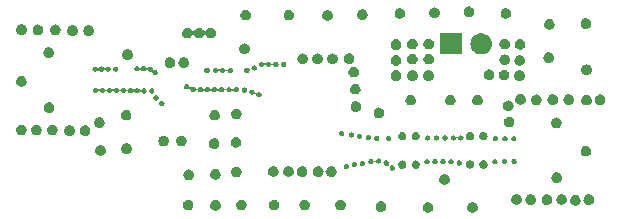
<source format=gbs>
G04 #@! TF.GenerationSoftware,KiCad,Pcbnew,(5.0.1)-4*
G04 #@! TF.CreationDate,2019-05-20T12:51:24-07:00*
G04 #@! TF.ProjectId,Tripler_circuit,547269706C65725F636972637569742E,rev?*
G04 #@! TF.SameCoordinates,Original*
G04 #@! TF.FileFunction,Soldermask,Bot*
G04 #@! TF.FilePolarity,Negative*
%FSLAX46Y46*%
G04 Gerber Fmt 4.6, Leading zero omitted, Abs format (unit mm)*
G04 Created by KiCad (PCBNEW (5.0.1)-4) date 5/20/2019 12:51:24 PM*
%MOMM*%
%LPD*%
G01*
G04 APERTURE LIST*
%ADD10C,0.200000*%
G04 APERTURE END LIST*
D10*
G36*
X140631552Y-99766331D02*
X140713625Y-99800327D01*
X140713626Y-99800328D01*
X140713629Y-99800329D01*
X140787496Y-99849686D01*
X140787500Y-99849689D01*
X140850311Y-99912500D01*
X140850313Y-99912503D01*
X140850314Y-99912504D01*
X140899671Y-99986371D01*
X140899672Y-99986374D01*
X140899673Y-99986375D01*
X140933669Y-100068448D01*
X140951000Y-100155579D01*
X140951000Y-100244421D01*
X140933669Y-100331552D01*
X140900139Y-100412500D01*
X140899671Y-100413629D01*
X140857995Y-100476000D01*
X140850311Y-100487500D01*
X140787500Y-100550311D01*
X140787497Y-100550313D01*
X140787496Y-100550314D01*
X140713629Y-100599671D01*
X140713626Y-100599672D01*
X140713625Y-100599673D01*
X140631552Y-100633669D01*
X140544421Y-100651000D01*
X140455579Y-100651000D01*
X140368448Y-100633669D01*
X140286375Y-100599673D01*
X140286374Y-100599672D01*
X140286371Y-100599671D01*
X140212504Y-100550314D01*
X140212503Y-100550313D01*
X140212500Y-100550311D01*
X140149689Y-100487500D01*
X140142005Y-100476000D01*
X140100329Y-100413629D01*
X140099861Y-100412500D01*
X140066331Y-100331552D01*
X140049000Y-100244421D01*
X140049000Y-100155579D01*
X140066331Y-100068448D01*
X140100327Y-99986375D01*
X140100328Y-99986374D01*
X140100329Y-99986371D01*
X140149686Y-99912504D01*
X140149687Y-99912503D01*
X140149689Y-99912500D01*
X140212500Y-99849689D01*
X140212504Y-99849686D01*
X140286371Y-99800329D01*
X140286374Y-99800328D01*
X140286375Y-99800327D01*
X140368448Y-99766331D01*
X140455579Y-99749000D01*
X140544421Y-99749000D01*
X140631552Y-99766331D01*
X140631552Y-99766331D01*
G37*
G36*
X136856552Y-99766331D02*
X136938625Y-99800327D01*
X136938626Y-99800328D01*
X136938629Y-99800329D01*
X137012496Y-99849686D01*
X137012500Y-99849689D01*
X137075311Y-99912500D01*
X137075313Y-99912503D01*
X137075314Y-99912504D01*
X137124671Y-99986371D01*
X137124672Y-99986374D01*
X137124673Y-99986375D01*
X137158669Y-100068448D01*
X137176000Y-100155579D01*
X137176000Y-100244421D01*
X137158669Y-100331552D01*
X137125139Y-100412500D01*
X137124671Y-100413629D01*
X137082995Y-100476000D01*
X137075311Y-100487500D01*
X137012500Y-100550311D01*
X137012497Y-100550313D01*
X137012496Y-100550314D01*
X136938629Y-100599671D01*
X136938626Y-100599672D01*
X136938625Y-100599673D01*
X136856552Y-100633669D01*
X136769421Y-100651000D01*
X136680579Y-100651000D01*
X136593448Y-100633669D01*
X136511375Y-100599673D01*
X136511374Y-100599672D01*
X136511371Y-100599671D01*
X136437504Y-100550314D01*
X136437503Y-100550313D01*
X136437500Y-100550311D01*
X136374689Y-100487500D01*
X136367005Y-100476000D01*
X136325329Y-100413629D01*
X136324861Y-100412500D01*
X136291331Y-100331552D01*
X136274000Y-100244421D01*
X136274000Y-100155579D01*
X136291331Y-100068448D01*
X136325327Y-99986375D01*
X136325328Y-99986374D01*
X136325329Y-99986371D01*
X136374686Y-99912504D01*
X136374687Y-99912503D01*
X136374689Y-99912500D01*
X136437500Y-99849689D01*
X136437504Y-99849686D01*
X136511371Y-99800329D01*
X136511374Y-99800328D01*
X136511375Y-99800327D01*
X136593448Y-99766331D01*
X136680579Y-99749000D01*
X136769421Y-99749000D01*
X136856552Y-99766331D01*
X136856552Y-99766331D01*
G37*
G36*
X132881552Y-99691331D02*
X132963625Y-99725327D01*
X132963626Y-99725328D01*
X132963629Y-99725329D01*
X133037496Y-99774686D01*
X133037500Y-99774689D01*
X133100311Y-99837500D01*
X133100313Y-99837503D01*
X133100314Y-99837504D01*
X133149671Y-99911371D01*
X133149672Y-99911374D01*
X133149673Y-99911375D01*
X133183669Y-99993448D01*
X133201000Y-100080579D01*
X133201000Y-100169421D01*
X133183669Y-100256552D01*
X133149673Y-100338625D01*
X133149671Y-100338629D01*
X133108882Y-100399673D01*
X133100311Y-100412500D01*
X133037500Y-100475311D01*
X133037497Y-100475313D01*
X133037496Y-100475314D01*
X132963629Y-100524671D01*
X132963626Y-100524672D01*
X132963625Y-100524673D01*
X132881552Y-100558669D01*
X132794421Y-100576000D01*
X132705579Y-100576000D01*
X132618448Y-100558669D01*
X132536375Y-100524673D01*
X132536374Y-100524672D01*
X132536371Y-100524671D01*
X132462504Y-100475314D01*
X132462503Y-100475313D01*
X132462500Y-100475311D01*
X132399689Y-100412500D01*
X132391118Y-100399673D01*
X132350329Y-100338629D01*
X132350327Y-100338625D01*
X132316331Y-100256552D01*
X132299000Y-100169421D01*
X132299000Y-100080579D01*
X132316331Y-99993448D01*
X132350327Y-99911375D01*
X132350328Y-99911374D01*
X132350329Y-99911371D01*
X132399686Y-99837504D01*
X132399687Y-99837503D01*
X132399689Y-99837500D01*
X132462500Y-99774689D01*
X132462504Y-99774686D01*
X132536371Y-99725329D01*
X132536374Y-99725328D01*
X132536375Y-99725327D01*
X132618448Y-99691331D01*
X132705579Y-99674000D01*
X132794421Y-99674000D01*
X132881552Y-99691331D01*
X132881552Y-99691331D01*
G37*
G36*
X118881552Y-99591331D02*
X118963625Y-99625327D01*
X118963626Y-99625328D01*
X118963629Y-99625329D01*
X119036469Y-99674000D01*
X119037500Y-99674689D01*
X119100311Y-99737500D01*
X119100313Y-99737503D01*
X119100314Y-99737504D01*
X119149671Y-99811371D01*
X119149672Y-99811374D01*
X119149673Y-99811375D01*
X119183669Y-99893448D01*
X119201000Y-99980579D01*
X119201000Y-100069421D01*
X119183669Y-100156552D01*
X119149673Y-100238625D01*
X119149671Y-100238629D01*
X119117016Y-100287500D01*
X119100311Y-100312500D01*
X119037500Y-100375311D01*
X119037497Y-100375313D01*
X119037496Y-100375314D01*
X118963629Y-100424671D01*
X118963626Y-100424672D01*
X118963625Y-100424673D01*
X118881552Y-100458669D01*
X118794421Y-100476000D01*
X118705579Y-100476000D01*
X118618448Y-100458669D01*
X118536375Y-100424673D01*
X118536374Y-100424672D01*
X118536371Y-100424671D01*
X118462504Y-100375314D01*
X118462503Y-100375313D01*
X118462500Y-100375311D01*
X118399689Y-100312500D01*
X118382984Y-100287500D01*
X118350329Y-100238629D01*
X118350327Y-100238625D01*
X118316331Y-100156552D01*
X118299000Y-100069421D01*
X118299000Y-99980579D01*
X118316331Y-99893448D01*
X118350327Y-99811375D01*
X118350328Y-99811374D01*
X118350329Y-99811371D01*
X118399686Y-99737504D01*
X118399687Y-99737503D01*
X118399689Y-99737500D01*
X118462500Y-99674689D01*
X118463531Y-99674000D01*
X118536371Y-99625329D01*
X118536374Y-99625328D01*
X118536375Y-99625327D01*
X118618448Y-99591331D01*
X118705579Y-99574000D01*
X118794421Y-99574000D01*
X118881552Y-99591331D01*
X118881552Y-99591331D01*
G37*
G36*
X126431552Y-99566331D02*
X126513625Y-99600327D01*
X126513626Y-99600328D01*
X126513629Y-99600329D01*
X126579616Y-99644421D01*
X126587500Y-99649689D01*
X126650311Y-99712500D01*
X126650313Y-99712503D01*
X126650314Y-99712504D01*
X126699671Y-99786371D01*
X126699672Y-99786374D01*
X126699673Y-99786375D01*
X126733669Y-99868448D01*
X126751000Y-99955579D01*
X126751000Y-100044421D01*
X126733669Y-100131552D01*
X126699673Y-100213625D01*
X126699671Y-100213629D01*
X126679096Y-100244421D01*
X126650311Y-100287500D01*
X126587500Y-100350311D01*
X126587497Y-100350313D01*
X126587496Y-100350314D01*
X126513629Y-100399671D01*
X126513626Y-100399672D01*
X126513625Y-100399673D01*
X126431552Y-100433669D01*
X126344421Y-100451000D01*
X126255579Y-100451000D01*
X126168448Y-100433669D01*
X126086375Y-100399673D01*
X126086374Y-100399672D01*
X126086371Y-100399671D01*
X126012504Y-100350314D01*
X126012503Y-100350313D01*
X126012500Y-100350311D01*
X125949689Y-100287500D01*
X125920904Y-100244421D01*
X125900329Y-100213629D01*
X125900327Y-100213625D01*
X125866331Y-100131552D01*
X125849000Y-100044421D01*
X125849000Y-99955579D01*
X125866331Y-99868448D01*
X125900327Y-99786375D01*
X125900328Y-99786374D01*
X125900329Y-99786371D01*
X125949686Y-99712504D01*
X125949687Y-99712503D01*
X125949689Y-99712500D01*
X126012500Y-99649689D01*
X126020384Y-99644421D01*
X126086371Y-99600329D01*
X126086374Y-99600328D01*
X126086375Y-99600327D01*
X126168448Y-99566331D01*
X126255579Y-99549000D01*
X126344421Y-99549000D01*
X126431552Y-99566331D01*
X126431552Y-99566331D01*
G37*
G36*
X116556552Y-99566331D02*
X116638625Y-99600327D01*
X116638626Y-99600328D01*
X116638629Y-99600329D01*
X116704616Y-99644421D01*
X116712500Y-99649689D01*
X116775311Y-99712500D01*
X116775313Y-99712503D01*
X116775314Y-99712504D01*
X116824671Y-99786371D01*
X116824672Y-99786374D01*
X116824673Y-99786375D01*
X116858669Y-99868448D01*
X116876000Y-99955579D01*
X116876000Y-100044421D01*
X116858669Y-100131552D01*
X116824673Y-100213625D01*
X116824671Y-100213629D01*
X116804096Y-100244421D01*
X116775311Y-100287500D01*
X116712500Y-100350311D01*
X116712497Y-100350313D01*
X116712496Y-100350314D01*
X116638629Y-100399671D01*
X116638626Y-100399672D01*
X116638625Y-100399673D01*
X116556552Y-100433669D01*
X116469421Y-100451000D01*
X116380579Y-100451000D01*
X116293448Y-100433669D01*
X116211375Y-100399673D01*
X116211374Y-100399672D01*
X116211371Y-100399671D01*
X116137504Y-100350314D01*
X116137503Y-100350313D01*
X116137500Y-100350311D01*
X116074689Y-100287500D01*
X116045904Y-100244421D01*
X116025329Y-100213629D01*
X116025327Y-100213625D01*
X115991331Y-100131552D01*
X115974000Y-100044421D01*
X115974000Y-99955579D01*
X115991331Y-99868448D01*
X116025327Y-99786375D01*
X116025328Y-99786374D01*
X116025329Y-99786371D01*
X116074686Y-99712504D01*
X116074687Y-99712503D01*
X116074689Y-99712500D01*
X116137500Y-99649689D01*
X116145384Y-99644421D01*
X116211371Y-99600329D01*
X116211374Y-99600328D01*
X116211375Y-99600327D01*
X116293448Y-99566331D01*
X116380579Y-99549000D01*
X116469421Y-99549000D01*
X116556552Y-99566331D01*
X116556552Y-99566331D01*
G37*
G36*
X121056552Y-99566331D02*
X121138625Y-99600327D01*
X121138626Y-99600328D01*
X121138629Y-99600329D01*
X121204616Y-99644421D01*
X121212500Y-99649689D01*
X121275311Y-99712500D01*
X121275313Y-99712503D01*
X121275314Y-99712504D01*
X121324671Y-99786371D01*
X121324672Y-99786374D01*
X121324673Y-99786375D01*
X121358669Y-99868448D01*
X121376000Y-99955579D01*
X121376000Y-100044421D01*
X121358669Y-100131552D01*
X121324673Y-100213625D01*
X121324671Y-100213629D01*
X121304096Y-100244421D01*
X121275311Y-100287500D01*
X121212500Y-100350311D01*
X121212497Y-100350313D01*
X121212496Y-100350314D01*
X121138629Y-100399671D01*
X121138626Y-100399672D01*
X121138625Y-100399673D01*
X121056552Y-100433669D01*
X120969421Y-100451000D01*
X120880579Y-100451000D01*
X120793448Y-100433669D01*
X120711375Y-100399673D01*
X120711374Y-100399672D01*
X120711371Y-100399671D01*
X120637504Y-100350314D01*
X120637503Y-100350313D01*
X120637500Y-100350311D01*
X120574689Y-100287500D01*
X120545904Y-100244421D01*
X120525329Y-100213629D01*
X120525327Y-100213625D01*
X120491331Y-100131552D01*
X120474000Y-100044421D01*
X120474000Y-99955579D01*
X120491331Y-99868448D01*
X120525327Y-99786375D01*
X120525328Y-99786374D01*
X120525329Y-99786371D01*
X120574686Y-99712504D01*
X120574687Y-99712503D01*
X120574689Y-99712500D01*
X120637500Y-99649689D01*
X120645384Y-99644421D01*
X120711371Y-99600329D01*
X120711374Y-99600328D01*
X120711375Y-99600327D01*
X120793448Y-99566331D01*
X120880579Y-99549000D01*
X120969421Y-99549000D01*
X121056552Y-99566331D01*
X121056552Y-99566331D01*
G37*
G36*
X123831552Y-99566331D02*
X123913625Y-99600327D01*
X123913626Y-99600328D01*
X123913629Y-99600329D01*
X123979616Y-99644421D01*
X123987500Y-99649689D01*
X124050311Y-99712500D01*
X124050313Y-99712503D01*
X124050314Y-99712504D01*
X124099671Y-99786371D01*
X124099672Y-99786374D01*
X124099673Y-99786375D01*
X124133669Y-99868448D01*
X124151000Y-99955579D01*
X124151000Y-100044421D01*
X124133669Y-100131552D01*
X124099673Y-100213625D01*
X124099671Y-100213629D01*
X124079096Y-100244421D01*
X124050311Y-100287500D01*
X123987500Y-100350311D01*
X123987497Y-100350313D01*
X123987496Y-100350314D01*
X123913629Y-100399671D01*
X123913626Y-100399672D01*
X123913625Y-100399673D01*
X123831552Y-100433669D01*
X123744421Y-100451000D01*
X123655579Y-100451000D01*
X123568448Y-100433669D01*
X123486375Y-100399673D01*
X123486374Y-100399672D01*
X123486371Y-100399671D01*
X123412504Y-100350314D01*
X123412503Y-100350313D01*
X123412500Y-100350311D01*
X123349689Y-100287500D01*
X123320904Y-100244421D01*
X123300329Y-100213629D01*
X123300327Y-100213625D01*
X123266331Y-100131552D01*
X123249000Y-100044421D01*
X123249000Y-99955579D01*
X123266331Y-99868448D01*
X123300327Y-99786375D01*
X123300328Y-99786374D01*
X123300329Y-99786371D01*
X123349686Y-99712504D01*
X123349687Y-99712503D01*
X123349689Y-99712500D01*
X123412500Y-99649689D01*
X123420384Y-99644421D01*
X123486371Y-99600329D01*
X123486374Y-99600328D01*
X123486375Y-99600327D01*
X123568448Y-99566331D01*
X123655579Y-99549000D01*
X123744421Y-99549000D01*
X123831552Y-99566331D01*
X123831552Y-99566331D01*
G37*
G36*
X129456552Y-99566331D02*
X129538625Y-99600327D01*
X129538626Y-99600328D01*
X129538629Y-99600329D01*
X129604616Y-99644421D01*
X129612500Y-99649689D01*
X129675311Y-99712500D01*
X129675313Y-99712503D01*
X129675314Y-99712504D01*
X129724671Y-99786371D01*
X129724672Y-99786374D01*
X129724673Y-99786375D01*
X129758669Y-99868448D01*
X129776000Y-99955579D01*
X129776000Y-100044421D01*
X129758669Y-100131552D01*
X129724673Y-100213625D01*
X129724671Y-100213629D01*
X129704096Y-100244421D01*
X129675311Y-100287500D01*
X129612500Y-100350311D01*
X129612497Y-100350313D01*
X129612496Y-100350314D01*
X129538629Y-100399671D01*
X129538626Y-100399672D01*
X129538625Y-100399673D01*
X129456552Y-100433669D01*
X129369421Y-100451000D01*
X129280579Y-100451000D01*
X129193448Y-100433669D01*
X129111375Y-100399673D01*
X129111374Y-100399672D01*
X129111371Y-100399671D01*
X129037504Y-100350314D01*
X129037503Y-100350313D01*
X129037500Y-100350311D01*
X128974689Y-100287500D01*
X128945904Y-100244421D01*
X128925329Y-100213629D01*
X128925327Y-100213625D01*
X128891331Y-100131552D01*
X128874000Y-100044421D01*
X128874000Y-99955579D01*
X128891331Y-99868448D01*
X128925327Y-99786375D01*
X128925328Y-99786374D01*
X128925329Y-99786371D01*
X128974686Y-99712504D01*
X128974687Y-99712503D01*
X128974689Y-99712500D01*
X129037500Y-99649689D01*
X129045384Y-99644421D01*
X129111371Y-99600329D01*
X129111374Y-99600328D01*
X129111375Y-99600327D01*
X129193448Y-99566331D01*
X129280579Y-99549000D01*
X129369421Y-99549000D01*
X129456552Y-99566331D01*
X129456552Y-99566331D01*
G37*
G36*
X149331552Y-99166331D02*
X149413625Y-99200327D01*
X149413626Y-99200328D01*
X149413629Y-99200329D01*
X149487496Y-99249686D01*
X149487500Y-99249689D01*
X149550311Y-99312500D01*
X149550313Y-99312503D01*
X149550314Y-99312504D01*
X149599671Y-99386371D01*
X149599672Y-99386374D01*
X149599673Y-99386375D01*
X149633669Y-99468448D01*
X149651402Y-99557600D01*
X149657680Y-99578296D01*
X149653402Y-99592399D01*
X149651000Y-99616786D01*
X149651000Y-99644421D01*
X149633669Y-99731552D01*
X149600139Y-99812500D01*
X149599671Y-99813629D01*
X149550314Y-99887496D01*
X149550311Y-99887500D01*
X149487500Y-99950311D01*
X149487497Y-99950313D01*
X149487496Y-99950314D01*
X149413629Y-99999671D01*
X149413626Y-99999672D01*
X149413625Y-99999673D01*
X149331552Y-100033669D01*
X149244421Y-100051000D01*
X149155579Y-100051000D01*
X149068448Y-100033669D01*
X148986375Y-99999673D01*
X148986374Y-99999672D01*
X148986371Y-99999671D01*
X148912504Y-99950314D01*
X148912503Y-99950313D01*
X148912500Y-99950311D01*
X148849689Y-99887500D01*
X148849686Y-99887496D01*
X148800329Y-99813629D01*
X148799861Y-99812500D01*
X148766331Y-99731552D01*
X148749000Y-99644421D01*
X148749000Y-99591786D01*
X148746598Y-99567400D01*
X148746112Y-99565797D01*
X148748598Y-99557600D01*
X148766331Y-99468448D01*
X148800327Y-99386375D01*
X148800328Y-99386374D01*
X148800329Y-99386371D01*
X148849686Y-99312504D01*
X148849687Y-99312503D01*
X148849689Y-99312500D01*
X148912500Y-99249689D01*
X148912504Y-99249686D01*
X148986371Y-99200329D01*
X148986374Y-99200328D01*
X148986375Y-99200327D01*
X149068448Y-99166331D01*
X149155579Y-99149000D01*
X149244421Y-99149000D01*
X149331552Y-99166331D01*
X149331552Y-99166331D01*
G37*
G36*
X145556552Y-99116331D02*
X145638625Y-99150327D01*
X145638626Y-99150328D01*
X145638629Y-99150329D01*
X145712496Y-99199686D01*
X145712500Y-99199689D01*
X145775311Y-99262500D01*
X145775313Y-99262503D01*
X145775314Y-99262504D01*
X145824671Y-99336371D01*
X145824672Y-99336374D01*
X145824673Y-99336375D01*
X145858669Y-99418448D01*
X145876000Y-99505579D01*
X145876000Y-99594421D01*
X145858669Y-99681552D01*
X145824673Y-99763625D01*
X145824671Y-99763629D01*
X145775314Y-99837496D01*
X145775311Y-99837500D01*
X145712500Y-99900311D01*
X145712497Y-99900313D01*
X145712496Y-99900314D01*
X145638629Y-99949671D01*
X145638626Y-99949672D01*
X145638625Y-99949673D01*
X145556552Y-99983669D01*
X145469421Y-100001000D01*
X145380579Y-100001000D01*
X145293448Y-99983669D01*
X145211375Y-99949673D01*
X145211374Y-99949672D01*
X145211371Y-99949671D01*
X145137504Y-99900314D01*
X145137503Y-99900313D01*
X145137500Y-99900311D01*
X145074689Y-99837500D01*
X145074686Y-99837496D01*
X145025329Y-99763629D01*
X145025327Y-99763625D01*
X144991331Y-99681552D01*
X144974000Y-99594421D01*
X144974000Y-99505579D01*
X144991331Y-99418448D01*
X145025327Y-99336375D01*
X145025328Y-99336374D01*
X145025329Y-99336371D01*
X145074686Y-99262504D01*
X145074687Y-99262503D01*
X145074689Y-99262500D01*
X145137500Y-99199689D01*
X145137504Y-99199686D01*
X145211371Y-99150329D01*
X145211374Y-99150328D01*
X145211375Y-99150327D01*
X145293448Y-99116331D01*
X145380579Y-99099000D01*
X145469421Y-99099000D01*
X145556552Y-99116331D01*
X145556552Y-99116331D01*
G37*
G36*
X146931552Y-99116331D02*
X147013625Y-99150327D01*
X147013626Y-99150328D01*
X147013629Y-99150329D01*
X147087496Y-99199686D01*
X147087500Y-99199689D01*
X147150311Y-99262500D01*
X147150313Y-99262503D01*
X147150314Y-99262504D01*
X147199671Y-99336371D01*
X147199672Y-99336374D01*
X147199673Y-99336375D01*
X147233669Y-99418448D01*
X147251000Y-99505579D01*
X147251000Y-99594421D01*
X147233669Y-99681552D01*
X147199673Y-99763625D01*
X147199671Y-99763629D01*
X147150314Y-99837496D01*
X147150311Y-99837500D01*
X147087500Y-99900311D01*
X147087497Y-99900313D01*
X147087496Y-99900314D01*
X147013629Y-99949671D01*
X147013626Y-99949672D01*
X147013625Y-99949673D01*
X146931552Y-99983669D01*
X146844421Y-100001000D01*
X146755579Y-100001000D01*
X146668448Y-99983669D01*
X146586375Y-99949673D01*
X146586374Y-99949672D01*
X146586371Y-99949671D01*
X146512504Y-99900314D01*
X146512503Y-99900313D01*
X146512500Y-99900311D01*
X146449689Y-99837500D01*
X146449686Y-99837496D01*
X146400329Y-99763629D01*
X146400327Y-99763625D01*
X146366331Y-99681552D01*
X146349000Y-99594421D01*
X146349000Y-99505579D01*
X146366331Y-99418448D01*
X146400327Y-99336375D01*
X146400328Y-99336374D01*
X146400329Y-99336371D01*
X146449686Y-99262504D01*
X146449687Y-99262503D01*
X146449689Y-99262500D01*
X146512500Y-99199689D01*
X146512504Y-99199686D01*
X146586371Y-99150329D01*
X146586374Y-99150328D01*
X146586375Y-99150327D01*
X146668448Y-99116331D01*
X146755579Y-99099000D01*
X146844421Y-99099000D01*
X146931552Y-99116331D01*
X146931552Y-99116331D01*
G37*
G36*
X150481552Y-99116331D02*
X150563625Y-99150327D01*
X150563626Y-99150328D01*
X150563629Y-99150329D01*
X150637496Y-99199686D01*
X150637500Y-99199689D01*
X150700311Y-99262500D01*
X150700313Y-99262503D01*
X150700314Y-99262504D01*
X150749671Y-99336371D01*
X150749672Y-99336374D01*
X150749673Y-99336375D01*
X150783669Y-99418448D01*
X150801000Y-99505579D01*
X150801000Y-99594421D01*
X150783669Y-99681552D01*
X150749673Y-99763625D01*
X150749671Y-99763629D01*
X150700314Y-99837496D01*
X150700311Y-99837500D01*
X150637500Y-99900311D01*
X150637497Y-99900313D01*
X150637496Y-99900314D01*
X150563629Y-99949671D01*
X150563626Y-99949672D01*
X150563625Y-99949673D01*
X150481552Y-99983669D01*
X150394421Y-100001000D01*
X150305579Y-100001000D01*
X150218448Y-99983669D01*
X150136375Y-99949673D01*
X150136374Y-99949672D01*
X150136371Y-99949671D01*
X150062504Y-99900314D01*
X150062503Y-99900313D01*
X150062500Y-99900311D01*
X149999689Y-99837500D01*
X149999686Y-99837496D01*
X149950329Y-99763629D01*
X149950327Y-99763625D01*
X149916331Y-99681552D01*
X149898598Y-99592400D01*
X149892320Y-99571704D01*
X149896598Y-99557601D01*
X149899000Y-99533214D01*
X149899000Y-99505579D01*
X149916331Y-99418448D01*
X149950327Y-99336375D01*
X149950328Y-99336374D01*
X149950329Y-99336371D01*
X149999686Y-99262504D01*
X149999687Y-99262503D01*
X149999689Y-99262500D01*
X150062500Y-99199689D01*
X150062504Y-99199686D01*
X150136371Y-99150329D01*
X150136374Y-99150328D01*
X150136375Y-99150327D01*
X150218448Y-99116331D01*
X150305579Y-99099000D01*
X150394421Y-99099000D01*
X150481552Y-99116331D01*
X150481552Y-99116331D01*
G37*
G36*
X144356552Y-99091331D02*
X144438625Y-99125327D01*
X144438626Y-99125328D01*
X144438629Y-99125329D01*
X144512496Y-99174686D01*
X144512500Y-99174689D01*
X144575311Y-99237500D01*
X144575313Y-99237503D01*
X144575314Y-99237504D01*
X144624671Y-99311371D01*
X144624672Y-99311374D01*
X144624673Y-99311375D01*
X144658669Y-99393448D01*
X144676000Y-99480579D01*
X144676000Y-99569421D01*
X144658669Y-99656552D01*
X144625139Y-99737500D01*
X144624671Y-99738629D01*
X144576063Y-99811375D01*
X144575311Y-99812500D01*
X144512500Y-99875311D01*
X144512497Y-99875313D01*
X144512496Y-99875314D01*
X144438629Y-99924671D01*
X144438626Y-99924672D01*
X144438625Y-99924673D01*
X144356552Y-99958669D01*
X144269421Y-99976000D01*
X144180579Y-99976000D01*
X144093448Y-99958669D01*
X144011375Y-99924673D01*
X144011374Y-99924672D01*
X144011371Y-99924671D01*
X143937504Y-99875314D01*
X143937503Y-99875313D01*
X143937500Y-99875311D01*
X143874689Y-99812500D01*
X143873937Y-99811375D01*
X143825329Y-99738629D01*
X143824861Y-99737500D01*
X143791331Y-99656552D01*
X143774000Y-99569421D01*
X143774000Y-99480579D01*
X143791331Y-99393448D01*
X143825327Y-99311375D01*
X143825328Y-99311374D01*
X143825329Y-99311371D01*
X143874686Y-99237504D01*
X143874687Y-99237503D01*
X143874689Y-99237500D01*
X143937500Y-99174689D01*
X143937504Y-99174686D01*
X144011371Y-99125329D01*
X144011374Y-99125328D01*
X144011375Y-99125327D01*
X144093448Y-99091331D01*
X144180579Y-99074000D01*
X144269421Y-99074000D01*
X144356552Y-99091331D01*
X144356552Y-99091331D01*
G37*
G36*
X148181552Y-99091331D02*
X148263625Y-99125327D01*
X148263626Y-99125328D01*
X148263629Y-99125329D01*
X148337496Y-99174686D01*
X148337500Y-99174689D01*
X148400311Y-99237500D01*
X148400313Y-99237503D01*
X148400314Y-99237504D01*
X148449671Y-99311371D01*
X148449672Y-99311374D01*
X148449673Y-99311375D01*
X148483669Y-99393448D01*
X148501000Y-99480579D01*
X148501000Y-99533214D01*
X148503402Y-99557600D01*
X148503888Y-99559203D01*
X148501402Y-99567400D01*
X148483669Y-99656552D01*
X148450139Y-99737500D01*
X148449671Y-99738629D01*
X148401063Y-99811375D01*
X148400311Y-99812500D01*
X148337500Y-99875311D01*
X148337497Y-99875313D01*
X148337496Y-99875314D01*
X148263629Y-99924671D01*
X148263626Y-99924672D01*
X148263625Y-99924673D01*
X148181552Y-99958669D01*
X148094421Y-99976000D01*
X148005579Y-99976000D01*
X147918448Y-99958669D01*
X147836375Y-99924673D01*
X147836374Y-99924672D01*
X147836371Y-99924671D01*
X147762504Y-99875314D01*
X147762503Y-99875313D01*
X147762500Y-99875311D01*
X147699689Y-99812500D01*
X147698937Y-99811375D01*
X147650329Y-99738629D01*
X147649861Y-99737500D01*
X147616331Y-99656552D01*
X147599000Y-99569421D01*
X147599000Y-99480579D01*
X147616331Y-99393448D01*
X147650327Y-99311375D01*
X147650328Y-99311374D01*
X147650329Y-99311371D01*
X147699686Y-99237504D01*
X147699687Y-99237503D01*
X147699689Y-99237500D01*
X147762500Y-99174689D01*
X147762504Y-99174686D01*
X147836371Y-99125329D01*
X147836374Y-99125328D01*
X147836375Y-99125327D01*
X147918448Y-99091331D01*
X148005579Y-99074000D01*
X148094421Y-99074000D01*
X148181552Y-99091331D01*
X148181552Y-99091331D01*
G37*
G36*
X138256552Y-97391331D02*
X138338625Y-97425327D01*
X138338626Y-97425328D01*
X138338629Y-97425329D01*
X138412496Y-97474686D01*
X138412500Y-97474689D01*
X138475311Y-97537500D01*
X138475313Y-97537503D01*
X138475314Y-97537504D01*
X138524671Y-97611371D01*
X138524672Y-97611374D01*
X138524673Y-97611375D01*
X138558669Y-97693448D01*
X138576000Y-97780579D01*
X138576000Y-97869421D01*
X138558669Y-97956552D01*
X138524673Y-98038625D01*
X138524671Y-98038629D01*
X138477871Y-98108669D01*
X138475311Y-98112500D01*
X138412500Y-98175311D01*
X138412497Y-98175313D01*
X138412496Y-98175314D01*
X138338629Y-98224671D01*
X138338626Y-98224672D01*
X138338625Y-98224673D01*
X138256552Y-98258669D01*
X138169421Y-98276000D01*
X138080579Y-98276000D01*
X137993448Y-98258669D01*
X137911375Y-98224673D01*
X137911374Y-98224672D01*
X137911371Y-98224671D01*
X137837504Y-98175314D01*
X137837503Y-98175313D01*
X137837500Y-98175311D01*
X137774689Y-98112500D01*
X137772129Y-98108669D01*
X137725329Y-98038629D01*
X137725327Y-98038625D01*
X137691331Y-97956552D01*
X137674000Y-97869421D01*
X137674000Y-97780579D01*
X137691331Y-97693448D01*
X137725327Y-97611375D01*
X137725328Y-97611374D01*
X137725329Y-97611371D01*
X137774686Y-97537504D01*
X137774687Y-97537503D01*
X137774689Y-97537500D01*
X137837500Y-97474689D01*
X137837504Y-97474686D01*
X137911371Y-97425329D01*
X137911374Y-97425328D01*
X137911375Y-97425327D01*
X137993448Y-97391331D01*
X138080579Y-97374000D01*
X138169421Y-97374000D01*
X138256552Y-97391331D01*
X138256552Y-97391331D01*
G37*
G36*
X147756552Y-97241331D02*
X147838625Y-97275327D01*
X147838626Y-97275328D01*
X147838629Y-97275329D01*
X147903160Y-97318448D01*
X147912500Y-97324689D01*
X147975311Y-97387500D01*
X147975313Y-97387503D01*
X147975314Y-97387504D01*
X148024671Y-97461371D01*
X148024672Y-97461374D01*
X148024673Y-97461375D01*
X148058669Y-97543448D01*
X148076000Y-97630579D01*
X148076000Y-97719421D01*
X148058669Y-97806552D01*
X148024673Y-97888625D01*
X148024671Y-97888629D01*
X147975314Y-97962496D01*
X147975311Y-97962500D01*
X147912500Y-98025311D01*
X147912497Y-98025313D01*
X147912496Y-98025314D01*
X147838629Y-98074671D01*
X147838626Y-98074672D01*
X147838625Y-98074673D01*
X147756552Y-98108669D01*
X147669421Y-98126000D01*
X147580579Y-98126000D01*
X147493448Y-98108669D01*
X147411375Y-98074673D01*
X147411374Y-98074672D01*
X147411371Y-98074671D01*
X147337504Y-98025314D01*
X147337503Y-98025313D01*
X147337500Y-98025311D01*
X147274689Y-97962500D01*
X147274686Y-97962496D01*
X147225329Y-97888629D01*
X147225327Y-97888625D01*
X147191331Y-97806552D01*
X147174000Y-97719421D01*
X147174000Y-97630579D01*
X147191331Y-97543448D01*
X147225327Y-97461375D01*
X147225328Y-97461374D01*
X147225329Y-97461371D01*
X147274686Y-97387504D01*
X147274687Y-97387503D01*
X147274689Y-97387500D01*
X147337500Y-97324689D01*
X147346840Y-97318448D01*
X147411371Y-97275329D01*
X147411374Y-97275328D01*
X147411375Y-97275327D01*
X147493448Y-97241331D01*
X147580579Y-97224000D01*
X147669421Y-97224000D01*
X147756552Y-97241331D01*
X147756552Y-97241331D01*
G37*
G36*
X116606552Y-97016331D02*
X116688625Y-97050327D01*
X116688626Y-97050328D01*
X116688629Y-97050329D01*
X116760324Y-97098235D01*
X116762500Y-97099689D01*
X116825311Y-97162500D01*
X116825313Y-97162503D01*
X116825314Y-97162504D01*
X116874671Y-97236371D01*
X116874672Y-97236374D01*
X116874673Y-97236375D01*
X116908669Y-97318448D01*
X116926000Y-97405579D01*
X116926000Y-97494421D01*
X116908669Y-97581552D01*
X116887081Y-97633669D01*
X116874671Y-97663629D01*
X116854746Y-97693448D01*
X116825311Y-97737500D01*
X116762500Y-97800311D01*
X116762497Y-97800313D01*
X116762496Y-97800314D01*
X116688629Y-97849671D01*
X116688626Y-97849672D01*
X116688625Y-97849673D01*
X116606552Y-97883669D01*
X116519421Y-97901000D01*
X116430579Y-97901000D01*
X116343448Y-97883669D01*
X116261375Y-97849673D01*
X116261374Y-97849672D01*
X116261371Y-97849671D01*
X116187504Y-97800314D01*
X116187503Y-97800313D01*
X116187500Y-97800311D01*
X116124689Y-97737500D01*
X116095254Y-97693448D01*
X116075329Y-97663629D01*
X116062919Y-97633669D01*
X116041331Y-97581552D01*
X116024000Y-97494421D01*
X116024000Y-97405579D01*
X116041331Y-97318448D01*
X116075327Y-97236375D01*
X116075328Y-97236374D01*
X116075329Y-97236371D01*
X116124686Y-97162504D01*
X116124687Y-97162503D01*
X116124689Y-97162500D01*
X116187500Y-97099689D01*
X116189676Y-97098235D01*
X116261371Y-97050329D01*
X116261374Y-97050328D01*
X116261375Y-97050327D01*
X116343448Y-97016331D01*
X116430579Y-96999000D01*
X116519421Y-96999000D01*
X116606552Y-97016331D01*
X116606552Y-97016331D01*
G37*
G36*
X118856552Y-96966331D02*
X118938625Y-97000327D01*
X118938626Y-97000328D01*
X118938629Y-97000329D01*
X119003160Y-97043448D01*
X119012500Y-97049689D01*
X119075311Y-97112500D01*
X119075313Y-97112503D01*
X119075314Y-97112504D01*
X119124671Y-97186371D01*
X119124672Y-97186374D01*
X119124673Y-97186375D01*
X119158669Y-97268448D01*
X119176000Y-97355579D01*
X119176000Y-97444421D01*
X119158669Y-97531552D01*
X119125605Y-97611375D01*
X119124671Y-97613629D01*
X119075314Y-97687496D01*
X119075311Y-97687500D01*
X119012500Y-97750311D01*
X119012497Y-97750313D01*
X119012496Y-97750314D01*
X118938629Y-97799671D01*
X118938626Y-97799672D01*
X118938625Y-97799673D01*
X118856552Y-97833669D01*
X118769421Y-97851000D01*
X118680579Y-97851000D01*
X118593448Y-97833669D01*
X118511375Y-97799673D01*
X118511374Y-97799672D01*
X118511371Y-97799671D01*
X118437504Y-97750314D01*
X118437503Y-97750313D01*
X118437500Y-97750311D01*
X118374689Y-97687500D01*
X118374686Y-97687496D01*
X118325329Y-97613629D01*
X118324395Y-97611375D01*
X118291331Y-97531552D01*
X118274000Y-97444421D01*
X118274000Y-97355579D01*
X118291331Y-97268448D01*
X118325327Y-97186375D01*
X118325328Y-97186374D01*
X118325329Y-97186371D01*
X118374686Y-97112504D01*
X118374687Y-97112503D01*
X118374689Y-97112500D01*
X118437500Y-97049689D01*
X118446840Y-97043448D01*
X118511371Y-97000329D01*
X118511374Y-97000328D01*
X118511375Y-97000327D01*
X118593448Y-96966331D01*
X118680579Y-96949000D01*
X118769421Y-96949000D01*
X118856552Y-96966331D01*
X118856552Y-96966331D01*
G37*
G36*
X120631552Y-96766331D02*
X120713625Y-96800327D01*
X120713626Y-96800328D01*
X120713629Y-96800329D01*
X120787496Y-96849686D01*
X120787500Y-96849689D01*
X120850311Y-96912500D01*
X120850313Y-96912503D01*
X120850314Y-96912504D01*
X120899671Y-96986371D01*
X120899672Y-96986374D01*
X120899673Y-96986375D01*
X120933669Y-97068448D01*
X120951000Y-97155579D01*
X120951000Y-97244421D01*
X120933669Y-97331552D01*
X120903005Y-97405580D01*
X120899671Y-97413629D01*
X120867016Y-97462500D01*
X120850311Y-97487500D01*
X120787500Y-97550311D01*
X120787497Y-97550313D01*
X120787496Y-97550314D01*
X120713629Y-97599671D01*
X120713626Y-97599672D01*
X120713625Y-97599673D01*
X120631552Y-97633669D01*
X120544421Y-97651000D01*
X120455579Y-97651000D01*
X120368448Y-97633669D01*
X120286375Y-97599673D01*
X120286374Y-97599672D01*
X120286371Y-97599671D01*
X120212504Y-97550314D01*
X120212503Y-97550313D01*
X120212500Y-97550311D01*
X120149689Y-97487500D01*
X120132984Y-97462500D01*
X120100329Y-97413629D01*
X120096995Y-97405580D01*
X120066331Y-97331552D01*
X120049000Y-97244421D01*
X120049000Y-97155579D01*
X120066331Y-97068448D01*
X120100327Y-96986375D01*
X120100328Y-96986374D01*
X120100329Y-96986371D01*
X120149686Y-96912504D01*
X120149687Y-96912503D01*
X120149689Y-96912500D01*
X120212500Y-96849689D01*
X120212504Y-96849686D01*
X120286371Y-96800329D01*
X120286374Y-96800328D01*
X120286375Y-96800327D01*
X120368448Y-96766331D01*
X120455579Y-96749000D01*
X120544421Y-96749000D01*
X120631552Y-96766331D01*
X120631552Y-96766331D01*
G37*
G36*
X126206552Y-96741331D02*
X126288625Y-96775327D01*
X126288626Y-96775328D01*
X126288629Y-96775329D01*
X126362496Y-96824686D01*
X126362500Y-96824689D01*
X126425311Y-96887500D01*
X126425313Y-96887503D01*
X126425314Y-96887504D01*
X126474671Y-96961371D01*
X126474672Y-96961374D01*
X126474673Y-96961375D01*
X126508669Y-97043448D01*
X126526000Y-97130579D01*
X126526000Y-97219421D01*
X126508669Y-97306552D01*
X126475139Y-97387500D01*
X126474671Y-97388629D01*
X126426063Y-97461375D01*
X126425311Y-97462500D01*
X126362500Y-97525311D01*
X126362497Y-97525313D01*
X126362496Y-97525314D01*
X126288629Y-97574671D01*
X126288626Y-97574672D01*
X126288625Y-97574673D01*
X126206552Y-97608669D01*
X126119421Y-97626000D01*
X126030579Y-97626000D01*
X125943448Y-97608669D01*
X125861375Y-97574673D01*
X125861374Y-97574672D01*
X125861371Y-97574671D01*
X125787504Y-97525314D01*
X125787503Y-97525313D01*
X125787500Y-97525311D01*
X125724689Y-97462500D01*
X125723937Y-97461375D01*
X125675329Y-97388629D01*
X125674861Y-97387500D01*
X125641331Y-97306552D01*
X125624000Y-97219421D01*
X125624000Y-97216786D01*
X125621598Y-97192400D01*
X125614485Y-97168951D01*
X125612037Y-97164371D01*
X125616485Y-97156049D01*
X125623598Y-97132600D01*
X125641331Y-97043448D01*
X125675327Y-96961375D01*
X125675328Y-96961374D01*
X125675329Y-96961371D01*
X125724686Y-96887504D01*
X125724687Y-96887503D01*
X125724689Y-96887500D01*
X125787500Y-96824689D01*
X125787504Y-96824686D01*
X125861371Y-96775329D01*
X125861374Y-96775328D01*
X125861375Y-96775327D01*
X125943448Y-96741331D01*
X126030579Y-96724000D01*
X126119421Y-96724000D01*
X126206552Y-96741331D01*
X126206552Y-96741331D01*
G37*
G36*
X127556552Y-96741331D02*
X127638625Y-96775327D01*
X127638626Y-96775328D01*
X127638629Y-96775329D01*
X127712496Y-96824686D01*
X127712500Y-96824689D01*
X127775311Y-96887500D01*
X127775313Y-96887503D01*
X127775314Y-96887504D01*
X127824671Y-96961371D01*
X127824672Y-96961374D01*
X127824673Y-96961375D01*
X127858669Y-97043448D01*
X127864902Y-97074785D01*
X127872015Y-97098234D01*
X127883566Y-97119845D01*
X127899111Y-97138787D01*
X127918053Y-97154332D01*
X127939664Y-97165884D01*
X127963113Y-97172997D01*
X127983449Y-97175000D01*
X127963114Y-97177003D01*
X127939665Y-97184116D01*
X127918054Y-97195667D01*
X127899112Y-97211212D01*
X127883567Y-97230154D01*
X127872015Y-97251765D01*
X127864902Y-97275215D01*
X127858669Y-97306552D01*
X127825139Y-97387500D01*
X127824671Y-97388629D01*
X127776063Y-97461375D01*
X127775311Y-97462500D01*
X127712500Y-97525311D01*
X127712497Y-97525313D01*
X127712496Y-97525314D01*
X127638629Y-97574671D01*
X127638626Y-97574672D01*
X127638625Y-97574673D01*
X127556552Y-97608669D01*
X127469421Y-97626000D01*
X127380579Y-97626000D01*
X127293448Y-97608669D01*
X127211375Y-97574673D01*
X127211374Y-97574672D01*
X127211371Y-97574671D01*
X127137504Y-97525314D01*
X127137503Y-97525313D01*
X127137500Y-97525311D01*
X127074689Y-97462500D01*
X127073937Y-97461375D01*
X127025329Y-97388629D01*
X127024861Y-97387500D01*
X126991331Y-97306552D01*
X126974000Y-97219421D01*
X126974000Y-97130579D01*
X126991331Y-97043448D01*
X127025327Y-96961375D01*
X127025328Y-96961374D01*
X127025329Y-96961371D01*
X127074686Y-96887504D01*
X127074687Y-96887503D01*
X127074689Y-96887500D01*
X127137500Y-96824689D01*
X127137504Y-96824686D01*
X127211371Y-96775329D01*
X127211374Y-96775328D01*
X127211375Y-96775327D01*
X127293448Y-96741331D01*
X127380579Y-96724000D01*
X127469421Y-96724000D01*
X127556552Y-96741331D01*
X127556552Y-96741331D01*
G37*
G36*
X128681552Y-96741331D02*
X128763625Y-96775327D01*
X128763626Y-96775328D01*
X128763629Y-96775329D01*
X128837496Y-96824686D01*
X128837500Y-96824689D01*
X128900311Y-96887500D01*
X128900313Y-96887503D01*
X128900314Y-96887504D01*
X128949671Y-96961371D01*
X128949672Y-96961374D01*
X128949673Y-96961375D01*
X128983669Y-97043448D01*
X129001000Y-97130579D01*
X129001000Y-97219421D01*
X128983669Y-97306552D01*
X128950139Y-97387500D01*
X128949671Y-97388629D01*
X128901063Y-97461375D01*
X128900311Y-97462500D01*
X128837500Y-97525311D01*
X128837497Y-97525313D01*
X128837496Y-97525314D01*
X128763629Y-97574671D01*
X128763626Y-97574672D01*
X128763625Y-97574673D01*
X128681552Y-97608669D01*
X128594421Y-97626000D01*
X128505579Y-97626000D01*
X128418448Y-97608669D01*
X128336375Y-97574673D01*
X128336374Y-97574672D01*
X128336371Y-97574671D01*
X128262504Y-97525314D01*
X128262503Y-97525313D01*
X128262500Y-97525311D01*
X128199689Y-97462500D01*
X128198937Y-97461375D01*
X128150329Y-97388629D01*
X128149861Y-97387500D01*
X128116331Y-97306552D01*
X128110098Y-97275215D01*
X128102985Y-97251766D01*
X128091434Y-97230155D01*
X128075889Y-97211213D01*
X128056947Y-97195668D01*
X128035336Y-97184116D01*
X128011887Y-97177003D01*
X127991551Y-97175000D01*
X128011886Y-97172997D01*
X128035335Y-97165884D01*
X128056946Y-97154333D01*
X128075888Y-97138788D01*
X128091433Y-97119846D01*
X128102985Y-97098235D01*
X128110098Y-97074785D01*
X128116331Y-97043448D01*
X128150327Y-96961375D01*
X128150328Y-96961374D01*
X128150329Y-96961371D01*
X128199686Y-96887504D01*
X128199687Y-96887503D01*
X128199689Y-96887500D01*
X128262500Y-96824689D01*
X128262504Y-96824686D01*
X128336371Y-96775329D01*
X128336374Y-96775328D01*
X128336375Y-96775327D01*
X128418448Y-96741331D01*
X128505579Y-96724000D01*
X128594421Y-96724000D01*
X128681552Y-96741331D01*
X128681552Y-96741331D01*
G37*
G36*
X123756552Y-96716331D02*
X123838625Y-96750327D01*
X123838626Y-96750328D01*
X123838629Y-96750329D01*
X123903612Y-96793750D01*
X123912500Y-96799689D01*
X123975311Y-96862500D01*
X123975313Y-96862503D01*
X123975314Y-96862504D01*
X124024671Y-96936371D01*
X124024672Y-96936374D01*
X124024673Y-96936375D01*
X124058669Y-97018448D01*
X124076000Y-97105579D01*
X124076000Y-97194421D01*
X124058669Y-97281552D01*
X124028005Y-97355580D01*
X124024671Y-97363629D01*
X123975314Y-97437496D01*
X123975311Y-97437500D01*
X123912500Y-97500311D01*
X123912497Y-97500313D01*
X123912496Y-97500314D01*
X123838629Y-97549671D01*
X123838626Y-97549672D01*
X123838625Y-97549673D01*
X123756552Y-97583669D01*
X123669421Y-97601000D01*
X123580579Y-97601000D01*
X123493448Y-97583669D01*
X123411375Y-97549673D01*
X123411374Y-97549672D01*
X123411371Y-97549671D01*
X123337504Y-97500314D01*
X123337503Y-97500313D01*
X123337500Y-97500311D01*
X123274689Y-97437500D01*
X123274686Y-97437496D01*
X123225329Y-97363629D01*
X123221995Y-97355580D01*
X123191331Y-97281552D01*
X123174000Y-97194421D01*
X123174000Y-97105579D01*
X123191331Y-97018448D01*
X123225327Y-96936375D01*
X123225328Y-96936374D01*
X123225329Y-96936371D01*
X123274686Y-96862504D01*
X123274687Y-96862503D01*
X123274689Y-96862500D01*
X123337500Y-96799689D01*
X123346388Y-96793750D01*
X123411371Y-96750329D01*
X123411374Y-96750328D01*
X123411375Y-96750327D01*
X123493448Y-96716331D01*
X123580579Y-96699000D01*
X123669421Y-96699000D01*
X123756552Y-96716331D01*
X123756552Y-96716331D01*
G37*
G36*
X125056552Y-96716331D02*
X125138625Y-96750327D01*
X125138626Y-96750328D01*
X125138629Y-96750329D01*
X125203612Y-96793750D01*
X125212500Y-96799689D01*
X125275311Y-96862500D01*
X125275313Y-96862503D01*
X125275314Y-96862504D01*
X125324671Y-96936371D01*
X125324672Y-96936374D01*
X125324673Y-96936375D01*
X125358669Y-97018448D01*
X125376000Y-97105579D01*
X125376000Y-97108214D01*
X125378402Y-97132600D01*
X125385515Y-97156049D01*
X125387963Y-97160629D01*
X125383515Y-97168951D01*
X125376402Y-97192400D01*
X125358669Y-97281552D01*
X125328005Y-97355580D01*
X125324671Y-97363629D01*
X125275314Y-97437496D01*
X125275311Y-97437500D01*
X125212500Y-97500311D01*
X125212497Y-97500313D01*
X125212496Y-97500314D01*
X125138629Y-97549671D01*
X125138626Y-97549672D01*
X125138625Y-97549673D01*
X125056552Y-97583669D01*
X124969421Y-97601000D01*
X124880579Y-97601000D01*
X124793448Y-97583669D01*
X124711375Y-97549673D01*
X124711374Y-97549672D01*
X124711371Y-97549671D01*
X124637504Y-97500314D01*
X124637503Y-97500313D01*
X124637500Y-97500311D01*
X124574689Y-97437500D01*
X124574686Y-97437496D01*
X124525329Y-97363629D01*
X124521995Y-97355580D01*
X124491331Y-97281552D01*
X124474000Y-97194421D01*
X124474000Y-97105579D01*
X124491331Y-97018448D01*
X124525327Y-96936375D01*
X124525328Y-96936374D01*
X124525329Y-96936371D01*
X124574686Y-96862504D01*
X124574687Y-96862503D01*
X124574689Y-96862500D01*
X124637500Y-96799689D01*
X124646388Y-96793750D01*
X124711371Y-96750329D01*
X124711374Y-96750328D01*
X124711375Y-96750327D01*
X124793448Y-96716331D01*
X124880579Y-96699000D01*
X124969421Y-96699000D01*
X125056552Y-96716331D01*
X125056552Y-96716331D01*
G37*
G36*
X133265922Y-96232685D02*
X133307051Y-96249721D01*
X133344067Y-96274454D01*
X133375546Y-96305933D01*
X133400279Y-96342949D01*
X133417315Y-96384078D01*
X133426000Y-96427741D01*
X133426000Y-96472259D01*
X133420374Y-96500545D01*
X133417314Y-96515925D01*
X133416846Y-96517055D01*
X133409733Y-96540504D01*
X133407331Y-96564890D01*
X133409733Y-96589277D01*
X133416847Y-96612726D01*
X133428398Y-96634336D01*
X133443944Y-96653278D01*
X133462886Y-96668823D01*
X133484497Y-96680374D01*
X133507946Y-96687487D01*
X133532332Y-96689889D01*
X133556719Y-96687487D01*
X133580168Y-96680373D01*
X133583140Y-96678784D01*
X133598594Y-96672383D01*
X133634078Y-96657685D01*
X133677741Y-96649000D01*
X133722259Y-96649000D01*
X133765922Y-96657685D01*
X133807051Y-96674721D01*
X133844067Y-96699454D01*
X133875546Y-96730933D01*
X133900279Y-96767949D01*
X133917315Y-96809078D01*
X133926000Y-96852741D01*
X133926000Y-96897259D01*
X133917315Y-96940922D01*
X133900279Y-96982051D01*
X133875546Y-97019067D01*
X133844067Y-97050546D01*
X133807051Y-97075279D01*
X133765922Y-97092315D01*
X133722259Y-97101000D01*
X133677741Y-97101000D01*
X133634078Y-97092315D01*
X133592949Y-97075279D01*
X133555933Y-97050546D01*
X133524454Y-97019067D01*
X133499721Y-96982051D01*
X133482685Y-96940922D01*
X133474000Y-96897259D01*
X133474000Y-96852741D01*
X133482685Y-96809078D01*
X133483154Y-96807945D01*
X133490267Y-96784496D01*
X133492669Y-96760110D01*
X133490267Y-96735723D01*
X133483153Y-96712274D01*
X133471602Y-96690664D01*
X133456056Y-96671722D01*
X133437114Y-96656177D01*
X133415503Y-96644626D01*
X133392054Y-96637513D01*
X133367668Y-96635111D01*
X133343281Y-96637513D01*
X133319832Y-96644627D01*
X133316860Y-96646216D01*
X133307051Y-96650279D01*
X133265922Y-96667315D01*
X133222259Y-96676000D01*
X133177741Y-96676000D01*
X133134078Y-96667315D01*
X133092949Y-96650279D01*
X133055933Y-96625546D01*
X133024454Y-96594067D01*
X132999721Y-96557051D01*
X132982685Y-96515922D01*
X132974000Y-96472259D01*
X132974000Y-96459298D01*
X132971598Y-96434912D01*
X132964485Y-96411463D01*
X132952934Y-96389852D01*
X132946423Y-96381919D01*
X132948835Y-96381187D01*
X132970446Y-96369636D01*
X132989388Y-96354090D01*
X133004928Y-96335156D01*
X133024454Y-96305933D01*
X133055933Y-96274454D01*
X133092949Y-96249721D01*
X133134078Y-96232685D01*
X133177741Y-96224000D01*
X133222259Y-96224000D01*
X133265922Y-96232685D01*
X133265922Y-96232685D01*
G37*
G36*
X129890922Y-96532685D02*
X129932051Y-96549721D01*
X129969067Y-96574454D01*
X130000546Y-96605933D01*
X130025279Y-96642949D01*
X130035597Y-96667860D01*
X130047142Y-96689459D01*
X130050097Y-96693060D01*
X130048923Y-96704984D01*
X130051000Y-96726077D01*
X130051000Y-96772259D01*
X130042315Y-96815922D01*
X130025279Y-96857051D01*
X130000546Y-96894067D01*
X129969067Y-96925546D01*
X129933965Y-96949000D01*
X129932051Y-96950279D01*
X129890922Y-96967315D01*
X129847259Y-96976000D01*
X129802741Y-96976000D01*
X129759078Y-96967315D01*
X129717949Y-96950279D01*
X129716035Y-96949000D01*
X129680933Y-96925546D01*
X129649454Y-96894067D01*
X129624721Y-96857051D01*
X129607685Y-96815922D01*
X129599000Y-96772259D01*
X129599000Y-96727741D01*
X129607685Y-96684078D01*
X129624721Y-96642949D01*
X129649454Y-96605933D01*
X129680933Y-96574454D01*
X129717949Y-96549721D01*
X129759078Y-96532685D01*
X129802741Y-96524000D01*
X129847259Y-96524000D01*
X129890922Y-96532685D01*
X129890922Y-96532685D01*
G37*
G36*
X135802383Y-96242489D02*
X135866261Y-96268948D01*
X135923750Y-96307361D01*
X135972639Y-96356250D01*
X136011052Y-96413739D01*
X136037511Y-96477617D01*
X136051000Y-96545430D01*
X136051000Y-96614570D01*
X136037511Y-96682383D01*
X136011052Y-96746261D01*
X135972639Y-96803750D01*
X135923750Y-96852639D01*
X135881227Y-96881052D01*
X135866261Y-96891052D01*
X135802383Y-96917511D01*
X135734570Y-96931000D01*
X135665430Y-96931000D01*
X135597617Y-96917511D01*
X135533739Y-96891052D01*
X135518773Y-96881052D01*
X135476250Y-96852639D01*
X135427361Y-96803750D01*
X135388948Y-96746261D01*
X135362489Y-96682383D01*
X135349000Y-96614570D01*
X135349000Y-96545430D01*
X135362489Y-96477617D01*
X135388948Y-96413739D01*
X135427361Y-96356250D01*
X135476250Y-96307361D01*
X135533739Y-96268948D01*
X135597617Y-96242489D01*
X135665430Y-96229000D01*
X135734570Y-96229000D01*
X135802383Y-96242489D01*
X135802383Y-96242489D01*
G37*
G36*
X134662383Y-96242489D02*
X134726261Y-96268948D01*
X134783750Y-96307361D01*
X134832639Y-96356250D01*
X134871052Y-96413739D01*
X134897511Y-96477617D01*
X134911000Y-96545430D01*
X134911000Y-96614570D01*
X134897511Y-96682383D01*
X134871052Y-96746261D01*
X134832639Y-96803750D01*
X134783750Y-96852639D01*
X134741227Y-96881052D01*
X134726261Y-96891052D01*
X134662383Y-96917511D01*
X134594570Y-96931000D01*
X134525430Y-96931000D01*
X134457617Y-96917511D01*
X134393739Y-96891052D01*
X134378773Y-96881052D01*
X134336250Y-96852639D01*
X134287361Y-96803750D01*
X134248948Y-96746261D01*
X134222489Y-96682383D01*
X134209000Y-96614570D01*
X134209000Y-96545430D01*
X134222489Y-96477617D01*
X134248948Y-96413739D01*
X134287361Y-96356250D01*
X134336250Y-96307361D01*
X134393739Y-96268948D01*
X134457617Y-96242489D01*
X134525430Y-96229000D01*
X134594570Y-96229000D01*
X134662383Y-96242489D01*
X134662383Y-96242489D01*
G37*
G36*
X141522383Y-96232489D02*
X141586261Y-96258948D01*
X141643750Y-96297361D01*
X141692639Y-96346250D01*
X141731052Y-96403739D01*
X141757511Y-96467617D01*
X141771000Y-96535430D01*
X141771000Y-96604570D01*
X141757511Y-96672383D01*
X141731052Y-96736261D01*
X141692639Y-96793750D01*
X141643750Y-96842639D01*
X141614020Y-96862504D01*
X141586261Y-96881052D01*
X141522383Y-96907511D01*
X141454570Y-96921000D01*
X141385430Y-96921000D01*
X141317617Y-96907511D01*
X141253739Y-96881052D01*
X141225980Y-96862504D01*
X141196250Y-96842639D01*
X141147361Y-96793750D01*
X141108948Y-96736261D01*
X141082489Y-96672383D01*
X141069000Y-96604570D01*
X141069000Y-96535430D01*
X141082489Y-96467617D01*
X141108948Y-96403739D01*
X141147361Y-96346250D01*
X141196250Y-96297361D01*
X141253739Y-96258948D01*
X141317617Y-96232489D01*
X141385430Y-96219000D01*
X141454570Y-96219000D01*
X141522383Y-96232489D01*
X141522383Y-96232489D01*
G37*
G36*
X140382383Y-96232489D02*
X140446261Y-96258948D01*
X140503750Y-96297361D01*
X140552639Y-96346250D01*
X140591052Y-96403739D01*
X140617511Y-96467617D01*
X140631000Y-96535430D01*
X140631000Y-96604570D01*
X140617511Y-96672383D01*
X140591052Y-96736261D01*
X140552639Y-96793750D01*
X140503750Y-96842639D01*
X140474020Y-96862504D01*
X140446261Y-96881052D01*
X140382383Y-96907511D01*
X140314570Y-96921000D01*
X140245430Y-96921000D01*
X140177617Y-96907511D01*
X140113739Y-96881052D01*
X140085980Y-96862504D01*
X140056250Y-96842639D01*
X140007361Y-96793750D01*
X139968948Y-96736261D01*
X139942489Y-96672383D01*
X139929000Y-96604570D01*
X139929000Y-96535430D01*
X139942489Y-96467617D01*
X139968948Y-96403739D01*
X140007361Y-96346250D01*
X140056250Y-96297361D01*
X140113739Y-96258948D01*
X140177617Y-96232489D01*
X140245430Y-96219000D01*
X140314570Y-96219000D01*
X140382383Y-96232489D01*
X140382383Y-96232489D01*
G37*
G36*
X130565922Y-96357685D02*
X130607051Y-96374721D01*
X130644067Y-96399454D01*
X130675546Y-96430933D01*
X130700279Y-96467949D01*
X130711097Y-96494067D01*
X130711933Y-96496085D01*
X130723485Y-96517696D01*
X130739030Y-96536638D01*
X130751925Y-96547220D01*
X130743648Y-96557306D01*
X130732097Y-96578917D01*
X130724985Y-96602361D01*
X130717315Y-96640922D01*
X130700279Y-96682051D01*
X130675546Y-96719067D01*
X130644067Y-96750546D01*
X130607051Y-96775279D01*
X130565922Y-96792315D01*
X130522259Y-96801000D01*
X130477741Y-96801000D01*
X130434078Y-96792315D01*
X130392949Y-96775279D01*
X130355933Y-96750546D01*
X130324454Y-96719067D01*
X130299721Y-96682051D01*
X130289403Y-96657140D01*
X130277858Y-96635541D01*
X130274903Y-96631940D01*
X130276077Y-96620016D01*
X130274000Y-96598923D01*
X130274000Y-96552741D01*
X130282685Y-96509078D01*
X130299721Y-96467949D01*
X130299943Y-96467617D01*
X130324454Y-96430933D01*
X130355933Y-96399454D01*
X130392949Y-96374721D01*
X130434078Y-96357685D01*
X130477741Y-96349000D01*
X130522259Y-96349000D01*
X130565922Y-96357685D01*
X130565922Y-96357685D01*
G37*
G36*
X131240922Y-96282685D02*
X131282051Y-96299721D01*
X131319067Y-96324454D01*
X131350546Y-96355933D01*
X131375279Y-96392949D01*
X131392315Y-96434078D01*
X131401000Y-96477741D01*
X131401000Y-96522259D01*
X131392315Y-96565922D01*
X131375279Y-96607051D01*
X131350546Y-96644067D01*
X131319067Y-96675546D01*
X131292855Y-96693060D01*
X131282051Y-96700279D01*
X131240922Y-96717315D01*
X131197259Y-96726000D01*
X131152741Y-96726000D01*
X131109078Y-96717315D01*
X131067949Y-96700279D01*
X131057145Y-96693060D01*
X131030933Y-96675546D01*
X130999454Y-96644067D01*
X130974721Y-96607051D01*
X130963066Y-96578913D01*
X130951515Y-96557304D01*
X130935970Y-96538362D01*
X130923075Y-96527780D01*
X130931352Y-96517694D01*
X130942903Y-96496083D01*
X130950016Y-96472635D01*
X130950091Y-96472259D01*
X130957685Y-96434078D01*
X130974721Y-96392949D01*
X130999454Y-96355933D01*
X131030933Y-96324454D01*
X131067949Y-96299721D01*
X131109078Y-96282685D01*
X131152741Y-96274000D01*
X131197259Y-96274000D01*
X131240922Y-96282685D01*
X131240922Y-96282685D01*
G37*
G36*
X139440922Y-96232685D02*
X139482051Y-96249721D01*
X139519067Y-96274454D01*
X139550546Y-96305933D01*
X139575279Y-96342949D01*
X139592315Y-96384078D01*
X139601000Y-96427741D01*
X139601000Y-96472259D01*
X139592315Y-96515922D01*
X139575279Y-96557051D01*
X139550546Y-96594067D01*
X139519067Y-96625546D01*
X139482051Y-96650279D01*
X139440922Y-96667315D01*
X139397259Y-96676000D01*
X139352741Y-96676000D01*
X139309078Y-96667315D01*
X139267949Y-96650279D01*
X139230933Y-96625546D01*
X139199454Y-96594067D01*
X139174721Y-96557051D01*
X139157685Y-96515922D01*
X139149000Y-96472259D01*
X139149000Y-96427741D01*
X139157685Y-96384078D01*
X139174721Y-96342949D01*
X139199454Y-96305933D01*
X139230933Y-96274454D01*
X139267949Y-96249721D01*
X139309078Y-96232685D01*
X139352741Y-96224000D01*
X139397259Y-96224000D01*
X139440922Y-96232685D01*
X139440922Y-96232685D01*
G37*
G36*
X138740922Y-96132685D02*
X138782051Y-96149721D01*
X138819067Y-96174454D01*
X138850546Y-96205933D01*
X138875279Y-96242949D01*
X138892315Y-96284078D01*
X138901000Y-96327741D01*
X138901000Y-96372259D01*
X138892315Y-96415922D01*
X138875279Y-96457051D01*
X138850546Y-96494067D01*
X138819067Y-96525546D01*
X138782051Y-96550279D01*
X138740922Y-96567315D01*
X138697259Y-96576000D01*
X138652741Y-96576000D01*
X138609078Y-96567315D01*
X138567949Y-96550279D01*
X138530933Y-96525546D01*
X138499454Y-96494067D01*
X138474721Y-96457051D01*
X138457685Y-96415922D01*
X138456733Y-96411136D01*
X138449623Y-96387696D01*
X138438072Y-96366085D01*
X138422527Y-96347143D01*
X138414140Y-96340260D01*
X138429250Y-96327860D01*
X138444796Y-96308918D01*
X138456348Y-96287306D01*
X138461671Y-96274455D01*
X138474721Y-96242949D01*
X138499454Y-96205933D01*
X138530933Y-96174454D01*
X138567949Y-96149721D01*
X138609078Y-96132685D01*
X138652741Y-96124000D01*
X138697259Y-96124000D01*
X138740922Y-96132685D01*
X138740922Y-96132685D01*
G37*
G36*
X142465922Y-96132685D02*
X142507051Y-96149721D01*
X142544067Y-96174454D01*
X142575546Y-96205933D01*
X142600279Y-96242949D01*
X142617315Y-96284078D01*
X142626000Y-96327741D01*
X142626000Y-96372259D01*
X142617315Y-96415922D01*
X142600279Y-96457051D01*
X142575546Y-96494067D01*
X142544067Y-96525546D01*
X142507051Y-96550279D01*
X142465922Y-96567315D01*
X142422259Y-96576000D01*
X142377741Y-96576000D01*
X142334078Y-96567315D01*
X142292949Y-96550279D01*
X142255933Y-96525546D01*
X142224454Y-96494067D01*
X142199721Y-96457051D01*
X142182685Y-96415922D01*
X142174000Y-96372259D01*
X142174000Y-96327741D01*
X142182685Y-96284078D01*
X142199721Y-96242949D01*
X142224454Y-96205933D01*
X142255933Y-96174454D01*
X142292949Y-96149721D01*
X142334078Y-96132685D01*
X142377741Y-96124000D01*
X142422259Y-96124000D01*
X142465922Y-96132685D01*
X142465922Y-96132685D01*
G37*
G36*
X136715922Y-96132685D02*
X136757051Y-96149721D01*
X136794067Y-96174454D01*
X136825546Y-96205933D01*
X136850279Y-96242949D01*
X136863329Y-96274455D01*
X136868652Y-96287306D01*
X136880204Y-96308917D01*
X136895749Y-96327859D01*
X136910860Y-96340260D01*
X136902474Y-96347142D01*
X136886929Y-96366084D01*
X136875378Y-96387695D01*
X136868267Y-96411136D01*
X136867315Y-96415922D01*
X136850279Y-96457051D01*
X136825546Y-96494067D01*
X136794067Y-96525546D01*
X136757051Y-96550279D01*
X136715922Y-96567315D01*
X136672259Y-96576000D01*
X136627741Y-96576000D01*
X136584078Y-96567315D01*
X136542949Y-96550279D01*
X136505933Y-96525546D01*
X136474454Y-96494067D01*
X136449721Y-96457051D01*
X136432685Y-96415922D01*
X136424000Y-96372259D01*
X136424000Y-96327741D01*
X136432685Y-96284078D01*
X136449721Y-96242949D01*
X136474454Y-96205933D01*
X136505933Y-96174454D01*
X136542949Y-96149721D01*
X136584078Y-96132685D01*
X136627741Y-96124000D01*
X136672259Y-96124000D01*
X136715922Y-96132685D01*
X136715922Y-96132685D01*
G37*
G36*
X144090922Y-96107685D02*
X144132051Y-96124721D01*
X144169067Y-96149454D01*
X144200546Y-96180933D01*
X144225279Y-96217949D01*
X144242315Y-96259078D01*
X144251000Y-96302741D01*
X144251000Y-96347259D01*
X144242315Y-96390922D01*
X144225279Y-96432051D01*
X144200546Y-96469067D01*
X144169067Y-96500546D01*
X144136571Y-96522259D01*
X144132051Y-96525279D01*
X144090922Y-96542315D01*
X144047259Y-96551000D01*
X144002741Y-96551000D01*
X143959078Y-96542315D01*
X143917949Y-96525279D01*
X143913429Y-96522259D01*
X143880933Y-96500546D01*
X143849454Y-96469067D01*
X143824721Y-96432051D01*
X143807685Y-96390922D01*
X143799000Y-96347259D01*
X143799000Y-96302741D01*
X143807685Y-96259078D01*
X143824721Y-96217949D01*
X143849454Y-96180933D01*
X143880933Y-96149454D01*
X143917949Y-96124721D01*
X143959078Y-96107685D01*
X144002741Y-96099000D01*
X144047259Y-96099000D01*
X144090922Y-96107685D01*
X144090922Y-96107685D01*
G37*
G36*
X137390922Y-96107685D02*
X137432051Y-96124721D01*
X137469067Y-96149454D01*
X137500546Y-96180933D01*
X137525279Y-96217949D01*
X137542314Y-96259075D01*
X137547015Y-96270426D01*
X137558566Y-96292036D01*
X137574112Y-96310978D01*
X137591197Y-96325000D01*
X137574112Y-96339022D01*
X137558566Y-96357964D01*
X137547015Y-96379574D01*
X137542315Y-96390920D01*
X137542315Y-96390922D01*
X137530657Y-96419067D01*
X137525278Y-96432053D01*
X137519053Y-96441369D01*
X137500546Y-96469067D01*
X137469067Y-96500546D01*
X137432051Y-96525279D01*
X137390922Y-96542315D01*
X137347259Y-96551000D01*
X137302741Y-96551000D01*
X137259078Y-96542315D01*
X137217949Y-96525279D01*
X137180933Y-96500546D01*
X137149454Y-96469067D01*
X137124721Y-96432051D01*
X137107685Y-96390922D01*
X137106348Y-96387694D01*
X137094796Y-96366083D01*
X137079251Y-96347141D01*
X137064140Y-96334740D01*
X137072526Y-96327858D01*
X137088071Y-96308916D01*
X137099622Y-96287305D01*
X137106733Y-96263864D01*
X137107685Y-96259078D01*
X137124721Y-96217949D01*
X137149454Y-96180933D01*
X137180933Y-96149454D01*
X137217949Y-96124721D01*
X137259078Y-96107685D01*
X137302741Y-96099000D01*
X137347259Y-96099000D01*
X137390922Y-96107685D01*
X137390922Y-96107685D01*
G37*
G36*
X138065922Y-96107685D02*
X138107051Y-96124721D01*
X138144067Y-96149454D01*
X138175546Y-96180933D01*
X138200279Y-96217949D01*
X138217315Y-96259078D01*
X138218267Y-96263864D01*
X138225377Y-96287304D01*
X138236928Y-96308915D01*
X138252473Y-96327857D01*
X138260860Y-96334740D01*
X138245750Y-96347140D01*
X138230204Y-96366082D01*
X138218652Y-96387694D01*
X138217315Y-96390922D01*
X138200279Y-96432051D01*
X138175546Y-96469067D01*
X138144067Y-96500546D01*
X138107051Y-96525279D01*
X138065922Y-96542315D01*
X138022259Y-96551000D01*
X137977741Y-96551000D01*
X137934078Y-96542315D01*
X137892949Y-96525279D01*
X137855933Y-96500546D01*
X137824454Y-96469067D01*
X137805947Y-96441369D01*
X137799722Y-96432053D01*
X137794343Y-96419067D01*
X137782685Y-96390922D01*
X137782685Y-96390920D01*
X137777985Y-96379574D01*
X137766434Y-96357964D01*
X137750888Y-96339022D01*
X137733803Y-96325000D01*
X137750888Y-96310978D01*
X137766434Y-96292036D01*
X137777985Y-96270426D01*
X137782687Y-96259075D01*
X137799721Y-96217949D01*
X137824454Y-96180933D01*
X137855933Y-96149454D01*
X137892949Y-96124721D01*
X137934078Y-96107685D01*
X137977741Y-96099000D01*
X138022259Y-96099000D01*
X138065922Y-96107685D01*
X138065922Y-96107685D01*
G37*
G36*
X132615922Y-96057685D02*
X132657051Y-96074721D01*
X132694067Y-96099454D01*
X132725546Y-96130933D01*
X132742250Y-96155933D01*
X132750279Y-96167949D01*
X132767315Y-96209078D01*
X132776000Y-96252741D01*
X132776000Y-96265702D01*
X132778402Y-96290088D01*
X132785515Y-96313537D01*
X132797066Y-96335148D01*
X132803577Y-96343081D01*
X132801165Y-96343813D01*
X132779554Y-96355364D01*
X132760612Y-96370910D01*
X132745072Y-96389844D01*
X132725546Y-96419067D01*
X132694067Y-96450546D01*
X132668021Y-96467949D01*
X132657051Y-96475279D01*
X132615922Y-96492315D01*
X132572259Y-96501000D01*
X132527741Y-96501000D01*
X132484078Y-96492315D01*
X132442949Y-96475279D01*
X132431979Y-96467949D01*
X132405933Y-96450546D01*
X132374454Y-96419067D01*
X132349721Y-96382051D01*
X132349720Y-96382050D01*
X132348097Y-96379620D01*
X132339288Y-96363140D01*
X132323742Y-96344198D01*
X132304800Y-96328653D01*
X132283189Y-96317102D01*
X132259740Y-96309989D01*
X132235354Y-96307587D01*
X132210967Y-96309989D01*
X132187518Y-96317103D01*
X132165908Y-96328654D01*
X132146966Y-96344200D01*
X132131421Y-96363142D01*
X132119870Y-96384753D01*
X132117315Y-96390921D01*
X132117315Y-96390922D01*
X132100279Y-96432051D01*
X132075546Y-96469067D01*
X132044067Y-96500546D01*
X132011571Y-96522259D01*
X132007051Y-96525279D01*
X131965922Y-96542315D01*
X131922259Y-96551000D01*
X131877741Y-96551000D01*
X131834078Y-96542315D01*
X131792949Y-96525279D01*
X131788429Y-96522259D01*
X131755933Y-96500546D01*
X131724454Y-96469067D01*
X131699721Y-96432051D01*
X131682685Y-96390922D01*
X131674000Y-96347259D01*
X131674000Y-96302741D01*
X131682685Y-96259078D01*
X131699721Y-96217949D01*
X131724454Y-96180933D01*
X131755933Y-96149454D01*
X131792949Y-96124721D01*
X131834078Y-96107685D01*
X131877741Y-96099000D01*
X131922259Y-96099000D01*
X131965922Y-96107685D01*
X132007051Y-96124721D01*
X132044067Y-96149454D01*
X132075546Y-96180933D01*
X132100279Y-96217949D01*
X132101903Y-96220380D01*
X132110712Y-96236860D01*
X132126258Y-96255802D01*
X132145200Y-96271347D01*
X132166811Y-96282898D01*
X132190260Y-96290011D01*
X132214646Y-96292413D01*
X132239033Y-96290011D01*
X132262482Y-96282897D01*
X132284092Y-96271346D01*
X132303034Y-96255800D01*
X132318579Y-96236858D01*
X132330130Y-96215247D01*
X132344343Y-96180933D01*
X132349721Y-96167949D01*
X132374454Y-96130933D01*
X132405933Y-96099454D01*
X132442949Y-96074721D01*
X132484078Y-96057685D01*
X132527741Y-96049000D01*
X132572259Y-96049000D01*
X132615922Y-96057685D01*
X132615922Y-96057685D01*
G37*
G36*
X143265922Y-96082685D02*
X143307051Y-96099721D01*
X143344067Y-96124454D01*
X143375546Y-96155933D01*
X143400279Y-96192949D01*
X143417315Y-96234078D01*
X143426000Y-96277741D01*
X143426000Y-96322259D01*
X143417315Y-96365922D01*
X143400279Y-96407051D01*
X143375546Y-96444067D01*
X143344067Y-96475546D01*
X143307051Y-96500279D01*
X143265922Y-96517315D01*
X143222259Y-96526000D01*
X143177741Y-96526000D01*
X143134078Y-96517315D01*
X143092949Y-96500279D01*
X143055933Y-96475546D01*
X143024454Y-96444067D01*
X142999721Y-96407051D01*
X142982685Y-96365922D01*
X142974000Y-96322259D01*
X142974000Y-96277741D01*
X142982685Y-96234078D01*
X142999721Y-96192949D01*
X143024454Y-96155933D01*
X143055933Y-96124454D01*
X143092949Y-96099721D01*
X143134078Y-96082685D01*
X143177741Y-96074000D01*
X143222259Y-96074000D01*
X143265922Y-96082685D01*
X143265922Y-96082685D01*
G37*
G36*
X150231552Y-95016331D02*
X150313625Y-95050327D01*
X150313626Y-95050328D01*
X150313629Y-95050329D01*
X150387496Y-95099686D01*
X150387500Y-95099689D01*
X150450311Y-95162500D01*
X150450313Y-95162503D01*
X150450314Y-95162504D01*
X150499671Y-95236371D01*
X150499672Y-95236374D01*
X150499673Y-95236375D01*
X150533669Y-95318448D01*
X150551000Y-95405579D01*
X150551000Y-95494421D01*
X150533669Y-95581552D01*
X150500139Y-95662500D01*
X150499671Y-95663629D01*
X150450314Y-95737496D01*
X150450311Y-95737500D01*
X150387500Y-95800311D01*
X150387497Y-95800313D01*
X150387496Y-95800314D01*
X150313629Y-95849671D01*
X150313626Y-95849672D01*
X150313625Y-95849673D01*
X150231552Y-95883669D01*
X150144421Y-95901000D01*
X150055579Y-95901000D01*
X149968448Y-95883669D01*
X149886375Y-95849673D01*
X149886374Y-95849672D01*
X149886371Y-95849671D01*
X149812504Y-95800314D01*
X149812503Y-95800313D01*
X149812500Y-95800311D01*
X149749689Y-95737500D01*
X149749686Y-95737496D01*
X149700329Y-95663629D01*
X149699861Y-95662500D01*
X149666331Y-95581552D01*
X149649000Y-95494421D01*
X149649000Y-95405579D01*
X149666331Y-95318448D01*
X149700327Y-95236375D01*
X149700328Y-95236374D01*
X149700329Y-95236371D01*
X149749686Y-95162504D01*
X149749687Y-95162503D01*
X149749689Y-95162500D01*
X149812500Y-95099689D01*
X149812504Y-95099686D01*
X149886371Y-95050329D01*
X149886374Y-95050328D01*
X149886375Y-95050327D01*
X149968448Y-95016331D01*
X150055579Y-94999000D01*
X150144421Y-94999000D01*
X150231552Y-95016331D01*
X150231552Y-95016331D01*
G37*
G36*
X109131552Y-94941331D02*
X109213625Y-94975327D01*
X109213626Y-94975328D01*
X109213629Y-94975329D01*
X109287496Y-95024686D01*
X109287500Y-95024689D01*
X109350311Y-95087500D01*
X109350313Y-95087503D01*
X109350314Y-95087504D01*
X109399671Y-95161371D01*
X109399672Y-95161374D01*
X109399673Y-95161375D01*
X109433669Y-95243448D01*
X109451000Y-95330579D01*
X109451000Y-95419421D01*
X109433669Y-95506552D01*
X109399673Y-95588625D01*
X109399671Y-95588629D01*
X109352871Y-95658669D01*
X109350311Y-95662500D01*
X109287500Y-95725311D01*
X109287497Y-95725313D01*
X109287496Y-95725314D01*
X109213629Y-95774671D01*
X109213626Y-95774672D01*
X109213625Y-95774673D01*
X109131552Y-95808669D01*
X109044421Y-95826000D01*
X108955579Y-95826000D01*
X108868448Y-95808669D01*
X108786375Y-95774673D01*
X108786374Y-95774672D01*
X108786371Y-95774671D01*
X108712504Y-95725314D01*
X108712503Y-95725313D01*
X108712500Y-95725311D01*
X108649689Y-95662500D01*
X108647129Y-95658669D01*
X108600329Y-95588629D01*
X108600327Y-95588625D01*
X108566331Y-95506552D01*
X108549000Y-95419421D01*
X108549000Y-95330579D01*
X108566331Y-95243448D01*
X108600327Y-95161375D01*
X108600328Y-95161374D01*
X108600329Y-95161371D01*
X108649686Y-95087504D01*
X108649687Y-95087503D01*
X108649689Y-95087500D01*
X108712500Y-95024689D01*
X108712504Y-95024686D01*
X108786371Y-94975329D01*
X108786374Y-94975328D01*
X108786375Y-94975327D01*
X108868448Y-94941331D01*
X108955579Y-94924000D01*
X109044421Y-94924000D01*
X109131552Y-94941331D01*
X109131552Y-94941331D01*
G37*
G36*
X111331552Y-94791331D02*
X111413625Y-94825327D01*
X111413626Y-94825328D01*
X111413629Y-94825329D01*
X111487496Y-94874686D01*
X111487500Y-94874689D01*
X111550311Y-94937500D01*
X111550313Y-94937503D01*
X111550314Y-94937504D01*
X111599671Y-95011371D01*
X111599672Y-95011374D01*
X111599673Y-95011375D01*
X111633669Y-95093448D01*
X111651000Y-95180579D01*
X111651000Y-95269421D01*
X111633669Y-95356552D01*
X111599673Y-95438625D01*
X111599671Y-95438629D01*
X111550314Y-95512496D01*
X111550311Y-95512500D01*
X111487500Y-95575311D01*
X111487497Y-95575313D01*
X111487496Y-95575314D01*
X111413629Y-95624671D01*
X111413626Y-95624672D01*
X111413625Y-95624673D01*
X111331552Y-95658669D01*
X111244421Y-95676000D01*
X111155579Y-95676000D01*
X111068448Y-95658669D01*
X110986375Y-95624673D01*
X110986374Y-95624672D01*
X110986371Y-95624671D01*
X110912504Y-95575314D01*
X110912503Y-95575313D01*
X110912500Y-95575311D01*
X110849689Y-95512500D01*
X110849686Y-95512496D01*
X110800329Y-95438629D01*
X110800327Y-95438625D01*
X110766331Y-95356552D01*
X110749000Y-95269421D01*
X110749000Y-95180579D01*
X110766331Y-95093448D01*
X110800327Y-95011375D01*
X110800328Y-95011374D01*
X110800329Y-95011371D01*
X110849686Y-94937504D01*
X110849687Y-94937503D01*
X110849689Y-94937500D01*
X110912500Y-94874689D01*
X110912504Y-94874686D01*
X110986371Y-94825329D01*
X110986374Y-94825328D01*
X110986375Y-94825327D01*
X111068448Y-94791331D01*
X111155579Y-94774000D01*
X111244421Y-94774000D01*
X111331552Y-94791331D01*
X111331552Y-94791331D01*
G37*
G36*
X118756552Y-94366331D02*
X118838625Y-94400327D01*
X118838626Y-94400328D01*
X118838629Y-94400329D01*
X118912496Y-94449686D01*
X118912500Y-94449689D01*
X118975311Y-94512500D01*
X118975313Y-94512503D01*
X118975314Y-94512504D01*
X119024671Y-94586371D01*
X119024672Y-94586374D01*
X119024673Y-94586375D01*
X119058669Y-94668448D01*
X119076000Y-94755579D01*
X119076000Y-94844421D01*
X119058669Y-94931552D01*
X119025605Y-95011375D01*
X119024671Y-95013629D01*
X118975314Y-95087496D01*
X118975311Y-95087500D01*
X118912500Y-95150311D01*
X118912497Y-95150313D01*
X118912496Y-95150314D01*
X118838629Y-95199671D01*
X118838626Y-95199672D01*
X118838625Y-95199673D01*
X118756552Y-95233669D01*
X118669421Y-95251000D01*
X118580579Y-95251000D01*
X118493448Y-95233669D01*
X118411375Y-95199673D01*
X118411374Y-95199672D01*
X118411371Y-95199671D01*
X118337504Y-95150314D01*
X118337503Y-95150313D01*
X118337500Y-95150311D01*
X118274689Y-95087500D01*
X118274686Y-95087496D01*
X118225329Y-95013629D01*
X118224395Y-95011375D01*
X118191331Y-94931552D01*
X118174000Y-94844421D01*
X118174000Y-94755579D01*
X118191331Y-94668448D01*
X118225327Y-94586375D01*
X118225328Y-94586374D01*
X118225329Y-94586371D01*
X118274686Y-94512504D01*
X118274687Y-94512503D01*
X118274689Y-94512500D01*
X118337500Y-94449689D01*
X118337504Y-94449686D01*
X118411371Y-94400329D01*
X118411374Y-94400328D01*
X118411375Y-94400327D01*
X118493448Y-94366331D01*
X118580579Y-94349000D01*
X118669421Y-94349000D01*
X118756552Y-94366331D01*
X118756552Y-94366331D01*
G37*
G36*
X120606552Y-94266331D02*
X120688625Y-94300327D01*
X120688626Y-94300328D01*
X120688629Y-94300329D01*
X120761469Y-94349000D01*
X120762500Y-94349689D01*
X120825311Y-94412500D01*
X120825313Y-94412503D01*
X120825314Y-94412504D01*
X120874671Y-94486371D01*
X120874672Y-94486374D01*
X120874673Y-94486375D01*
X120908669Y-94568448D01*
X120926000Y-94655579D01*
X120926000Y-94744421D01*
X120908669Y-94831552D01*
X120874673Y-94913625D01*
X120874671Y-94913629D01*
X120825314Y-94987496D01*
X120825311Y-94987500D01*
X120762500Y-95050311D01*
X120762497Y-95050313D01*
X120762496Y-95050314D01*
X120688629Y-95099671D01*
X120688626Y-95099672D01*
X120688625Y-95099673D01*
X120606552Y-95133669D01*
X120519421Y-95151000D01*
X120430579Y-95151000D01*
X120343448Y-95133669D01*
X120261375Y-95099673D01*
X120261374Y-95099672D01*
X120261371Y-95099671D01*
X120187504Y-95050314D01*
X120187503Y-95050313D01*
X120187500Y-95050311D01*
X120124689Y-94987500D01*
X120124686Y-94987496D01*
X120075329Y-94913629D01*
X120075327Y-94913625D01*
X120041331Y-94831552D01*
X120024000Y-94744421D01*
X120024000Y-94655579D01*
X120041331Y-94568448D01*
X120075327Y-94486375D01*
X120075328Y-94486374D01*
X120075329Y-94486371D01*
X120124686Y-94412504D01*
X120124687Y-94412503D01*
X120124689Y-94412500D01*
X120187500Y-94349689D01*
X120188531Y-94349000D01*
X120261371Y-94300329D01*
X120261374Y-94300328D01*
X120261375Y-94300327D01*
X120343448Y-94266331D01*
X120430579Y-94249000D01*
X120519421Y-94249000D01*
X120606552Y-94266331D01*
X120606552Y-94266331D01*
G37*
G36*
X115981552Y-94141331D02*
X116063625Y-94175327D01*
X116063626Y-94175328D01*
X116063629Y-94175329D01*
X116137150Y-94224455D01*
X116137500Y-94224689D01*
X116200311Y-94287500D01*
X116200313Y-94287503D01*
X116200314Y-94287504D01*
X116249671Y-94361371D01*
X116249672Y-94361374D01*
X116249673Y-94361375D01*
X116283669Y-94443448D01*
X116301000Y-94530579D01*
X116301000Y-94619421D01*
X116283669Y-94706552D01*
X116249673Y-94788625D01*
X116249671Y-94788629D01*
X116220990Y-94831552D01*
X116200311Y-94862500D01*
X116137500Y-94925311D01*
X116137497Y-94925313D01*
X116137496Y-94925314D01*
X116063629Y-94974671D01*
X116063626Y-94974672D01*
X116063625Y-94974673D01*
X115981552Y-95008669D01*
X115894421Y-95026000D01*
X115805579Y-95026000D01*
X115718448Y-95008669D01*
X115636375Y-94974673D01*
X115636374Y-94974672D01*
X115636371Y-94974671D01*
X115562504Y-94925314D01*
X115562503Y-94925313D01*
X115562500Y-94925311D01*
X115499689Y-94862500D01*
X115479010Y-94831552D01*
X115450329Y-94788629D01*
X115450327Y-94788625D01*
X115416331Y-94706552D01*
X115399000Y-94619421D01*
X115399000Y-94530579D01*
X115416331Y-94443448D01*
X115450327Y-94361375D01*
X115450328Y-94361374D01*
X115450329Y-94361371D01*
X115499686Y-94287504D01*
X115499687Y-94287503D01*
X115499689Y-94287500D01*
X115562500Y-94224689D01*
X115562850Y-94224455D01*
X115636371Y-94175329D01*
X115636374Y-94175328D01*
X115636375Y-94175327D01*
X115718448Y-94141331D01*
X115805579Y-94124000D01*
X115894421Y-94124000D01*
X115981552Y-94141331D01*
X115981552Y-94141331D01*
G37*
G36*
X114481552Y-94141331D02*
X114563625Y-94175327D01*
X114563626Y-94175328D01*
X114563629Y-94175329D01*
X114637150Y-94224455D01*
X114637500Y-94224689D01*
X114700311Y-94287500D01*
X114700313Y-94287503D01*
X114700314Y-94287504D01*
X114749671Y-94361371D01*
X114749672Y-94361374D01*
X114749673Y-94361375D01*
X114783669Y-94443448D01*
X114801000Y-94530579D01*
X114801000Y-94619421D01*
X114783669Y-94706552D01*
X114749673Y-94788625D01*
X114749671Y-94788629D01*
X114720990Y-94831552D01*
X114700311Y-94862500D01*
X114637500Y-94925311D01*
X114637497Y-94925313D01*
X114637496Y-94925314D01*
X114563629Y-94974671D01*
X114563626Y-94974672D01*
X114563625Y-94974673D01*
X114481552Y-95008669D01*
X114394421Y-95026000D01*
X114305579Y-95026000D01*
X114218448Y-95008669D01*
X114136375Y-94974673D01*
X114136374Y-94974672D01*
X114136371Y-94974671D01*
X114062504Y-94925314D01*
X114062503Y-94925313D01*
X114062500Y-94925311D01*
X113999689Y-94862500D01*
X113979010Y-94831552D01*
X113950329Y-94788629D01*
X113950327Y-94788625D01*
X113916331Y-94706552D01*
X113899000Y-94619421D01*
X113899000Y-94530579D01*
X113916331Y-94443448D01*
X113950327Y-94361375D01*
X113950328Y-94361374D01*
X113950329Y-94361371D01*
X113999686Y-94287504D01*
X113999687Y-94287503D01*
X113999689Y-94287500D01*
X114062500Y-94224689D01*
X114062850Y-94224455D01*
X114136371Y-94175329D01*
X114136374Y-94175328D01*
X114136375Y-94175327D01*
X114218448Y-94141331D01*
X114305579Y-94124000D01*
X114394421Y-94124000D01*
X114481552Y-94141331D01*
X114481552Y-94141331D01*
G37*
G36*
X143315922Y-94182685D02*
X143357051Y-94199721D01*
X143394067Y-94224454D01*
X143425546Y-94255933D01*
X143450279Y-94292949D01*
X143467315Y-94334078D01*
X143476000Y-94377741D01*
X143476000Y-94422259D01*
X143467315Y-94465922D01*
X143450279Y-94507051D01*
X143425546Y-94544067D01*
X143394067Y-94575546D01*
X143357051Y-94600279D01*
X143315922Y-94617315D01*
X143272259Y-94626000D01*
X143227741Y-94626000D01*
X143184078Y-94617315D01*
X143142949Y-94600279D01*
X143105933Y-94575546D01*
X143074454Y-94544067D01*
X143049721Y-94507051D01*
X143032685Y-94465922D01*
X143024000Y-94422259D01*
X143024000Y-94377741D01*
X143032685Y-94334078D01*
X143049721Y-94292949D01*
X143074454Y-94255933D01*
X143105933Y-94224454D01*
X143142949Y-94199721D01*
X143184078Y-94182685D01*
X143227741Y-94174000D01*
X143272259Y-94174000D01*
X143315922Y-94182685D01*
X143315922Y-94182685D01*
G37*
G36*
X144065922Y-94182685D02*
X144107051Y-94199721D01*
X144144067Y-94224454D01*
X144175546Y-94255933D01*
X144200279Y-94292949D01*
X144217315Y-94334078D01*
X144226000Y-94377741D01*
X144226000Y-94422259D01*
X144217315Y-94465922D01*
X144200279Y-94507051D01*
X144175546Y-94544067D01*
X144144067Y-94575546D01*
X144118970Y-94592315D01*
X144107051Y-94600279D01*
X144065922Y-94617315D01*
X144022259Y-94626000D01*
X143977741Y-94626000D01*
X143934078Y-94617315D01*
X143892949Y-94600279D01*
X143881030Y-94592315D01*
X143855933Y-94575546D01*
X143824454Y-94544067D01*
X143799721Y-94507051D01*
X143782685Y-94465922D01*
X143774000Y-94422259D01*
X143774000Y-94377741D01*
X143782685Y-94334078D01*
X143799721Y-94292949D01*
X143824454Y-94255933D01*
X143855933Y-94224454D01*
X143892949Y-94199721D01*
X143934078Y-94182685D01*
X143977741Y-94174000D01*
X144022259Y-94174000D01*
X144065922Y-94182685D01*
X144065922Y-94182685D01*
G37*
G36*
X132465922Y-94157685D02*
X132507051Y-94174721D01*
X132544067Y-94199454D01*
X132575546Y-94230933D01*
X132600279Y-94267949D01*
X132617315Y-94309078D01*
X132626000Y-94352741D01*
X132626000Y-94397259D01*
X132617315Y-94440922D01*
X132600279Y-94482051D01*
X132575546Y-94519067D01*
X132544067Y-94550546D01*
X132507051Y-94575279D01*
X132465922Y-94592315D01*
X132422259Y-94601000D01*
X132377741Y-94601000D01*
X132334078Y-94592315D01*
X132292949Y-94575279D01*
X132255933Y-94550546D01*
X132224454Y-94519067D01*
X132199721Y-94482051D01*
X132182685Y-94440922D01*
X132174000Y-94397259D01*
X132174000Y-94352741D01*
X132182685Y-94309078D01*
X132199721Y-94267949D01*
X132224454Y-94230933D01*
X132255933Y-94199454D01*
X132292949Y-94174721D01*
X132334078Y-94157685D01*
X132377741Y-94149000D01*
X132422259Y-94149000D01*
X132465922Y-94157685D01*
X132465922Y-94157685D01*
G37*
G36*
X142490922Y-94157685D02*
X142532051Y-94174721D01*
X142569067Y-94199454D01*
X142600546Y-94230933D01*
X142625279Y-94267949D01*
X142642315Y-94309078D01*
X142651000Y-94352741D01*
X142651000Y-94397259D01*
X142642315Y-94440922D01*
X142625279Y-94482051D01*
X142600546Y-94519067D01*
X142569067Y-94550546D01*
X142532051Y-94575279D01*
X142490922Y-94592315D01*
X142447259Y-94601000D01*
X142402741Y-94601000D01*
X142359078Y-94592315D01*
X142317949Y-94575279D01*
X142280933Y-94550546D01*
X142249454Y-94519067D01*
X142224721Y-94482051D01*
X142207685Y-94440922D01*
X142199000Y-94397259D01*
X142199000Y-94352741D01*
X142207685Y-94309078D01*
X142224721Y-94267949D01*
X142249454Y-94230933D01*
X142280933Y-94199454D01*
X142317949Y-94174721D01*
X142359078Y-94157685D01*
X142402741Y-94149000D01*
X142447259Y-94149000D01*
X142490922Y-94157685D01*
X142490922Y-94157685D01*
G37*
G36*
X133465922Y-94157685D02*
X133507051Y-94174721D01*
X133544067Y-94199454D01*
X133575546Y-94230933D01*
X133600279Y-94267949D01*
X133617315Y-94309078D01*
X133626000Y-94352741D01*
X133626000Y-94397259D01*
X133617315Y-94440922D01*
X133600279Y-94482051D01*
X133575546Y-94519067D01*
X133544067Y-94550546D01*
X133507051Y-94575279D01*
X133465922Y-94592315D01*
X133422259Y-94601000D01*
X133377741Y-94601000D01*
X133334078Y-94592315D01*
X133292949Y-94575279D01*
X133255933Y-94550546D01*
X133224454Y-94519067D01*
X133199721Y-94482051D01*
X133182685Y-94440922D01*
X133174000Y-94397259D01*
X133174000Y-94352741D01*
X133182685Y-94309078D01*
X133199721Y-94267949D01*
X133224454Y-94230933D01*
X133255933Y-94199454D01*
X133292949Y-94174721D01*
X133334078Y-94157685D01*
X133377741Y-94149000D01*
X133422259Y-94149000D01*
X133465922Y-94157685D01*
X133465922Y-94157685D01*
G37*
G36*
X138940922Y-94107685D02*
X138982051Y-94124721D01*
X139019067Y-94149454D01*
X139050546Y-94180933D01*
X139069969Y-94210002D01*
X139080015Y-94225037D01*
X139083565Y-94231679D01*
X139099110Y-94250621D01*
X139118051Y-94266167D01*
X139139662Y-94277719D01*
X139163111Y-94284833D01*
X139187497Y-94287235D01*
X139211884Y-94284834D01*
X139235333Y-94277721D01*
X139256944Y-94266170D01*
X139275886Y-94250625D01*
X139291432Y-94231684D01*
X139294984Y-94225039D01*
X139299933Y-94217632D01*
X139324454Y-94180933D01*
X139355933Y-94149454D01*
X139392949Y-94124721D01*
X139434078Y-94107685D01*
X139477741Y-94099000D01*
X139522259Y-94099000D01*
X139565922Y-94107685D01*
X139607051Y-94124721D01*
X139644067Y-94149454D01*
X139675546Y-94180933D01*
X139694969Y-94210002D01*
X139700067Y-94217632D01*
X139715613Y-94236574D01*
X139734555Y-94252119D01*
X139756166Y-94263670D01*
X139776899Y-94269959D01*
X139760115Y-94283733D01*
X139744569Y-94302675D01*
X139733018Y-94324286D01*
X139725905Y-94347735D01*
X139717315Y-94390922D01*
X139700279Y-94432051D01*
X139675546Y-94469067D01*
X139644067Y-94500546D01*
X139607051Y-94525279D01*
X139565922Y-94542315D01*
X139522259Y-94551000D01*
X139477741Y-94551000D01*
X139434078Y-94542315D01*
X139392949Y-94525279D01*
X139355933Y-94500546D01*
X139324454Y-94469067D01*
X139299721Y-94432051D01*
X139299721Y-94432050D01*
X139294985Y-94424963D01*
X139291435Y-94418321D01*
X139275890Y-94399379D01*
X139256949Y-94383833D01*
X139235338Y-94372281D01*
X139211889Y-94365167D01*
X139187503Y-94362765D01*
X139163116Y-94365166D01*
X139139667Y-94372279D01*
X139118056Y-94383830D01*
X139099114Y-94399375D01*
X139083568Y-94418316D01*
X139080016Y-94424961D01*
X139075280Y-94432049D01*
X139075279Y-94432051D01*
X139050546Y-94469067D01*
X139019067Y-94500546D01*
X138982051Y-94525279D01*
X138940922Y-94542315D01*
X138897259Y-94551000D01*
X138852741Y-94551000D01*
X138809078Y-94542315D01*
X138767949Y-94525279D01*
X138730933Y-94500546D01*
X138699454Y-94469067D01*
X138674721Y-94432051D01*
X138657685Y-94390922D01*
X138649000Y-94347259D01*
X138647598Y-94340211D01*
X138642984Y-94325000D01*
X138647598Y-94309789D01*
X138653977Y-94277719D01*
X138657685Y-94259078D01*
X138674721Y-94217949D01*
X138699454Y-94180933D01*
X138730933Y-94149454D01*
X138767949Y-94124721D01*
X138809078Y-94107685D01*
X138852741Y-94099000D01*
X138897259Y-94099000D01*
X138940922Y-94107685D01*
X138940922Y-94107685D01*
G37*
G36*
X136765922Y-94107685D02*
X136807051Y-94124721D01*
X136844067Y-94149454D01*
X136875546Y-94180933D01*
X136900279Y-94217949D01*
X136917315Y-94259078D01*
X136926000Y-94302741D01*
X136926000Y-94347259D01*
X136917315Y-94390922D01*
X136900279Y-94432051D01*
X136875546Y-94469067D01*
X136844067Y-94500546D01*
X136807051Y-94525279D01*
X136765922Y-94542315D01*
X136722259Y-94551000D01*
X136677741Y-94551000D01*
X136634078Y-94542315D01*
X136592949Y-94525279D01*
X136555933Y-94500546D01*
X136524454Y-94469067D01*
X136499721Y-94432051D01*
X136482685Y-94390922D01*
X136474000Y-94347259D01*
X136474000Y-94302741D01*
X136482685Y-94259078D01*
X136499721Y-94217949D01*
X136524454Y-94180933D01*
X136555933Y-94149454D01*
X136592949Y-94124721D01*
X136634078Y-94107685D01*
X136677741Y-94099000D01*
X136722259Y-94099000D01*
X136765922Y-94107685D01*
X136765922Y-94107685D01*
G37*
G36*
X137515922Y-94107685D02*
X137557051Y-94124721D01*
X137594067Y-94149454D01*
X137625546Y-94180933D01*
X137650279Y-94217949D01*
X137667315Y-94259078D01*
X137676000Y-94302741D01*
X137676000Y-94347259D01*
X137667315Y-94390922D01*
X137650279Y-94432051D01*
X137625546Y-94469067D01*
X137594067Y-94500546D01*
X137557051Y-94525279D01*
X137515922Y-94542315D01*
X137472259Y-94551000D01*
X137427741Y-94551000D01*
X137384078Y-94542315D01*
X137342949Y-94525279D01*
X137305933Y-94500546D01*
X137274454Y-94469067D01*
X137249721Y-94432051D01*
X137232685Y-94390922D01*
X137224000Y-94347259D01*
X137224000Y-94302741D01*
X137232685Y-94259078D01*
X137249721Y-94217949D01*
X137274454Y-94180933D01*
X137305933Y-94149454D01*
X137342949Y-94124721D01*
X137384078Y-94107685D01*
X137427741Y-94099000D01*
X137472259Y-94099000D01*
X137515922Y-94107685D01*
X137515922Y-94107685D01*
G37*
G36*
X138240922Y-94107685D02*
X138282051Y-94124721D01*
X138319067Y-94149454D01*
X138350546Y-94180933D01*
X138375279Y-94217949D01*
X138392315Y-94259078D01*
X138396023Y-94277719D01*
X138402402Y-94309789D01*
X138407016Y-94325000D01*
X138402402Y-94340211D01*
X138401000Y-94347259D01*
X138392315Y-94390922D01*
X138375279Y-94432051D01*
X138350546Y-94469067D01*
X138319067Y-94500546D01*
X138282051Y-94525279D01*
X138240922Y-94542315D01*
X138197259Y-94551000D01*
X138152741Y-94551000D01*
X138109078Y-94542315D01*
X138067949Y-94525279D01*
X138030933Y-94500546D01*
X137999454Y-94469067D01*
X137974721Y-94432051D01*
X137957685Y-94390922D01*
X137949000Y-94347259D01*
X137949000Y-94302741D01*
X137957685Y-94259078D01*
X137974721Y-94217949D01*
X137999454Y-94180933D01*
X138030933Y-94149454D01*
X138067949Y-94124721D01*
X138109078Y-94107685D01*
X138152741Y-94099000D01*
X138197259Y-94099000D01*
X138240922Y-94107685D01*
X138240922Y-94107685D01*
G37*
G36*
X135802383Y-93842489D02*
X135866261Y-93868948D01*
X135923750Y-93907361D01*
X135972639Y-93956250D01*
X136011052Y-94013739D01*
X136037511Y-94077617D01*
X136051000Y-94145430D01*
X136051000Y-94214570D01*
X136037511Y-94282383D01*
X136011052Y-94346261D01*
X135972639Y-94403750D01*
X135923750Y-94452639D01*
X135866261Y-94491052D01*
X135802383Y-94517511D01*
X135734570Y-94531000D01*
X135665430Y-94531000D01*
X135597617Y-94517511D01*
X135533739Y-94491052D01*
X135476250Y-94452639D01*
X135427361Y-94403750D01*
X135388948Y-94346261D01*
X135362489Y-94282383D01*
X135349000Y-94214570D01*
X135349000Y-94145430D01*
X135362489Y-94077617D01*
X135388948Y-94013739D01*
X135427361Y-93956250D01*
X135476250Y-93907361D01*
X135533739Y-93868948D01*
X135597617Y-93842489D01*
X135665430Y-93829000D01*
X135734570Y-93829000D01*
X135802383Y-93842489D01*
X135802383Y-93842489D01*
G37*
G36*
X134662383Y-93842489D02*
X134726261Y-93868948D01*
X134783750Y-93907361D01*
X134832639Y-93956250D01*
X134871052Y-94013739D01*
X134897511Y-94077617D01*
X134911000Y-94145430D01*
X134911000Y-94214570D01*
X134897511Y-94282383D01*
X134871052Y-94346261D01*
X134832639Y-94403750D01*
X134783750Y-94452639D01*
X134726261Y-94491052D01*
X134662383Y-94517511D01*
X134594570Y-94531000D01*
X134525430Y-94531000D01*
X134457617Y-94517511D01*
X134393739Y-94491052D01*
X134336250Y-94452639D01*
X134287361Y-94403750D01*
X134248948Y-94346261D01*
X134222489Y-94282383D01*
X134209000Y-94214570D01*
X134209000Y-94145430D01*
X134222489Y-94077617D01*
X134248948Y-94013739D01*
X134287361Y-93956250D01*
X134336250Y-93907361D01*
X134393739Y-93868948D01*
X134457617Y-93842489D01*
X134525430Y-93829000D01*
X134594570Y-93829000D01*
X134662383Y-93842489D01*
X134662383Y-93842489D01*
G37*
G36*
X131740922Y-94082685D02*
X131782051Y-94099721D01*
X131819067Y-94124454D01*
X131850546Y-94155933D01*
X131875279Y-94192949D01*
X131892315Y-94234078D01*
X131901000Y-94277741D01*
X131901000Y-94322259D01*
X131892315Y-94365922D01*
X131875279Y-94407051D01*
X131850546Y-94444067D01*
X131819067Y-94475546D01*
X131795860Y-94491052D01*
X131782051Y-94500279D01*
X131740922Y-94517315D01*
X131697259Y-94526000D01*
X131652741Y-94526000D01*
X131609078Y-94517315D01*
X131567949Y-94500279D01*
X131554140Y-94491052D01*
X131530933Y-94475546D01*
X131499454Y-94444067D01*
X131474721Y-94407051D01*
X131457685Y-94365922D01*
X131449000Y-94322259D01*
X131449000Y-94277741D01*
X131457685Y-94234078D01*
X131474721Y-94192949D01*
X131499454Y-94155933D01*
X131530933Y-94124454D01*
X131567949Y-94099721D01*
X131609078Y-94082685D01*
X131652741Y-94074000D01*
X131697259Y-94074000D01*
X131740922Y-94082685D01*
X131740922Y-94082685D01*
G37*
G36*
X141522383Y-93832489D02*
X141586261Y-93858948D01*
X141643750Y-93897361D01*
X141692639Y-93946250D01*
X141731052Y-94003739D01*
X141757511Y-94067617D01*
X141771000Y-94135430D01*
X141771000Y-94204570D01*
X141757511Y-94272383D01*
X141731052Y-94336261D01*
X141692639Y-94393750D01*
X141643750Y-94442639D01*
X141586261Y-94481052D01*
X141522383Y-94507511D01*
X141454570Y-94521000D01*
X141385430Y-94521000D01*
X141317617Y-94507511D01*
X141253739Y-94481052D01*
X141196250Y-94442639D01*
X141147361Y-94393750D01*
X141108948Y-94336261D01*
X141082489Y-94272383D01*
X141069000Y-94204570D01*
X141069000Y-94135430D01*
X141082489Y-94067617D01*
X141108948Y-94003739D01*
X141147361Y-93946250D01*
X141196250Y-93897361D01*
X141253739Y-93858948D01*
X141317617Y-93832489D01*
X141385430Y-93819000D01*
X141454570Y-93819000D01*
X141522383Y-93832489D01*
X141522383Y-93832489D01*
G37*
G36*
X140382383Y-93832489D02*
X140446261Y-93858948D01*
X140503750Y-93897361D01*
X140552639Y-93946250D01*
X140591052Y-94003739D01*
X140617511Y-94067617D01*
X140631000Y-94135430D01*
X140631000Y-94204570D01*
X140617511Y-94272383D01*
X140591052Y-94336261D01*
X140552639Y-94393750D01*
X140503750Y-94442639D01*
X140446261Y-94481052D01*
X140382383Y-94507511D01*
X140314570Y-94521000D01*
X140245430Y-94521000D01*
X140177617Y-94507511D01*
X140113739Y-94481052D01*
X140056250Y-94442639D01*
X140007361Y-94393750D01*
X139968948Y-94336261D01*
X139963988Y-94324287D01*
X139952437Y-94302676D01*
X139936892Y-94283734D01*
X139917950Y-94268188D01*
X139896339Y-94256637D01*
X139875604Y-94250347D01*
X139892389Y-94236572D01*
X139907934Y-94217630D01*
X139919485Y-94196019D01*
X139926598Y-94172570D01*
X139929000Y-94148185D01*
X139929000Y-94135430D01*
X139942489Y-94067617D01*
X139968948Y-94003739D01*
X140007361Y-93946250D01*
X140056250Y-93897361D01*
X140113739Y-93858948D01*
X140177617Y-93832489D01*
X140245430Y-93819000D01*
X140314570Y-93819000D01*
X140382383Y-93832489D01*
X140382383Y-93832489D01*
G37*
G36*
X130990922Y-93982685D02*
X131032051Y-93999721D01*
X131069067Y-94024454D01*
X131100546Y-94055933D01*
X131125279Y-94092949D01*
X131142315Y-94134078D01*
X131151000Y-94177741D01*
X131151000Y-94222259D01*
X131142315Y-94265922D01*
X131125279Y-94307051D01*
X131100546Y-94344067D01*
X131069067Y-94375546D01*
X131041824Y-94393749D01*
X131032051Y-94400279D01*
X130990922Y-94417315D01*
X130947259Y-94426000D01*
X130902741Y-94426000D01*
X130859078Y-94417315D01*
X130817949Y-94400279D01*
X130808176Y-94393749D01*
X130780933Y-94375546D01*
X130749454Y-94344067D01*
X130724721Y-94307051D01*
X130707685Y-94265922D01*
X130699000Y-94222259D01*
X130699000Y-94210002D01*
X130696598Y-94185616D01*
X130689485Y-94162167D01*
X130686193Y-94156008D01*
X130689388Y-94153386D01*
X130704934Y-94134444D01*
X130716483Y-94112839D01*
X130724721Y-94092949D01*
X130749454Y-94055933D01*
X130780933Y-94024454D01*
X130817949Y-93999721D01*
X130859078Y-93982685D01*
X130902741Y-93974000D01*
X130947259Y-93974000D01*
X130990922Y-93982685D01*
X130990922Y-93982685D01*
G37*
G36*
X130315922Y-93857685D02*
X130357051Y-93874721D01*
X130394067Y-93899454D01*
X130425546Y-93930933D01*
X130450279Y-93967949D01*
X130467315Y-94009078D01*
X130476000Y-94052741D01*
X130476000Y-94064998D01*
X130478402Y-94089384D01*
X130485515Y-94112833D01*
X130488807Y-94118992D01*
X130485612Y-94121614D01*
X130470066Y-94140556D01*
X130458517Y-94162161D01*
X130453315Y-94174721D01*
X130450278Y-94182053D01*
X130447897Y-94185616D01*
X130425546Y-94219067D01*
X130394067Y-94250546D01*
X130365013Y-94269959D01*
X130357051Y-94275279D01*
X130315922Y-94292315D01*
X130272259Y-94301000D01*
X130227741Y-94301000D01*
X130184078Y-94292315D01*
X130142949Y-94275279D01*
X130134987Y-94269959D01*
X130105933Y-94250546D01*
X130074454Y-94219067D01*
X130049721Y-94182051D01*
X130032685Y-94140922D01*
X130024000Y-94097259D01*
X130024000Y-94052741D01*
X130032685Y-94009078D01*
X130049721Y-93967949D01*
X130074454Y-93930933D01*
X130105933Y-93899454D01*
X130142949Y-93874721D01*
X130184078Y-93857685D01*
X130227741Y-93849000D01*
X130272259Y-93849000D01*
X130315922Y-93857685D01*
X130315922Y-93857685D01*
G37*
G36*
X129490922Y-93732685D02*
X129532051Y-93749721D01*
X129569067Y-93774454D01*
X129600546Y-93805933D01*
X129625279Y-93842949D01*
X129642315Y-93884078D01*
X129651000Y-93927741D01*
X129651000Y-93972259D01*
X129642315Y-94015922D01*
X129625279Y-94057051D01*
X129600546Y-94094067D01*
X129569067Y-94125546D01*
X129532051Y-94150279D01*
X129490922Y-94167315D01*
X129447259Y-94176000D01*
X129402741Y-94176000D01*
X129359078Y-94167315D01*
X129317949Y-94150279D01*
X129280933Y-94125546D01*
X129249454Y-94094067D01*
X129224721Y-94057051D01*
X129207685Y-94015922D01*
X129199000Y-93972259D01*
X129199000Y-93927741D01*
X129207685Y-93884078D01*
X129224721Y-93842949D01*
X129249454Y-93805933D01*
X129280933Y-93774454D01*
X129317949Y-93749721D01*
X129359078Y-93732685D01*
X129402741Y-93724000D01*
X129447259Y-93724000D01*
X129490922Y-93732685D01*
X129490922Y-93732685D01*
G37*
G36*
X107831552Y-93266331D02*
X107913625Y-93300327D01*
X107913626Y-93300328D01*
X107913629Y-93300329D01*
X107987496Y-93349686D01*
X107987500Y-93349689D01*
X108050311Y-93412500D01*
X108050313Y-93412503D01*
X108050314Y-93412504D01*
X108099671Y-93486371D01*
X108099672Y-93486374D01*
X108099673Y-93486375D01*
X108133669Y-93568448D01*
X108151000Y-93655579D01*
X108151000Y-93744421D01*
X108133669Y-93831552D01*
X108099673Y-93913625D01*
X108099671Y-93913629D01*
X108050314Y-93987496D01*
X108050311Y-93987500D01*
X107987500Y-94050311D01*
X107987497Y-94050313D01*
X107987496Y-94050314D01*
X107913629Y-94099671D01*
X107913626Y-94099672D01*
X107913625Y-94099673D01*
X107831552Y-94133669D01*
X107744421Y-94151000D01*
X107655579Y-94151000D01*
X107568448Y-94133669D01*
X107486375Y-94099673D01*
X107486374Y-94099672D01*
X107486371Y-94099671D01*
X107412504Y-94050314D01*
X107412503Y-94050313D01*
X107412500Y-94050311D01*
X107349689Y-93987500D01*
X107349686Y-93987496D01*
X107300329Y-93913629D01*
X107300327Y-93913625D01*
X107266331Y-93831552D01*
X107249000Y-93744421D01*
X107249000Y-93655579D01*
X107266331Y-93568448D01*
X107300327Y-93486375D01*
X107300328Y-93486374D01*
X107300329Y-93486371D01*
X107349686Y-93412504D01*
X107349687Y-93412503D01*
X107349689Y-93412500D01*
X107412500Y-93349689D01*
X107412504Y-93349686D01*
X107486371Y-93300329D01*
X107486374Y-93300328D01*
X107486375Y-93300327D01*
X107568448Y-93266331D01*
X107655579Y-93249000D01*
X107744421Y-93249000D01*
X107831552Y-93266331D01*
X107831552Y-93266331D01*
G37*
G36*
X106506552Y-93266331D02*
X106588625Y-93300327D01*
X106588626Y-93300328D01*
X106588629Y-93300329D01*
X106662496Y-93349686D01*
X106662500Y-93349689D01*
X106725311Y-93412500D01*
X106725313Y-93412503D01*
X106725314Y-93412504D01*
X106774671Y-93486371D01*
X106774672Y-93486374D01*
X106774673Y-93486375D01*
X106808669Y-93568448D01*
X106826000Y-93655579D01*
X106826000Y-93744421D01*
X106808669Y-93831552D01*
X106774673Y-93913625D01*
X106774671Y-93913629D01*
X106725314Y-93987496D01*
X106725311Y-93987500D01*
X106662500Y-94050311D01*
X106662497Y-94050313D01*
X106662496Y-94050314D01*
X106588629Y-94099671D01*
X106588626Y-94099672D01*
X106588625Y-94099673D01*
X106506552Y-94133669D01*
X106419421Y-94151000D01*
X106330579Y-94151000D01*
X106243448Y-94133669D01*
X106161375Y-94099673D01*
X106161374Y-94099672D01*
X106161371Y-94099671D01*
X106087504Y-94050314D01*
X106087503Y-94050313D01*
X106087500Y-94050311D01*
X106024689Y-93987500D01*
X106024686Y-93987496D01*
X105975329Y-93913629D01*
X105975327Y-93913625D01*
X105941331Y-93831552D01*
X105924000Y-93744421D01*
X105924000Y-93655579D01*
X105941331Y-93568448D01*
X105975327Y-93486375D01*
X105975328Y-93486374D01*
X105975329Y-93486371D01*
X106024686Y-93412504D01*
X106024687Y-93412503D01*
X106024689Y-93412500D01*
X106087500Y-93349689D01*
X106087504Y-93349686D01*
X106161371Y-93300329D01*
X106161374Y-93300328D01*
X106161375Y-93300327D01*
X106243448Y-93266331D01*
X106330579Y-93249000D01*
X106419421Y-93249000D01*
X106506552Y-93266331D01*
X106506552Y-93266331D01*
G37*
G36*
X103706552Y-93216331D02*
X103788625Y-93250327D01*
X103788626Y-93250328D01*
X103788629Y-93250329D01*
X103862496Y-93299686D01*
X103862500Y-93299689D01*
X103925311Y-93362500D01*
X103925313Y-93362503D01*
X103925314Y-93362504D01*
X103974671Y-93436371D01*
X103974672Y-93436374D01*
X103974673Y-93436375D01*
X104008669Y-93518448D01*
X104026000Y-93605579D01*
X104026000Y-93694421D01*
X104008669Y-93781552D01*
X103977133Y-93857685D01*
X103974671Y-93863629D01*
X103931832Y-93927741D01*
X103925311Y-93937500D01*
X103862500Y-94000311D01*
X103862497Y-94000313D01*
X103862496Y-94000314D01*
X103788629Y-94049671D01*
X103788626Y-94049672D01*
X103788625Y-94049673D01*
X103706552Y-94083669D01*
X103619421Y-94101000D01*
X103530579Y-94101000D01*
X103443448Y-94083669D01*
X103361375Y-94049673D01*
X103361374Y-94049672D01*
X103361371Y-94049671D01*
X103287504Y-94000314D01*
X103287503Y-94000313D01*
X103287500Y-94000311D01*
X103224689Y-93937500D01*
X103218168Y-93927741D01*
X103175329Y-93863629D01*
X103172867Y-93857685D01*
X103141331Y-93781552D01*
X103124000Y-93694421D01*
X103124000Y-93605579D01*
X103141331Y-93518448D01*
X103175327Y-93436375D01*
X103175328Y-93436374D01*
X103175329Y-93436371D01*
X103224686Y-93362504D01*
X103224687Y-93362503D01*
X103224689Y-93362500D01*
X103287500Y-93299689D01*
X103287504Y-93299686D01*
X103361371Y-93250329D01*
X103361374Y-93250328D01*
X103361375Y-93250327D01*
X103443448Y-93216331D01*
X103530579Y-93199000D01*
X103619421Y-93199000D01*
X103706552Y-93216331D01*
X103706552Y-93216331D01*
G37*
G36*
X105056552Y-93216331D02*
X105138625Y-93250327D01*
X105138626Y-93250328D01*
X105138629Y-93250329D01*
X105212496Y-93299686D01*
X105212500Y-93299689D01*
X105275311Y-93362500D01*
X105275313Y-93362503D01*
X105275314Y-93362504D01*
X105324671Y-93436371D01*
X105324672Y-93436374D01*
X105324673Y-93436375D01*
X105358669Y-93518448D01*
X105376000Y-93605579D01*
X105376000Y-93694421D01*
X105358669Y-93781552D01*
X105327133Y-93857685D01*
X105324671Y-93863629D01*
X105281832Y-93927741D01*
X105275311Y-93937500D01*
X105212500Y-94000311D01*
X105212497Y-94000313D01*
X105212496Y-94000314D01*
X105138629Y-94049671D01*
X105138626Y-94049672D01*
X105138625Y-94049673D01*
X105056552Y-94083669D01*
X104969421Y-94101000D01*
X104880579Y-94101000D01*
X104793448Y-94083669D01*
X104711375Y-94049673D01*
X104711374Y-94049672D01*
X104711371Y-94049671D01*
X104637504Y-94000314D01*
X104637503Y-94000313D01*
X104637500Y-94000311D01*
X104574689Y-93937500D01*
X104568168Y-93927741D01*
X104525329Y-93863629D01*
X104522867Y-93857685D01*
X104491331Y-93781552D01*
X104474000Y-93694421D01*
X104474000Y-93605579D01*
X104491331Y-93518448D01*
X104525327Y-93436375D01*
X104525328Y-93436374D01*
X104525329Y-93436371D01*
X104574686Y-93362504D01*
X104574687Y-93362503D01*
X104574689Y-93362500D01*
X104637500Y-93299689D01*
X104637504Y-93299686D01*
X104711371Y-93250329D01*
X104711374Y-93250328D01*
X104711375Y-93250327D01*
X104793448Y-93216331D01*
X104880579Y-93199000D01*
X104969421Y-93199000D01*
X105056552Y-93216331D01*
X105056552Y-93216331D01*
G37*
G36*
X102431552Y-93216331D02*
X102513625Y-93250327D01*
X102513626Y-93250328D01*
X102513629Y-93250329D01*
X102587496Y-93299686D01*
X102587500Y-93299689D01*
X102650311Y-93362500D01*
X102650313Y-93362503D01*
X102650314Y-93362504D01*
X102699671Y-93436371D01*
X102699672Y-93436374D01*
X102699673Y-93436375D01*
X102733669Y-93518448D01*
X102751000Y-93605579D01*
X102751000Y-93694421D01*
X102733669Y-93781552D01*
X102702133Y-93857685D01*
X102699671Y-93863629D01*
X102656832Y-93927741D01*
X102650311Y-93937500D01*
X102587500Y-94000311D01*
X102587497Y-94000313D01*
X102587496Y-94000314D01*
X102513629Y-94049671D01*
X102513626Y-94049672D01*
X102513625Y-94049673D01*
X102431552Y-94083669D01*
X102344421Y-94101000D01*
X102255579Y-94101000D01*
X102168448Y-94083669D01*
X102086375Y-94049673D01*
X102086374Y-94049672D01*
X102086371Y-94049671D01*
X102012504Y-94000314D01*
X102012503Y-94000313D01*
X102012500Y-94000311D01*
X101949689Y-93937500D01*
X101943168Y-93927741D01*
X101900329Y-93863629D01*
X101897867Y-93857685D01*
X101866331Y-93781552D01*
X101849000Y-93694421D01*
X101849000Y-93605579D01*
X101866331Y-93518448D01*
X101900327Y-93436375D01*
X101900328Y-93436374D01*
X101900329Y-93436371D01*
X101949686Y-93362504D01*
X101949687Y-93362503D01*
X101949689Y-93362500D01*
X102012500Y-93299689D01*
X102012504Y-93299686D01*
X102086371Y-93250329D01*
X102086374Y-93250328D01*
X102086375Y-93250327D01*
X102168448Y-93216331D01*
X102255579Y-93199000D01*
X102344421Y-93199000D01*
X102431552Y-93216331D01*
X102431552Y-93216331D01*
G37*
G36*
X147731552Y-92616331D02*
X147813625Y-92650327D01*
X147813626Y-92650328D01*
X147813629Y-92650329D01*
X147887496Y-92699686D01*
X147887500Y-92699689D01*
X147950311Y-92762500D01*
X147950313Y-92762503D01*
X147950314Y-92762504D01*
X147999671Y-92836371D01*
X147999672Y-92836374D01*
X147999673Y-92836375D01*
X148033669Y-92918448D01*
X148051000Y-93005579D01*
X148051000Y-93094421D01*
X148033669Y-93181552D01*
X148000139Y-93262500D01*
X147999671Y-93263629D01*
X147950314Y-93337496D01*
X147950311Y-93337500D01*
X147887500Y-93400311D01*
X147887497Y-93400313D01*
X147887496Y-93400314D01*
X147813629Y-93449671D01*
X147813626Y-93449672D01*
X147813625Y-93449673D01*
X147731552Y-93483669D01*
X147644421Y-93501000D01*
X147555579Y-93501000D01*
X147468448Y-93483669D01*
X147386375Y-93449673D01*
X147386374Y-93449672D01*
X147386371Y-93449671D01*
X147312504Y-93400314D01*
X147312503Y-93400313D01*
X147312500Y-93400311D01*
X147249689Y-93337500D01*
X147249686Y-93337496D01*
X147200329Y-93263629D01*
X147199861Y-93262500D01*
X147166331Y-93181552D01*
X147149000Y-93094421D01*
X147149000Y-93005579D01*
X147166331Y-92918448D01*
X147200327Y-92836375D01*
X147200328Y-92836374D01*
X147200329Y-92836371D01*
X147249686Y-92762504D01*
X147249687Y-92762503D01*
X147249689Y-92762500D01*
X147312500Y-92699689D01*
X147312504Y-92699686D01*
X147386371Y-92650329D01*
X147386374Y-92650328D01*
X147386375Y-92650327D01*
X147468448Y-92616331D01*
X147555579Y-92599000D01*
X147644421Y-92599000D01*
X147731552Y-92616331D01*
X147731552Y-92616331D01*
G37*
G36*
X109031552Y-92591331D02*
X109113625Y-92625327D01*
X109113626Y-92625328D01*
X109113629Y-92625329D01*
X109187496Y-92674686D01*
X109187500Y-92674689D01*
X109250311Y-92737500D01*
X109250313Y-92737503D01*
X109250314Y-92737504D01*
X109299671Y-92811371D01*
X109299672Y-92811374D01*
X109299673Y-92811375D01*
X109333669Y-92893448D01*
X109351000Y-92980579D01*
X109351000Y-93069421D01*
X109333669Y-93156552D01*
X109308907Y-93216332D01*
X109299671Y-93238629D01*
X109250314Y-93312496D01*
X109250311Y-93312500D01*
X109187500Y-93375311D01*
X109187497Y-93375313D01*
X109187496Y-93375314D01*
X109113629Y-93424671D01*
X109113626Y-93424672D01*
X109113625Y-93424673D01*
X109031552Y-93458669D01*
X108944421Y-93476000D01*
X108855579Y-93476000D01*
X108768448Y-93458669D01*
X108686375Y-93424673D01*
X108686374Y-93424672D01*
X108686371Y-93424671D01*
X108612504Y-93375314D01*
X108612503Y-93375313D01*
X108612500Y-93375311D01*
X108549689Y-93312500D01*
X108549686Y-93312496D01*
X108500329Y-93238629D01*
X108491093Y-93216332D01*
X108466331Y-93156552D01*
X108449000Y-93069421D01*
X108449000Y-92980579D01*
X108466331Y-92893448D01*
X108500327Y-92811375D01*
X108500328Y-92811374D01*
X108500329Y-92811371D01*
X108549686Y-92737504D01*
X108549687Y-92737503D01*
X108549689Y-92737500D01*
X108612500Y-92674689D01*
X108612504Y-92674686D01*
X108686371Y-92625329D01*
X108686374Y-92625328D01*
X108686375Y-92625327D01*
X108768448Y-92591331D01*
X108855579Y-92574000D01*
X108944421Y-92574000D01*
X109031552Y-92591331D01*
X109031552Y-92591331D01*
G37*
G36*
X143731552Y-92541331D02*
X143813625Y-92575327D01*
X143813626Y-92575328D01*
X143813629Y-92575329D01*
X143887496Y-92624686D01*
X143887500Y-92624689D01*
X143950311Y-92687500D01*
X143950313Y-92687503D01*
X143950314Y-92687504D01*
X143999671Y-92761371D01*
X143999672Y-92761374D01*
X143999673Y-92761375D01*
X144033669Y-92843448D01*
X144051000Y-92930579D01*
X144051000Y-93019421D01*
X144033669Y-93106552D01*
X143999673Y-93188625D01*
X143999671Y-93188629D01*
X143950314Y-93262496D01*
X143950311Y-93262500D01*
X143887500Y-93325311D01*
X143887497Y-93325313D01*
X143887496Y-93325314D01*
X143813629Y-93374671D01*
X143813626Y-93374672D01*
X143813625Y-93374673D01*
X143731552Y-93408669D01*
X143644421Y-93426000D01*
X143555579Y-93426000D01*
X143468448Y-93408669D01*
X143386375Y-93374673D01*
X143386374Y-93374672D01*
X143386371Y-93374671D01*
X143312504Y-93325314D01*
X143312503Y-93325313D01*
X143312500Y-93325311D01*
X143249689Y-93262500D01*
X143249686Y-93262496D01*
X143200329Y-93188629D01*
X143200327Y-93188625D01*
X143166331Y-93106552D01*
X143149000Y-93019421D01*
X143149000Y-92930579D01*
X143166331Y-92843448D01*
X143200327Y-92761375D01*
X143200328Y-92761374D01*
X143200329Y-92761371D01*
X143249686Y-92687504D01*
X143249687Y-92687503D01*
X143249689Y-92687500D01*
X143312500Y-92624689D01*
X143312504Y-92624686D01*
X143386371Y-92575329D01*
X143386374Y-92575328D01*
X143386375Y-92575327D01*
X143468448Y-92541331D01*
X143555579Y-92524000D01*
X143644421Y-92524000D01*
X143731552Y-92541331D01*
X143731552Y-92541331D01*
G37*
G36*
X111306552Y-91966331D02*
X111388625Y-92000327D01*
X111388626Y-92000328D01*
X111388629Y-92000329D01*
X111462496Y-92049686D01*
X111462500Y-92049689D01*
X111525311Y-92112500D01*
X111525313Y-92112503D01*
X111525314Y-92112504D01*
X111574671Y-92186371D01*
X111574672Y-92186374D01*
X111574673Y-92186375D01*
X111608669Y-92268448D01*
X111626000Y-92355579D01*
X111626000Y-92444421D01*
X111608669Y-92531552D01*
X111580453Y-92599671D01*
X111574671Y-92613629D01*
X111549700Y-92651000D01*
X111525311Y-92687500D01*
X111462500Y-92750311D01*
X111462497Y-92750313D01*
X111462496Y-92750314D01*
X111388629Y-92799671D01*
X111388626Y-92799672D01*
X111388625Y-92799673D01*
X111306552Y-92833669D01*
X111219421Y-92851000D01*
X111130579Y-92851000D01*
X111043448Y-92833669D01*
X110961375Y-92799673D01*
X110961374Y-92799672D01*
X110961371Y-92799671D01*
X110887504Y-92750314D01*
X110887503Y-92750313D01*
X110887500Y-92750311D01*
X110824689Y-92687500D01*
X110800300Y-92651000D01*
X110775329Y-92613629D01*
X110769547Y-92599671D01*
X110741331Y-92531552D01*
X110724000Y-92444421D01*
X110724000Y-92355579D01*
X110741331Y-92268448D01*
X110775327Y-92186375D01*
X110775328Y-92186374D01*
X110775329Y-92186371D01*
X110824686Y-92112504D01*
X110824687Y-92112503D01*
X110824689Y-92112500D01*
X110887500Y-92049689D01*
X110887504Y-92049686D01*
X110961371Y-92000329D01*
X110961374Y-92000328D01*
X110961375Y-92000327D01*
X111043448Y-91966331D01*
X111130579Y-91949000D01*
X111219421Y-91949000D01*
X111306552Y-91966331D01*
X111306552Y-91966331D01*
G37*
G36*
X118806552Y-91966331D02*
X118888625Y-92000327D01*
X118888626Y-92000328D01*
X118888629Y-92000329D01*
X118962496Y-92049686D01*
X118962500Y-92049689D01*
X119025311Y-92112500D01*
X119025313Y-92112503D01*
X119025314Y-92112504D01*
X119074671Y-92186371D01*
X119074672Y-92186374D01*
X119074673Y-92186375D01*
X119108669Y-92268448D01*
X119126000Y-92355579D01*
X119126000Y-92444421D01*
X119108669Y-92531552D01*
X119080453Y-92599671D01*
X119074671Y-92613629D01*
X119049700Y-92651000D01*
X119025311Y-92687500D01*
X118962500Y-92750311D01*
X118962497Y-92750313D01*
X118962496Y-92750314D01*
X118888629Y-92799671D01*
X118888626Y-92799672D01*
X118888625Y-92799673D01*
X118806552Y-92833669D01*
X118719421Y-92851000D01*
X118630579Y-92851000D01*
X118543448Y-92833669D01*
X118461375Y-92799673D01*
X118461374Y-92799672D01*
X118461371Y-92799671D01*
X118387504Y-92750314D01*
X118387503Y-92750313D01*
X118387500Y-92750311D01*
X118324689Y-92687500D01*
X118300300Y-92651000D01*
X118275329Y-92613629D01*
X118269547Y-92599671D01*
X118241331Y-92531552D01*
X118224000Y-92444421D01*
X118224000Y-92355579D01*
X118241331Y-92268448D01*
X118275327Y-92186375D01*
X118275328Y-92186374D01*
X118275329Y-92186371D01*
X118324686Y-92112504D01*
X118324687Y-92112503D01*
X118324689Y-92112500D01*
X118387500Y-92049689D01*
X118387504Y-92049686D01*
X118461371Y-92000329D01*
X118461374Y-92000328D01*
X118461375Y-92000327D01*
X118543448Y-91966331D01*
X118630579Y-91949000D01*
X118719421Y-91949000D01*
X118806552Y-91966331D01*
X118806552Y-91966331D01*
G37*
G36*
X120631552Y-91866331D02*
X120713625Y-91900327D01*
X120713626Y-91900328D01*
X120713629Y-91900329D01*
X120786469Y-91949000D01*
X120787500Y-91949689D01*
X120850311Y-92012500D01*
X120850313Y-92012503D01*
X120850314Y-92012504D01*
X120899671Y-92086371D01*
X120899672Y-92086374D01*
X120899673Y-92086375D01*
X120933669Y-92168448D01*
X120951000Y-92255579D01*
X120951000Y-92344421D01*
X120933669Y-92431552D01*
X120928338Y-92444421D01*
X120899671Y-92513629D01*
X120850314Y-92587496D01*
X120850311Y-92587500D01*
X120787500Y-92650311D01*
X120787497Y-92650313D01*
X120787496Y-92650314D01*
X120713629Y-92699671D01*
X120713626Y-92699672D01*
X120713625Y-92699673D01*
X120631552Y-92733669D01*
X120544421Y-92751000D01*
X120455579Y-92751000D01*
X120368448Y-92733669D01*
X120286375Y-92699673D01*
X120286374Y-92699672D01*
X120286371Y-92699671D01*
X120212504Y-92650314D01*
X120212503Y-92650313D01*
X120212500Y-92650311D01*
X120149689Y-92587500D01*
X120149686Y-92587496D01*
X120100329Y-92513629D01*
X120071662Y-92444421D01*
X120066331Y-92431552D01*
X120049000Y-92344421D01*
X120049000Y-92255579D01*
X120066331Y-92168448D01*
X120100327Y-92086375D01*
X120100328Y-92086374D01*
X120100329Y-92086371D01*
X120149686Y-92012504D01*
X120149687Y-92012503D01*
X120149689Y-92012500D01*
X120212500Y-91949689D01*
X120213531Y-91949000D01*
X120286371Y-91900329D01*
X120286374Y-91900328D01*
X120286375Y-91900327D01*
X120368448Y-91866331D01*
X120455579Y-91849000D01*
X120544421Y-91849000D01*
X120631552Y-91866331D01*
X120631552Y-91866331D01*
G37*
G36*
X132706552Y-91766331D02*
X132788625Y-91800327D01*
X132788626Y-91800328D01*
X132788629Y-91800329D01*
X132861469Y-91849000D01*
X132862500Y-91849689D01*
X132925311Y-91912500D01*
X132925313Y-91912503D01*
X132925314Y-91912504D01*
X132974671Y-91986371D01*
X132974672Y-91986374D01*
X132974673Y-91986375D01*
X133008669Y-92068448D01*
X133026000Y-92155579D01*
X133026000Y-92244421D01*
X133008669Y-92331552D01*
X132974673Y-92413625D01*
X132974671Y-92413629D01*
X132954096Y-92444421D01*
X132925311Y-92487500D01*
X132862500Y-92550311D01*
X132862497Y-92550313D01*
X132862496Y-92550314D01*
X132788629Y-92599671D01*
X132788626Y-92599672D01*
X132788625Y-92599673D01*
X132706552Y-92633669D01*
X132619421Y-92651000D01*
X132530579Y-92651000D01*
X132443448Y-92633669D01*
X132361375Y-92599673D01*
X132361374Y-92599672D01*
X132361371Y-92599671D01*
X132287504Y-92550314D01*
X132287503Y-92550313D01*
X132287500Y-92550311D01*
X132224689Y-92487500D01*
X132195904Y-92444421D01*
X132175329Y-92413629D01*
X132175327Y-92413625D01*
X132141331Y-92331552D01*
X132124000Y-92244421D01*
X132124000Y-92155579D01*
X132141331Y-92068448D01*
X132175327Y-91986375D01*
X132175328Y-91986374D01*
X132175329Y-91986371D01*
X132224686Y-91912504D01*
X132224687Y-91912503D01*
X132224689Y-91912500D01*
X132287500Y-91849689D01*
X132288531Y-91849000D01*
X132361371Y-91800329D01*
X132361374Y-91800328D01*
X132361375Y-91800327D01*
X132443448Y-91766331D01*
X132530579Y-91749000D01*
X132619421Y-91749000D01*
X132706552Y-91766331D01*
X132706552Y-91766331D01*
G37*
G36*
X104781552Y-91316331D02*
X104863625Y-91350327D01*
X104863626Y-91350328D01*
X104863629Y-91350329D01*
X104937496Y-91399686D01*
X104937500Y-91399689D01*
X105000311Y-91462500D01*
X105000313Y-91462503D01*
X105000314Y-91462504D01*
X105049671Y-91536371D01*
X105049672Y-91536374D01*
X105049673Y-91536375D01*
X105083669Y-91618448D01*
X105101000Y-91705579D01*
X105101000Y-91794421D01*
X105083669Y-91881552D01*
X105050139Y-91962500D01*
X105049671Y-91963629D01*
X105002871Y-92033669D01*
X105000311Y-92037500D01*
X104937500Y-92100311D01*
X104937497Y-92100313D01*
X104937496Y-92100314D01*
X104863629Y-92149671D01*
X104863626Y-92149672D01*
X104863625Y-92149673D01*
X104781552Y-92183669D01*
X104694421Y-92201000D01*
X104605579Y-92201000D01*
X104518448Y-92183669D01*
X104436375Y-92149673D01*
X104436374Y-92149672D01*
X104436371Y-92149671D01*
X104362504Y-92100314D01*
X104362503Y-92100313D01*
X104362500Y-92100311D01*
X104299689Y-92037500D01*
X104297129Y-92033669D01*
X104250329Y-91963629D01*
X104249861Y-91962500D01*
X104216331Y-91881552D01*
X104199000Y-91794421D01*
X104199000Y-91705579D01*
X104216331Y-91618448D01*
X104250327Y-91536375D01*
X104250328Y-91536374D01*
X104250329Y-91536371D01*
X104299686Y-91462504D01*
X104299687Y-91462503D01*
X104299689Y-91462500D01*
X104362500Y-91399689D01*
X104362504Y-91399686D01*
X104436371Y-91350329D01*
X104436374Y-91350328D01*
X104436375Y-91350327D01*
X104518448Y-91316331D01*
X104605579Y-91299000D01*
X104694421Y-91299000D01*
X104781552Y-91316331D01*
X104781552Y-91316331D01*
G37*
G36*
X130756552Y-91241331D02*
X130838625Y-91275327D01*
X130838626Y-91275328D01*
X130838629Y-91275329D01*
X130902413Y-91317949D01*
X130912500Y-91324689D01*
X130975311Y-91387500D01*
X130975313Y-91387503D01*
X130975314Y-91387504D01*
X131024671Y-91461371D01*
X131024672Y-91461374D01*
X131024673Y-91461375D01*
X131058669Y-91543448D01*
X131076000Y-91630579D01*
X131076000Y-91719421D01*
X131058669Y-91806552D01*
X131025139Y-91887500D01*
X131024671Y-91888629D01*
X130975314Y-91962496D01*
X130975311Y-91962500D01*
X130912500Y-92025311D01*
X130912497Y-92025313D01*
X130912496Y-92025314D01*
X130838629Y-92074671D01*
X130838626Y-92074672D01*
X130838625Y-92074673D01*
X130756552Y-92108669D01*
X130669421Y-92126000D01*
X130580579Y-92126000D01*
X130493448Y-92108669D01*
X130411375Y-92074673D01*
X130411374Y-92074672D01*
X130411371Y-92074671D01*
X130337504Y-92025314D01*
X130337503Y-92025313D01*
X130337500Y-92025311D01*
X130274689Y-91962500D01*
X130274686Y-91962496D01*
X130225329Y-91888629D01*
X130224861Y-91887500D01*
X130191331Y-91806552D01*
X130174000Y-91719421D01*
X130174000Y-91630579D01*
X130191331Y-91543448D01*
X130225327Y-91461375D01*
X130225328Y-91461374D01*
X130225329Y-91461371D01*
X130274686Y-91387504D01*
X130274687Y-91387503D01*
X130274689Y-91387500D01*
X130337500Y-91324689D01*
X130347587Y-91317949D01*
X130411371Y-91275329D01*
X130411374Y-91275328D01*
X130411375Y-91275327D01*
X130493448Y-91241331D01*
X130580579Y-91224000D01*
X130669421Y-91224000D01*
X130756552Y-91241331D01*
X130756552Y-91241331D01*
G37*
G36*
X143656552Y-91166331D02*
X143738625Y-91200327D01*
X143738626Y-91200328D01*
X143738629Y-91200329D01*
X143812150Y-91249455D01*
X143812500Y-91249689D01*
X143875311Y-91312500D01*
X143875313Y-91312503D01*
X143875314Y-91312504D01*
X143924671Y-91386371D01*
X143924672Y-91386374D01*
X143924673Y-91386375D01*
X143958669Y-91468448D01*
X143976000Y-91555579D01*
X143976000Y-91644421D01*
X143958669Y-91731552D01*
X143924673Y-91813625D01*
X143924671Y-91813629D01*
X143875314Y-91887496D01*
X143875311Y-91887500D01*
X143812500Y-91950311D01*
X143812497Y-91950313D01*
X143812496Y-91950314D01*
X143738629Y-91999671D01*
X143738626Y-91999672D01*
X143738625Y-91999673D01*
X143656552Y-92033669D01*
X143569421Y-92051000D01*
X143480579Y-92051000D01*
X143393448Y-92033669D01*
X143311375Y-91999673D01*
X143311374Y-91999672D01*
X143311371Y-91999671D01*
X143237504Y-91950314D01*
X143237503Y-91950313D01*
X143237500Y-91950311D01*
X143174689Y-91887500D01*
X143174686Y-91887496D01*
X143125329Y-91813629D01*
X143125327Y-91813625D01*
X143091331Y-91731552D01*
X143074000Y-91644421D01*
X143074000Y-91555579D01*
X143091331Y-91468448D01*
X143125327Y-91386375D01*
X143125328Y-91386374D01*
X143125329Y-91386371D01*
X143174686Y-91312504D01*
X143174687Y-91312503D01*
X143174689Y-91312500D01*
X143237500Y-91249689D01*
X143237850Y-91249455D01*
X143311371Y-91200329D01*
X143311374Y-91200328D01*
X143311375Y-91200327D01*
X143393448Y-91166331D01*
X143480579Y-91149000D01*
X143569421Y-91149000D01*
X143656552Y-91166331D01*
X143656552Y-91166331D01*
G37*
G36*
X114265922Y-91207685D02*
X114307051Y-91224721D01*
X114344067Y-91249454D01*
X114375546Y-91280933D01*
X114400279Y-91317949D01*
X114417315Y-91359078D01*
X114426000Y-91402741D01*
X114426000Y-91447259D01*
X114417315Y-91490922D01*
X114400279Y-91532051D01*
X114375546Y-91569067D01*
X114344067Y-91600546D01*
X114317274Y-91618448D01*
X114307051Y-91625279D01*
X114265922Y-91642315D01*
X114222259Y-91651000D01*
X114177741Y-91651000D01*
X114134078Y-91642315D01*
X114092949Y-91625279D01*
X114082726Y-91618448D01*
X114055933Y-91600546D01*
X114024454Y-91569067D01*
X113999721Y-91532051D01*
X113982685Y-91490922D01*
X113974000Y-91447259D01*
X113974000Y-91402741D01*
X113982685Y-91359078D01*
X113999721Y-91317949D01*
X114008394Y-91304969D01*
X114019940Y-91283370D01*
X114027053Y-91259921D01*
X114027054Y-91259906D01*
X114043376Y-91254955D01*
X114064985Y-91243405D01*
X114092949Y-91224721D01*
X114134078Y-91207685D01*
X114177741Y-91199000D01*
X114222259Y-91199000D01*
X114265922Y-91207685D01*
X114265922Y-91207685D01*
G37*
G36*
X138756552Y-90691331D02*
X138838625Y-90725327D01*
X138838626Y-90725328D01*
X138838629Y-90725329D01*
X138912150Y-90774455D01*
X138912500Y-90774689D01*
X138975311Y-90837500D01*
X138975313Y-90837503D01*
X138975314Y-90837504D01*
X139024671Y-90911371D01*
X139024672Y-90911374D01*
X139024673Y-90911375D01*
X139058669Y-90993448D01*
X139076000Y-91080579D01*
X139076000Y-91169421D01*
X139058669Y-91256552D01*
X139025139Y-91337500D01*
X139024671Y-91338629D01*
X138981832Y-91402741D01*
X138975311Y-91412500D01*
X138912500Y-91475311D01*
X138912497Y-91475313D01*
X138912496Y-91475314D01*
X138838629Y-91524671D01*
X138838626Y-91524672D01*
X138838625Y-91524673D01*
X138756552Y-91558669D01*
X138669421Y-91576000D01*
X138580579Y-91576000D01*
X138493448Y-91558669D01*
X138411375Y-91524673D01*
X138411374Y-91524672D01*
X138411371Y-91524671D01*
X138337504Y-91475314D01*
X138337503Y-91475313D01*
X138337500Y-91475311D01*
X138274689Y-91412500D01*
X138268168Y-91402741D01*
X138225329Y-91338629D01*
X138224861Y-91337500D01*
X138191331Y-91256552D01*
X138174000Y-91169421D01*
X138174000Y-91080579D01*
X138191331Y-90993448D01*
X138225327Y-90911375D01*
X138225328Y-90911374D01*
X138225329Y-90911371D01*
X138274686Y-90837504D01*
X138274687Y-90837503D01*
X138274689Y-90837500D01*
X138337500Y-90774689D01*
X138337850Y-90774455D01*
X138411371Y-90725329D01*
X138411374Y-90725328D01*
X138411375Y-90725327D01*
X138493448Y-90691331D01*
X138580579Y-90674000D01*
X138669421Y-90674000D01*
X138756552Y-90691331D01*
X138756552Y-90691331D01*
G37*
G36*
X150281552Y-90691331D02*
X150363625Y-90725327D01*
X150363626Y-90725328D01*
X150363629Y-90725329D01*
X150437150Y-90774455D01*
X150437500Y-90774689D01*
X150500311Y-90837500D01*
X150500313Y-90837503D01*
X150500314Y-90837504D01*
X150549671Y-90911371D01*
X150549672Y-90911374D01*
X150549673Y-90911375D01*
X150583669Y-90993448D01*
X150601402Y-91082600D01*
X150608515Y-91106049D01*
X150612963Y-91114370D01*
X150610515Y-91118950D01*
X150603402Y-91142399D01*
X150601000Y-91166786D01*
X150601000Y-91169421D01*
X150583669Y-91256552D01*
X150550139Y-91337500D01*
X150549671Y-91338629D01*
X150506832Y-91402741D01*
X150500311Y-91412500D01*
X150437500Y-91475311D01*
X150437497Y-91475313D01*
X150437496Y-91475314D01*
X150363629Y-91524671D01*
X150363626Y-91524672D01*
X150363625Y-91524673D01*
X150281552Y-91558669D01*
X150194421Y-91576000D01*
X150105579Y-91576000D01*
X150018448Y-91558669D01*
X149936375Y-91524673D01*
X149936374Y-91524672D01*
X149936371Y-91524671D01*
X149862504Y-91475314D01*
X149862503Y-91475313D01*
X149862500Y-91475311D01*
X149799689Y-91412500D01*
X149793168Y-91402741D01*
X149750329Y-91338629D01*
X149749861Y-91337500D01*
X149716331Y-91256552D01*
X149699000Y-91169421D01*
X149699000Y-91080579D01*
X149716331Y-90993448D01*
X149750327Y-90911375D01*
X149750328Y-90911374D01*
X149750329Y-90911371D01*
X149799686Y-90837504D01*
X149799687Y-90837503D01*
X149799689Y-90837500D01*
X149862500Y-90774689D01*
X149862850Y-90774455D01*
X149936371Y-90725329D01*
X149936374Y-90725328D01*
X149936375Y-90725327D01*
X150018448Y-90691331D01*
X150105579Y-90674000D01*
X150194421Y-90674000D01*
X150281552Y-90691331D01*
X150281552Y-90691331D01*
G37*
G36*
X141056552Y-90691331D02*
X141138625Y-90725327D01*
X141138626Y-90725328D01*
X141138629Y-90725329D01*
X141212150Y-90774455D01*
X141212500Y-90774689D01*
X141275311Y-90837500D01*
X141275313Y-90837503D01*
X141275314Y-90837504D01*
X141324671Y-90911371D01*
X141324672Y-90911374D01*
X141324673Y-90911375D01*
X141358669Y-90993448D01*
X141376000Y-91080579D01*
X141376000Y-91169421D01*
X141358669Y-91256552D01*
X141325139Y-91337500D01*
X141324671Y-91338629D01*
X141281832Y-91402741D01*
X141275311Y-91412500D01*
X141212500Y-91475311D01*
X141212497Y-91475313D01*
X141212496Y-91475314D01*
X141138629Y-91524671D01*
X141138626Y-91524672D01*
X141138625Y-91524673D01*
X141056552Y-91558669D01*
X140969421Y-91576000D01*
X140880579Y-91576000D01*
X140793448Y-91558669D01*
X140711375Y-91524673D01*
X140711374Y-91524672D01*
X140711371Y-91524671D01*
X140637504Y-91475314D01*
X140637503Y-91475313D01*
X140637500Y-91475311D01*
X140574689Y-91412500D01*
X140568168Y-91402741D01*
X140525329Y-91338629D01*
X140524861Y-91337500D01*
X140491331Y-91256552D01*
X140474000Y-91169421D01*
X140474000Y-91080579D01*
X140491331Y-90993448D01*
X140525327Y-90911375D01*
X140525328Y-90911374D01*
X140525329Y-90911371D01*
X140574686Y-90837504D01*
X140574687Y-90837503D01*
X140574689Y-90837500D01*
X140637500Y-90774689D01*
X140637850Y-90774455D01*
X140711371Y-90725329D01*
X140711374Y-90725328D01*
X140711375Y-90725327D01*
X140793448Y-90691331D01*
X140880579Y-90674000D01*
X140969421Y-90674000D01*
X141056552Y-90691331D01*
X141056552Y-90691331D01*
G37*
G36*
X135406552Y-90691331D02*
X135488625Y-90725327D01*
X135488626Y-90725328D01*
X135488629Y-90725329D01*
X135562150Y-90774455D01*
X135562500Y-90774689D01*
X135625311Y-90837500D01*
X135625313Y-90837503D01*
X135625314Y-90837504D01*
X135674671Y-90911371D01*
X135674672Y-90911374D01*
X135674673Y-90911375D01*
X135708669Y-90993448D01*
X135726000Y-91080579D01*
X135726000Y-91169421D01*
X135708669Y-91256552D01*
X135675139Y-91337500D01*
X135674671Y-91338629D01*
X135631832Y-91402741D01*
X135625311Y-91412500D01*
X135562500Y-91475311D01*
X135562497Y-91475313D01*
X135562496Y-91475314D01*
X135488629Y-91524671D01*
X135488626Y-91524672D01*
X135488625Y-91524673D01*
X135406552Y-91558669D01*
X135319421Y-91576000D01*
X135230579Y-91576000D01*
X135143448Y-91558669D01*
X135061375Y-91524673D01*
X135061374Y-91524672D01*
X135061371Y-91524671D01*
X134987504Y-91475314D01*
X134987503Y-91475313D01*
X134987500Y-91475311D01*
X134924689Y-91412500D01*
X134918168Y-91402741D01*
X134875329Y-91338629D01*
X134874861Y-91337500D01*
X134841331Y-91256552D01*
X134824000Y-91169421D01*
X134824000Y-91080579D01*
X134841331Y-90993448D01*
X134875327Y-90911375D01*
X134875328Y-90911374D01*
X134875329Y-90911371D01*
X134924686Y-90837504D01*
X134924687Y-90837503D01*
X134924689Y-90837500D01*
X134987500Y-90774689D01*
X134987850Y-90774455D01*
X135061371Y-90725329D01*
X135061374Y-90725328D01*
X135061375Y-90725327D01*
X135143448Y-90691331D01*
X135230579Y-90674000D01*
X135319421Y-90674000D01*
X135406552Y-90691331D01*
X135406552Y-90691331D01*
G37*
G36*
X146031552Y-90666331D02*
X146113625Y-90700327D01*
X146113626Y-90700328D01*
X146113629Y-90700329D01*
X146187496Y-90749686D01*
X146187500Y-90749689D01*
X146250311Y-90812500D01*
X146250313Y-90812503D01*
X146250314Y-90812504D01*
X146299671Y-90886371D01*
X146299672Y-90886374D01*
X146299673Y-90886375D01*
X146333669Y-90968448D01*
X146351000Y-91055579D01*
X146351000Y-91144421D01*
X146333669Y-91231552D01*
X146300139Y-91312500D01*
X146299671Y-91313629D01*
X146251063Y-91386375D01*
X146250311Y-91387500D01*
X146187500Y-91450311D01*
X146187497Y-91450313D01*
X146187496Y-91450314D01*
X146113629Y-91499671D01*
X146113626Y-91499672D01*
X146113625Y-91499673D01*
X146031552Y-91533669D01*
X145944421Y-91551000D01*
X145855579Y-91551000D01*
X145768448Y-91533669D01*
X145686375Y-91499673D01*
X145686374Y-91499672D01*
X145686371Y-91499671D01*
X145612504Y-91450314D01*
X145612503Y-91450313D01*
X145612500Y-91450311D01*
X145549689Y-91387500D01*
X145548937Y-91386375D01*
X145500329Y-91313629D01*
X145499861Y-91312500D01*
X145466331Y-91231552D01*
X145449000Y-91144421D01*
X145449000Y-91055579D01*
X145466331Y-90968448D01*
X145500327Y-90886375D01*
X145500328Y-90886374D01*
X145500329Y-90886371D01*
X145549686Y-90812504D01*
X145549687Y-90812503D01*
X145549689Y-90812500D01*
X145612500Y-90749689D01*
X145612504Y-90749686D01*
X145686371Y-90700329D01*
X145686374Y-90700328D01*
X145686375Y-90700327D01*
X145768448Y-90666331D01*
X145855579Y-90649000D01*
X145944421Y-90649000D01*
X146031552Y-90666331D01*
X146031552Y-90666331D01*
G37*
G36*
X151431552Y-90666331D02*
X151513625Y-90700327D01*
X151513626Y-90700328D01*
X151513629Y-90700329D01*
X151587496Y-90749686D01*
X151587500Y-90749689D01*
X151650311Y-90812500D01*
X151650313Y-90812503D01*
X151650314Y-90812504D01*
X151699671Y-90886371D01*
X151699672Y-90886374D01*
X151699673Y-90886375D01*
X151733669Y-90968448D01*
X151751000Y-91055579D01*
X151751000Y-91144421D01*
X151733669Y-91231552D01*
X151700139Y-91312500D01*
X151699671Y-91313629D01*
X151651063Y-91386375D01*
X151650311Y-91387500D01*
X151587500Y-91450311D01*
X151587497Y-91450313D01*
X151587496Y-91450314D01*
X151513629Y-91499671D01*
X151513626Y-91499672D01*
X151513625Y-91499673D01*
X151431552Y-91533669D01*
X151344421Y-91551000D01*
X151255579Y-91551000D01*
X151168448Y-91533669D01*
X151086375Y-91499673D01*
X151086374Y-91499672D01*
X151086371Y-91499671D01*
X151012504Y-91450314D01*
X151012503Y-91450313D01*
X151012500Y-91450311D01*
X150949689Y-91387500D01*
X150948937Y-91386375D01*
X150900329Y-91313629D01*
X150899861Y-91312500D01*
X150866331Y-91231552D01*
X150848598Y-91142400D01*
X150841485Y-91118951D01*
X150837037Y-91110630D01*
X150839485Y-91106050D01*
X150846598Y-91082601D01*
X150849000Y-91058214D01*
X150849000Y-91055579D01*
X150866331Y-90968448D01*
X150900327Y-90886375D01*
X150900328Y-90886374D01*
X150900329Y-90886371D01*
X150949686Y-90812504D01*
X150949687Y-90812503D01*
X150949689Y-90812500D01*
X151012500Y-90749689D01*
X151012504Y-90749686D01*
X151086371Y-90700329D01*
X151086374Y-90700328D01*
X151086375Y-90700327D01*
X151168448Y-90666331D01*
X151255579Y-90649000D01*
X151344421Y-90649000D01*
X151431552Y-90666331D01*
X151431552Y-90666331D01*
G37*
G36*
X147431552Y-90641331D02*
X147513625Y-90675327D01*
X147513626Y-90675328D01*
X147513629Y-90675329D01*
X147586469Y-90724000D01*
X147587500Y-90724689D01*
X147650311Y-90787500D01*
X147650313Y-90787503D01*
X147650314Y-90787504D01*
X147699671Y-90861371D01*
X147699672Y-90861374D01*
X147699673Y-90861375D01*
X147733669Y-90943448D01*
X147751000Y-91030579D01*
X147751000Y-91119421D01*
X147733669Y-91206552D01*
X147699673Y-91288625D01*
X147699671Y-91288629D01*
X147652598Y-91359078D01*
X147650311Y-91362500D01*
X147587500Y-91425311D01*
X147587497Y-91425313D01*
X147587496Y-91425314D01*
X147513629Y-91474671D01*
X147513626Y-91474672D01*
X147513625Y-91474673D01*
X147431552Y-91508669D01*
X147344421Y-91526000D01*
X147255579Y-91526000D01*
X147168448Y-91508669D01*
X147086375Y-91474673D01*
X147086374Y-91474672D01*
X147086371Y-91474671D01*
X147012504Y-91425314D01*
X147012503Y-91425313D01*
X147012500Y-91425311D01*
X146949689Y-91362500D01*
X146947402Y-91359078D01*
X146900329Y-91288629D01*
X146900327Y-91288625D01*
X146866331Y-91206552D01*
X146849000Y-91119421D01*
X146849000Y-91030579D01*
X146866331Y-90943448D01*
X146900327Y-90861375D01*
X146900328Y-90861374D01*
X146900329Y-90861371D01*
X146949686Y-90787504D01*
X146949687Y-90787503D01*
X146949689Y-90787500D01*
X147012500Y-90724689D01*
X147013531Y-90724000D01*
X147086371Y-90675329D01*
X147086374Y-90675328D01*
X147086375Y-90675327D01*
X147168448Y-90641331D01*
X147255579Y-90624000D01*
X147344421Y-90624000D01*
X147431552Y-90641331D01*
X147431552Y-90641331D01*
G37*
G36*
X148781552Y-90641331D02*
X148863625Y-90675327D01*
X148863626Y-90675328D01*
X148863629Y-90675329D01*
X148936469Y-90724000D01*
X148937500Y-90724689D01*
X149000311Y-90787500D01*
X149000313Y-90787503D01*
X149000314Y-90787504D01*
X149049671Y-90861371D01*
X149049672Y-90861374D01*
X149049673Y-90861375D01*
X149083669Y-90943448D01*
X149101000Y-91030579D01*
X149101000Y-91119421D01*
X149083669Y-91206552D01*
X149049673Y-91288625D01*
X149049671Y-91288629D01*
X149002598Y-91359078D01*
X149000311Y-91362500D01*
X148937500Y-91425311D01*
X148937497Y-91425313D01*
X148937496Y-91425314D01*
X148863629Y-91474671D01*
X148863626Y-91474672D01*
X148863625Y-91474673D01*
X148781552Y-91508669D01*
X148694421Y-91526000D01*
X148605579Y-91526000D01*
X148518448Y-91508669D01*
X148436375Y-91474673D01*
X148436374Y-91474672D01*
X148436371Y-91474671D01*
X148362504Y-91425314D01*
X148362503Y-91425313D01*
X148362500Y-91425311D01*
X148299689Y-91362500D01*
X148297402Y-91359078D01*
X148250329Y-91288629D01*
X148250327Y-91288625D01*
X148216331Y-91206552D01*
X148199000Y-91119421D01*
X148199000Y-91030579D01*
X148216331Y-90943448D01*
X148250327Y-90861375D01*
X148250328Y-90861374D01*
X148250329Y-90861371D01*
X148299686Y-90787504D01*
X148299687Y-90787503D01*
X148299689Y-90787500D01*
X148362500Y-90724689D01*
X148363531Y-90724000D01*
X148436371Y-90675329D01*
X148436374Y-90675328D01*
X148436375Y-90675327D01*
X148518448Y-90641331D01*
X148605579Y-90624000D01*
X148694421Y-90624000D01*
X148781552Y-90641331D01*
X148781552Y-90641331D01*
G37*
G36*
X144706552Y-90616331D02*
X144788625Y-90650327D01*
X144788626Y-90650328D01*
X144788629Y-90650329D01*
X144862496Y-90699686D01*
X144862500Y-90699689D01*
X144925311Y-90762500D01*
X144925313Y-90762503D01*
X144925314Y-90762504D01*
X144974671Y-90836371D01*
X144974672Y-90836374D01*
X144974673Y-90836375D01*
X145008669Y-90918448D01*
X145026000Y-91005579D01*
X145026000Y-91094421D01*
X145008669Y-91181552D01*
X144976213Y-91259906D01*
X144974671Y-91263629D01*
X144933873Y-91324686D01*
X144925311Y-91337500D01*
X144862500Y-91400311D01*
X144862497Y-91400313D01*
X144862496Y-91400314D01*
X144788629Y-91449671D01*
X144788626Y-91449672D01*
X144788625Y-91449673D01*
X144706552Y-91483669D01*
X144619421Y-91501000D01*
X144530579Y-91501000D01*
X144443448Y-91483669D01*
X144361375Y-91449673D01*
X144361374Y-91449672D01*
X144361371Y-91449671D01*
X144287504Y-91400314D01*
X144287503Y-91400313D01*
X144287500Y-91400311D01*
X144224689Y-91337500D01*
X144216127Y-91324686D01*
X144175329Y-91263629D01*
X144173787Y-91259906D01*
X144141331Y-91181552D01*
X144124000Y-91094421D01*
X144124000Y-91005579D01*
X144141331Y-90918448D01*
X144175327Y-90836375D01*
X144175328Y-90836374D01*
X144175329Y-90836371D01*
X144224686Y-90762504D01*
X144224687Y-90762503D01*
X144224689Y-90762500D01*
X144287500Y-90699689D01*
X144287504Y-90699686D01*
X144361371Y-90650329D01*
X144361374Y-90650328D01*
X144361375Y-90650327D01*
X144443448Y-90616331D01*
X144530579Y-90599000D01*
X144619421Y-90599000D01*
X144706552Y-90616331D01*
X144706552Y-90616331D01*
G37*
G36*
X113765922Y-90732685D02*
X113807051Y-90749721D01*
X113844067Y-90774454D01*
X113875546Y-90805933D01*
X113900279Y-90842949D01*
X113917315Y-90884078D01*
X113926000Y-90927741D01*
X113926000Y-90972259D01*
X113917315Y-91015922D01*
X113900279Y-91057051D01*
X113891606Y-91070031D01*
X113880060Y-91091630D01*
X113872947Y-91115079D01*
X113872946Y-91115094D01*
X113856624Y-91120045D01*
X113835015Y-91131595D01*
X113807051Y-91150279D01*
X113765922Y-91167315D01*
X113722259Y-91176000D01*
X113677741Y-91176000D01*
X113634078Y-91167315D01*
X113592949Y-91150279D01*
X113555933Y-91125546D01*
X113524454Y-91094067D01*
X113499721Y-91057051D01*
X113482685Y-91015922D01*
X113474000Y-90972259D01*
X113474000Y-90927741D01*
X113482685Y-90884078D01*
X113499721Y-90842949D01*
X113524454Y-90805933D01*
X113555933Y-90774454D01*
X113555936Y-90774452D01*
X113564189Y-90766199D01*
X113579735Y-90747257D01*
X113580081Y-90746610D01*
X113598585Y-90744787D01*
X113622032Y-90737675D01*
X113634078Y-90732685D01*
X113677741Y-90724000D01*
X113722259Y-90724000D01*
X113765922Y-90732685D01*
X113765922Y-90732685D01*
G37*
G36*
X121265922Y-90057685D02*
X121307051Y-90074721D01*
X121344067Y-90099454D01*
X121375546Y-90130933D01*
X121395437Y-90160703D01*
X121400279Y-90167949D01*
X121417315Y-90209078D01*
X121426541Y-90255460D01*
X121433654Y-90278909D01*
X121445206Y-90300520D01*
X121460751Y-90319462D01*
X121479693Y-90335007D01*
X121501304Y-90346558D01*
X121524753Y-90353671D01*
X121549140Y-90356073D01*
X121573526Y-90353671D01*
X121596975Y-90346558D01*
X121618586Y-90335006D01*
X121637528Y-90319461D01*
X121644854Y-90310534D01*
X121649452Y-90305936D01*
X121649454Y-90305933D01*
X121680933Y-90274454D01*
X121717949Y-90249721D01*
X121759078Y-90232685D01*
X121802741Y-90224000D01*
X121847259Y-90224000D01*
X121890922Y-90232685D01*
X121932051Y-90249721D01*
X121969067Y-90274454D01*
X122000546Y-90305933D01*
X122025279Y-90342949D01*
X122042315Y-90384078D01*
X122050625Y-90425854D01*
X122051025Y-90427868D01*
X122053402Y-90451998D01*
X122060515Y-90475447D01*
X122072066Y-90497058D01*
X122087612Y-90516000D01*
X122106554Y-90531546D01*
X122128165Y-90543097D01*
X122151614Y-90550210D01*
X122176000Y-90552612D01*
X122200386Y-90550210D01*
X122223835Y-90543097D01*
X122245446Y-90531546D01*
X122264382Y-90516005D01*
X122280933Y-90499454D01*
X122317949Y-90474721D01*
X122359078Y-90457685D01*
X122402741Y-90449000D01*
X122447259Y-90449000D01*
X122490922Y-90457685D01*
X122532051Y-90474721D01*
X122569067Y-90499454D01*
X122600546Y-90530933D01*
X122625279Y-90567949D01*
X122642315Y-90609078D01*
X122651000Y-90652741D01*
X122651000Y-90697259D01*
X122642315Y-90740922D01*
X122625279Y-90782051D01*
X122600546Y-90819067D01*
X122569067Y-90850546D01*
X122532051Y-90875279D01*
X122490922Y-90892315D01*
X122447259Y-90901000D01*
X122402741Y-90901000D01*
X122359078Y-90892315D01*
X122317949Y-90875279D01*
X122280933Y-90850546D01*
X122249454Y-90819067D01*
X122224721Y-90782051D01*
X122207685Y-90740922D01*
X122199000Y-90697259D01*
X122199000Y-90697258D01*
X122198975Y-90697132D01*
X122196598Y-90673002D01*
X122189485Y-90649553D01*
X122177934Y-90627942D01*
X122162388Y-90609000D01*
X122143446Y-90593454D01*
X122121835Y-90581903D01*
X122098386Y-90574790D01*
X122074000Y-90572388D01*
X122049614Y-90574790D01*
X122026165Y-90581903D01*
X122004554Y-90593454D01*
X121985618Y-90608995D01*
X121969067Y-90625546D01*
X121932051Y-90650279D01*
X121890922Y-90667315D01*
X121847259Y-90676000D01*
X121802741Y-90676000D01*
X121759078Y-90667315D01*
X121717949Y-90650279D01*
X121680933Y-90625546D01*
X121649454Y-90594067D01*
X121624721Y-90557051D01*
X121607685Y-90515922D01*
X121604573Y-90500279D01*
X121598459Y-90469540D01*
X121591346Y-90446091D01*
X121579794Y-90424480D01*
X121564249Y-90405538D01*
X121545307Y-90389993D01*
X121523696Y-90378442D01*
X121500247Y-90371329D01*
X121475860Y-90368927D01*
X121451474Y-90371329D01*
X121428025Y-90378442D01*
X121406414Y-90389994D01*
X121387472Y-90405539D01*
X121380146Y-90414466D01*
X121375548Y-90419064D01*
X121375546Y-90419067D01*
X121344067Y-90450546D01*
X121315640Y-90469540D01*
X121307051Y-90475279D01*
X121265922Y-90492315D01*
X121222259Y-90501000D01*
X121177741Y-90501000D01*
X121134078Y-90492315D01*
X121092949Y-90475279D01*
X121084360Y-90469540D01*
X121055933Y-90450546D01*
X121024454Y-90419067D01*
X120999721Y-90382051D01*
X120982685Y-90340922D01*
X120974000Y-90297259D01*
X120974000Y-90294625D01*
X120971598Y-90270239D01*
X120970251Y-90265797D01*
X120973598Y-90254762D01*
X120982685Y-90209078D01*
X120999721Y-90167949D01*
X121004563Y-90160703D01*
X121024454Y-90130933D01*
X121055933Y-90099454D01*
X121092949Y-90074721D01*
X121134078Y-90057685D01*
X121177741Y-90049000D01*
X121222259Y-90049000D01*
X121265922Y-90057685D01*
X121265922Y-90057685D01*
G37*
G36*
X130706552Y-89766331D02*
X130788625Y-89800327D01*
X130788626Y-89800328D01*
X130788629Y-89800329D01*
X130862496Y-89849686D01*
X130862500Y-89849689D01*
X130925311Y-89912500D01*
X130925313Y-89912503D01*
X130925314Y-89912504D01*
X130974671Y-89986371D01*
X130974672Y-89986374D01*
X130974673Y-89986375D01*
X131008669Y-90068448D01*
X131026000Y-90155579D01*
X131026000Y-90244421D01*
X131008669Y-90331552D01*
X130977453Y-90406913D01*
X130974671Y-90413629D01*
X130932995Y-90476000D01*
X130925311Y-90487500D01*
X130862500Y-90550311D01*
X130862497Y-90550313D01*
X130862496Y-90550314D01*
X130788629Y-90599671D01*
X130788626Y-90599672D01*
X130788625Y-90599673D01*
X130706552Y-90633669D01*
X130619421Y-90651000D01*
X130530579Y-90651000D01*
X130443448Y-90633669D01*
X130361375Y-90599673D01*
X130361374Y-90599672D01*
X130361371Y-90599671D01*
X130287504Y-90550314D01*
X130287503Y-90550313D01*
X130287500Y-90550311D01*
X130224689Y-90487500D01*
X130217005Y-90476000D01*
X130175329Y-90413629D01*
X130172547Y-90406913D01*
X130141331Y-90331552D01*
X130124000Y-90244421D01*
X130124000Y-90155579D01*
X130141331Y-90068448D01*
X130175327Y-89986375D01*
X130175328Y-89986374D01*
X130175329Y-89986371D01*
X130224686Y-89912504D01*
X130224687Y-89912503D01*
X130224689Y-89912500D01*
X130287500Y-89849689D01*
X130287504Y-89849686D01*
X130361371Y-89800329D01*
X130361374Y-89800328D01*
X130361375Y-89800327D01*
X130443448Y-89766331D01*
X130530579Y-89749000D01*
X130619421Y-89749000D01*
X130706552Y-89766331D01*
X130706552Y-89766331D01*
G37*
G36*
X113415922Y-90132685D02*
X113457051Y-90149721D01*
X113494067Y-90174454D01*
X113525546Y-90205933D01*
X113550279Y-90242949D01*
X113567315Y-90284078D01*
X113576000Y-90327741D01*
X113576000Y-90372259D01*
X113567315Y-90415922D01*
X113550279Y-90457051D01*
X113525546Y-90494067D01*
X113494067Y-90525546D01*
X113494064Y-90525548D01*
X113485811Y-90533801D01*
X113470265Y-90552743D01*
X113469919Y-90553390D01*
X113451415Y-90555213D01*
X113427968Y-90562325D01*
X113415922Y-90567315D01*
X113372259Y-90576000D01*
X113327741Y-90576000D01*
X113284078Y-90567315D01*
X113242949Y-90550279D01*
X113205933Y-90525546D01*
X113174454Y-90494067D01*
X113153940Y-90463366D01*
X113149722Y-90457053D01*
X113143617Y-90442315D01*
X113132685Y-90415922D01*
X113132685Y-90415920D01*
X113127985Y-90404574D01*
X113116434Y-90382964D01*
X113100888Y-90364022D01*
X113083803Y-90350000D01*
X113100888Y-90335978D01*
X113116434Y-90317036D01*
X113127985Y-90295426D01*
X113133270Y-90282667D01*
X113149721Y-90242949D01*
X113151742Y-90239925D01*
X113158123Y-90230375D01*
X113174454Y-90205933D01*
X113205933Y-90174454D01*
X113242949Y-90149721D01*
X113284078Y-90132685D01*
X113327741Y-90124000D01*
X113372259Y-90124000D01*
X113415922Y-90132685D01*
X113415922Y-90132685D01*
G37*
G36*
X108665922Y-90082685D02*
X108707051Y-90099721D01*
X108744067Y-90124454D01*
X108775546Y-90155933D01*
X108783573Y-90167947D01*
X108799112Y-90186880D01*
X108818054Y-90202426D01*
X108839665Y-90213977D01*
X108863114Y-90221090D01*
X108887500Y-90223492D01*
X108911886Y-90221090D01*
X108935336Y-90213977D01*
X108956946Y-90202426D01*
X108975888Y-90186880D01*
X108991427Y-90167947D01*
X108999454Y-90155933D01*
X109030933Y-90124454D01*
X109067949Y-90099721D01*
X109109078Y-90082685D01*
X109152741Y-90074000D01*
X109197259Y-90074000D01*
X109240922Y-90082685D01*
X109282051Y-90099721D01*
X109319067Y-90124454D01*
X109350546Y-90155933D01*
X109371070Y-90186649D01*
X109386612Y-90205588D01*
X109405554Y-90221133D01*
X109427165Y-90232684D01*
X109450615Y-90239797D01*
X109475001Y-90242199D01*
X109499387Y-90239797D01*
X109522836Y-90232684D01*
X109544447Y-90221132D01*
X109563389Y-90205587D01*
X109578930Y-90186649D01*
X109599454Y-90155933D01*
X109630933Y-90124454D01*
X109667949Y-90099721D01*
X109709078Y-90082685D01*
X109752741Y-90074000D01*
X109797259Y-90074000D01*
X109840922Y-90082685D01*
X109882051Y-90099721D01*
X109919067Y-90124454D01*
X109950546Y-90155933D01*
X109958573Y-90167947D01*
X109974112Y-90186880D01*
X109993054Y-90202426D01*
X110014665Y-90213977D01*
X110038114Y-90221090D01*
X110062500Y-90223492D01*
X110086886Y-90221090D01*
X110110336Y-90213977D01*
X110131946Y-90202426D01*
X110150888Y-90186880D01*
X110166427Y-90167947D01*
X110174454Y-90155933D01*
X110205933Y-90124454D01*
X110242949Y-90099721D01*
X110284078Y-90082685D01*
X110327741Y-90074000D01*
X110372259Y-90074000D01*
X110415922Y-90082685D01*
X110457051Y-90099721D01*
X110494067Y-90124454D01*
X110525546Y-90155933D01*
X110546070Y-90186649D01*
X110561612Y-90205588D01*
X110580554Y-90221133D01*
X110602165Y-90232684D01*
X110625615Y-90239797D01*
X110650001Y-90242199D01*
X110674387Y-90239797D01*
X110697836Y-90232684D01*
X110719447Y-90221132D01*
X110738389Y-90205587D01*
X110753930Y-90186649D01*
X110774454Y-90155933D01*
X110805933Y-90124454D01*
X110842949Y-90099721D01*
X110884078Y-90082685D01*
X110927741Y-90074000D01*
X110972259Y-90074000D01*
X111015922Y-90082685D01*
X111057051Y-90099721D01*
X111094067Y-90124454D01*
X111125546Y-90155933D01*
X111150279Y-90192949D01*
X111150282Y-90192956D01*
X111154418Y-90199146D01*
X111169964Y-90218088D01*
X111188906Y-90233633D01*
X111210517Y-90245184D01*
X111233966Y-90252297D01*
X111258352Y-90254699D01*
X111282739Y-90252297D01*
X111306188Y-90245184D01*
X111327799Y-90233633D01*
X111346741Y-90218087D01*
X111362279Y-90199154D01*
X111374454Y-90180933D01*
X111405933Y-90149454D01*
X111442949Y-90124721D01*
X111484078Y-90107685D01*
X111527741Y-90099000D01*
X111572259Y-90099000D01*
X111615922Y-90107685D01*
X111657051Y-90124721D01*
X111694067Y-90149454D01*
X111725546Y-90180933D01*
X111725548Y-90180936D01*
X111731246Y-90186634D01*
X111736617Y-90193178D01*
X111755560Y-90208722D01*
X111777172Y-90220272D01*
X111800622Y-90227384D01*
X111825008Y-90229784D01*
X111849394Y-90227381D01*
X111872843Y-90220266D01*
X111894453Y-90208713D01*
X111913394Y-90193167D01*
X111918761Y-90186627D01*
X111924452Y-90180936D01*
X111924454Y-90180933D01*
X111955933Y-90149454D01*
X111992949Y-90124721D01*
X112034078Y-90107685D01*
X112077741Y-90099000D01*
X112122259Y-90099000D01*
X112165922Y-90107685D01*
X112207051Y-90124721D01*
X112244067Y-90149454D01*
X112275546Y-90180933D01*
X112291926Y-90205448D01*
X112307463Y-90224380D01*
X112326405Y-90239925D01*
X112348016Y-90251477D01*
X112371465Y-90258590D01*
X112395852Y-90260992D01*
X112420238Y-90258590D01*
X112443687Y-90251477D01*
X112465298Y-90239926D01*
X112484240Y-90224381D01*
X112499034Y-90206354D01*
X112499452Y-90205936D01*
X112499454Y-90205933D01*
X112530933Y-90174454D01*
X112567949Y-90149721D01*
X112609078Y-90132685D01*
X112652741Y-90124000D01*
X112697259Y-90124000D01*
X112740922Y-90132685D01*
X112782051Y-90149721D01*
X112819067Y-90174454D01*
X112850546Y-90205933D01*
X112866877Y-90230375D01*
X112873259Y-90239925D01*
X112875279Y-90242949D01*
X112891731Y-90282667D01*
X112897015Y-90295426D01*
X112908566Y-90317036D01*
X112924112Y-90335978D01*
X112941197Y-90350000D01*
X112924112Y-90364022D01*
X112908566Y-90382964D01*
X112897015Y-90404574D01*
X112892315Y-90415920D01*
X112892315Y-90415922D01*
X112881383Y-90442315D01*
X112875278Y-90457053D01*
X112871060Y-90463366D01*
X112850546Y-90494067D01*
X112819067Y-90525546D01*
X112782154Y-90550210D01*
X112782051Y-90550279D01*
X112740922Y-90567315D01*
X112697259Y-90576000D01*
X112652741Y-90576000D01*
X112609078Y-90567315D01*
X112567949Y-90550279D01*
X112567846Y-90550210D01*
X112530933Y-90525546D01*
X112499454Y-90494067D01*
X112483074Y-90469552D01*
X112467537Y-90450620D01*
X112448595Y-90435075D01*
X112426984Y-90423523D01*
X112403535Y-90416410D01*
X112379148Y-90414008D01*
X112354762Y-90416410D01*
X112331313Y-90423523D01*
X112309702Y-90435074D01*
X112290760Y-90450619D01*
X112275966Y-90468646D01*
X112275548Y-90469064D01*
X112275546Y-90469067D01*
X112244067Y-90500546D01*
X112220938Y-90516000D01*
X112207051Y-90525279D01*
X112165922Y-90542315D01*
X112122259Y-90551000D01*
X112077741Y-90551000D01*
X112034078Y-90542315D01*
X111992949Y-90525279D01*
X111979062Y-90516000D01*
X111955933Y-90500546D01*
X111924454Y-90469067D01*
X111924452Y-90469064D01*
X111918754Y-90463366D01*
X111913383Y-90456822D01*
X111894440Y-90441278D01*
X111872828Y-90429728D01*
X111849378Y-90422616D01*
X111824992Y-90420216D01*
X111800606Y-90422619D01*
X111777157Y-90429734D01*
X111755547Y-90441287D01*
X111736606Y-90456833D01*
X111731239Y-90463373D01*
X111725548Y-90469064D01*
X111725546Y-90469067D01*
X111694067Y-90500546D01*
X111670938Y-90516000D01*
X111657051Y-90525279D01*
X111615922Y-90542315D01*
X111572259Y-90551000D01*
X111527741Y-90551000D01*
X111484078Y-90542315D01*
X111442949Y-90525279D01*
X111429062Y-90516000D01*
X111405933Y-90500546D01*
X111374454Y-90469067D01*
X111349721Y-90432051D01*
X111349718Y-90432044D01*
X111345582Y-90425854D01*
X111330036Y-90406912D01*
X111311094Y-90391367D01*
X111289483Y-90379816D01*
X111266034Y-90372703D01*
X111241648Y-90370301D01*
X111217261Y-90372703D01*
X111193812Y-90379816D01*
X111172201Y-90391367D01*
X111153259Y-90406913D01*
X111137721Y-90425846D01*
X111125546Y-90444067D01*
X111094067Y-90475546D01*
X111058286Y-90499454D01*
X111057051Y-90500279D01*
X111015922Y-90517315D01*
X110972259Y-90526000D01*
X110927741Y-90526000D01*
X110884078Y-90517315D01*
X110842949Y-90500279D01*
X110841714Y-90499454D01*
X110805933Y-90475546D01*
X110774454Y-90444067D01*
X110753930Y-90413351D01*
X110738388Y-90394412D01*
X110719446Y-90378867D01*
X110697835Y-90367316D01*
X110674385Y-90360203D01*
X110649999Y-90357801D01*
X110625613Y-90360203D01*
X110602164Y-90367316D01*
X110580553Y-90378868D01*
X110561611Y-90394413D01*
X110546070Y-90413351D01*
X110525546Y-90444067D01*
X110494067Y-90475546D01*
X110458286Y-90499454D01*
X110457051Y-90500279D01*
X110415922Y-90517315D01*
X110372259Y-90526000D01*
X110327741Y-90526000D01*
X110284078Y-90517315D01*
X110242949Y-90500279D01*
X110241714Y-90499454D01*
X110205933Y-90475546D01*
X110174454Y-90444067D01*
X110166425Y-90432051D01*
X110150888Y-90413120D01*
X110131946Y-90397574D01*
X110110335Y-90386023D01*
X110086886Y-90378910D01*
X110062500Y-90376508D01*
X110038114Y-90378910D01*
X110014664Y-90386023D01*
X109993054Y-90397574D01*
X109974112Y-90413120D01*
X109958575Y-90432051D01*
X109950546Y-90444067D01*
X109919067Y-90475546D01*
X109883286Y-90499454D01*
X109882051Y-90500279D01*
X109840922Y-90517315D01*
X109797259Y-90526000D01*
X109752741Y-90526000D01*
X109709078Y-90517315D01*
X109667949Y-90500279D01*
X109666714Y-90499454D01*
X109630933Y-90475546D01*
X109599454Y-90444067D01*
X109578930Y-90413351D01*
X109563388Y-90394412D01*
X109544446Y-90378867D01*
X109522835Y-90367316D01*
X109499385Y-90360203D01*
X109474999Y-90357801D01*
X109450613Y-90360203D01*
X109427164Y-90367316D01*
X109405553Y-90378868D01*
X109386611Y-90394413D01*
X109371070Y-90413351D01*
X109350546Y-90444067D01*
X109319067Y-90475546D01*
X109282051Y-90500279D01*
X109240922Y-90517315D01*
X109197259Y-90526000D01*
X109152741Y-90526000D01*
X109109078Y-90517315D01*
X109067949Y-90500279D01*
X109030933Y-90475546D01*
X108999454Y-90444067D01*
X108991425Y-90432051D01*
X108975888Y-90413120D01*
X108956946Y-90397574D01*
X108935335Y-90386023D01*
X108911886Y-90378910D01*
X108887500Y-90376508D01*
X108863114Y-90378910D01*
X108839664Y-90386023D01*
X108818054Y-90397574D01*
X108799112Y-90413120D01*
X108783575Y-90432051D01*
X108775546Y-90444067D01*
X108744067Y-90475546D01*
X108707051Y-90500279D01*
X108665922Y-90517315D01*
X108622259Y-90526000D01*
X108577741Y-90526000D01*
X108534078Y-90517315D01*
X108492949Y-90500279D01*
X108455933Y-90475546D01*
X108424454Y-90444067D01*
X108399721Y-90407051D01*
X108382685Y-90365922D01*
X108374000Y-90322259D01*
X108374000Y-90277741D01*
X108382685Y-90234078D01*
X108399721Y-90192949D01*
X108424454Y-90155933D01*
X108455933Y-90124454D01*
X108492949Y-90099721D01*
X108534078Y-90082685D01*
X108577741Y-90074000D01*
X108622259Y-90074000D01*
X108665922Y-90082685D01*
X108665922Y-90082685D01*
G37*
G36*
X116365922Y-89782685D02*
X116407051Y-89799721D01*
X116444067Y-89824454D01*
X116475546Y-89855933D01*
X116500279Y-89892949D01*
X116517315Y-89934078D01*
X116523204Y-89963684D01*
X116530317Y-89987133D01*
X116541869Y-90008744D01*
X116557414Y-90027686D01*
X116576357Y-90043231D01*
X116597967Y-90054782D01*
X116621417Y-90061895D01*
X116645803Y-90064297D01*
X116670189Y-90061895D01*
X116693638Y-90054782D01*
X116715244Y-90043233D01*
X116742949Y-90024721D01*
X116784078Y-90007685D01*
X116827741Y-89999000D01*
X116872259Y-89999000D01*
X116915922Y-90007685D01*
X116957051Y-90024721D01*
X116994067Y-90049454D01*
X117025546Y-90080933D01*
X117042248Y-90105930D01*
X117050279Y-90117949D01*
X117053068Y-90124683D01*
X117064619Y-90146294D01*
X117080165Y-90165236D01*
X117099107Y-90180782D01*
X117120718Y-90192333D01*
X117144167Y-90199446D01*
X117168553Y-90201848D01*
X117192939Y-90199446D01*
X117216388Y-90192333D01*
X117237999Y-90180782D01*
X117256941Y-90165236D01*
X117272487Y-90146295D01*
X117274718Y-90142956D01*
X117274721Y-90142949D01*
X117299454Y-90105933D01*
X117330933Y-90074454D01*
X117367949Y-90049721D01*
X117409078Y-90032685D01*
X117452741Y-90024000D01*
X117497259Y-90024000D01*
X117540922Y-90032685D01*
X117582051Y-90049721D01*
X117619067Y-90074454D01*
X117650546Y-90105933D01*
X117658573Y-90117947D01*
X117674112Y-90136880D01*
X117693054Y-90152426D01*
X117714665Y-90163977D01*
X117738114Y-90171090D01*
X117762500Y-90173492D01*
X117786886Y-90171090D01*
X117810336Y-90163977D01*
X117831946Y-90152426D01*
X117850888Y-90136880D01*
X117866427Y-90117947D01*
X117874454Y-90105933D01*
X117905933Y-90074454D01*
X117942949Y-90049721D01*
X117984078Y-90032685D01*
X118027741Y-90024000D01*
X118072259Y-90024000D01*
X118115922Y-90032685D01*
X118157051Y-90049721D01*
X118194067Y-90074454D01*
X118225546Y-90105933D01*
X118246070Y-90136649D01*
X118261612Y-90155588D01*
X118280554Y-90171133D01*
X118302165Y-90182684D01*
X118325615Y-90189797D01*
X118350001Y-90192199D01*
X118374387Y-90189797D01*
X118397836Y-90182684D01*
X118419447Y-90171132D01*
X118438389Y-90155587D01*
X118453930Y-90136649D01*
X118474454Y-90105933D01*
X118505933Y-90074454D01*
X118542949Y-90049721D01*
X118584078Y-90032685D01*
X118627741Y-90024000D01*
X118672259Y-90024000D01*
X118715922Y-90032685D01*
X118757051Y-90049721D01*
X118794067Y-90074454D01*
X118825546Y-90105933D01*
X118846070Y-90136649D01*
X118861612Y-90155588D01*
X118880554Y-90171133D01*
X118902165Y-90182684D01*
X118925615Y-90189797D01*
X118950001Y-90192199D01*
X118974387Y-90189797D01*
X118997836Y-90182684D01*
X119019447Y-90171132D01*
X119038389Y-90155587D01*
X119053930Y-90136649D01*
X119074454Y-90105933D01*
X119105933Y-90074454D01*
X119142949Y-90049721D01*
X119184078Y-90032685D01*
X119227741Y-90024000D01*
X119272259Y-90024000D01*
X119315922Y-90032685D01*
X119357051Y-90049721D01*
X119394067Y-90074454D01*
X119425546Y-90105933D01*
X119450279Y-90142949D01*
X119458989Y-90163977D01*
X119459515Y-90165248D01*
X119471066Y-90186859D01*
X119486611Y-90205801D01*
X119505553Y-90221346D01*
X119527164Y-90232898D01*
X119550613Y-90240011D01*
X119574999Y-90242413D01*
X119599386Y-90240011D01*
X119622835Y-90232898D01*
X119644446Y-90221347D01*
X119663388Y-90205802D01*
X119678933Y-90186860D01*
X119690485Y-90165248D01*
X119691011Y-90163977D01*
X119699721Y-90142949D01*
X119724454Y-90105933D01*
X119755933Y-90074454D01*
X119792949Y-90049721D01*
X119834078Y-90032685D01*
X119877741Y-90024000D01*
X119922259Y-90024000D01*
X119965922Y-90032685D01*
X120007051Y-90049721D01*
X120044067Y-90074454D01*
X120075546Y-90105933D01*
X120096070Y-90136649D01*
X120111612Y-90155588D01*
X120130554Y-90171133D01*
X120152165Y-90182684D01*
X120175615Y-90189797D01*
X120200001Y-90192199D01*
X120224387Y-90189797D01*
X120247836Y-90182684D01*
X120269447Y-90171132D01*
X120288389Y-90155587D01*
X120303930Y-90136649D01*
X120324454Y-90105933D01*
X120355933Y-90074454D01*
X120392949Y-90049721D01*
X120434078Y-90032685D01*
X120477741Y-90024000D01*
X120522259Y-90024000D01*
X120565922Y-90032685D01*
X120607051Y-90049721D01*
X120644067Y-90074454D01*
X120675546Y-90105933D01*
X120696224Y-90136880D01*
X120700279Y-90142949D01*
X120717315Y-90184078D01*
X120726000Y-90227741D01*
X120726000Y-90230375D01*
X120728402Y-90254761D01*
X120729749Y-90259203D01*
X120726402Y-90270238D01*
X120726000Y-90272259D01*
X120717315Y-90315922D01*
X120700279Y-90357051D01*
X120675546Y-90394067D01*
X120644067Y-90425546D01*
X120618970Y-90442315D01*
X120607051Y-90450279D01*
X120565922Y-90467315D01*
X120522259Y-90476000D01*
X120477741Y-90476000D01*
X120434078Y-90467315D01*
X120392949Y-90450279D01*
X120381030Y-90442315D01*
X120355933Y-90425546D01*
X120324454Y-90394067D01*
X120303930Y-90363351D01*
X120288388Y-90344412D01*
X120269446Y-90328867D01*
X120247835Y-90317316D01*
X120224385Y-90310203D01*
X120199999Y-90307801D01*
X120175613Y-90310203D01*
X120152164Y-90317316D01*
X120130553Y-90328868D01*
X120111611Y-90344413D01*
X120096070Y-90363351D01*
X120075546Y-90394067D01*
X120044067Y-90425546D01*
X120018970Y-90442315D01*
X120007051Y-90450279D01*
X119965922Y-90467315D01*
X119922259Y-90476000D01*
X119877741Y-90476000D01*
X119834078Y-90467315D01*
X119792949Y-90450279D01*
X119781030Y-90442315D01*
X119755933Y-90425546D01*
X119724454Y-90394067D01*
X119699721Y-90357051D01*
X119690483Y-90334748D01*
X119678934Y-90313141D01*
X119663389Y-90294199D01*
X119644447Y-90278654D01*
X119622836Y-90267102D01*
X119599387Y-90259989D01*
X119575001Y-90257587D01*
X119550614Y-90259989D01*
X119527165Y-90267102D01*
X119505554Y-90278653D01*
X119486612Y-90294198D01*
X119471067Y-90313140D01*
X119459517Y-90334748D01*
X119450279Y-90357051D01*
X119425546Y-90394067D01*
X119394067Y-90425546D01*
X119368970Y-90442315D01*
X119357051Y-90450279D01*
X119315922Y-90467315D01*
X119272259Y-90476000D01*
X119227741Y-90476000D01*
X119184078Y-90467315D01*
X119142949Y-90450279D01*
X119131030Y-90442315D01*
X119105933Y-90425546D01*
X119074454Y-90394067D01*
X119053930Y-90363351D01*
X119038388Y-90344412D01*
X119019446Y-90328867D01*
X118997835Y-90317316D01*
X118974385Y-90310203D01*
X118949999Y-90307801D01*
X118925613Y-90310203D01*
X118902164Y-90317316D01*
X118880553Y-90328868D01*
X118861611Y-90344413D01*
X118846070Y-90363351D01*
X118825546Y-90394067D01*
X118794067Y-90425546D01*
X118768970Y-90442315D01*
X118757051Y-90450279D01*
X118715922Y-90467315D01*
X118672259Y-90476000D01*
X118627741Y-90476000D01*
X118584078Y-90467315D01*
X118542949Y-90450279D01*
X118531030Y-90442315D01*
X118505933Y-90425546D01*
X118474454Y-90394067D01*
X118453930Y-90363351D01*
X118438388Y-90344412D01*
X118419446Y-90328867D01*
X118397835Y-90317316D01*
X118374385Y-90310203D01*
X118349999Y-90307801D01*
X118325613Y-90310203D01*
X118302164Y-90317316D01*
X118280553Y-90328868D01*
X118261611Y-90344413D01*
X118246070Y-90363351D01*
X118225546Y-90394067D01*
X118194067Y-90425546D01*
X118168970Y-90442315D01*
X118157051Y-90450279D01*
X118115922Y-90467315D01*
X118072259Y-90476000D01*
X118027741Y-90476000D01*
X117984078Y-90467315D01*
X117942949Y-90450279D01*
X117931030Y-90442315D01*
X117905933Y-90425546D01*
X117874454Y-90394067D01*
X117866425Y-90382051D01*
X117850888Y-90363120D01*
X117831946Y-90347574D01*
X117810335Y-90336023D01*
X117786886Y-90328910D01*
X117762500Y-90326508D01*
X117738114Y-90328910D01*
X117714664Y-90336023D01*
X117693054Y-90347574D01*
X117674112Y-90363120D01*
X117658575Y-90382051D01*
X117650546Y-90394067D01*
X117619067Y-90425546D01*
X117582051Y-90450279D01*
X117540922Y-90467315D01*
X117497259Y-90476000D01*
X117452741Y-90476000D01*
X117409078Y-90467315D01*
X117367949Y-90450279D01*
X117330933Y-90425546D01*
X117299454Y-90394067D01*
X117274721Y-90357051D01*
X117271931Y-90350315D01*
X117260381Y-90328706D01*
X117244835Y-90309764D01*
X117225893Y-90294218D01*
X117204282Y-90282667D01*
X117180833Y-90275554D01*
X117156447Y-90273152D01*
X117132061Y-90275554D01*
X117108612Y-90282667D01*
X117087001Y-90294218D01*
X117068059Y-90309764D01*
X117052513Y-90328705D01*
X117050282Y-90332044D01*
X117050279Y-90332051D01*
X117025546Y-90369067D01*
X116994067Y-90400546D01*
X116961032Y-90422619D01*
X116957051Y-90425279D01*
X116915922Y-90442315D01*
X116872259Y-90451000D01*
X116827741Y-90451000D01*
X116784078Y-90442315D01*
X116742949Y-90425279D01*
X116738968Y-90422619D01*
X116705933Y-90400546D01*
X116674454Y-90369067D01*
X116649721Y-90332051D01*
X116632685Y-90290922D01*
X116626796Y-90261316D01*
X116619683Y-90237867D01*
X116608131Y-90216256D01*
X116592586Y-90197314D01*
X116573643Y-90181769D01*
X116552033Y-90170218D01*
X116528583Y-90163105D01*
X116504197Y-90160703D01*
X116479811Y-90163105D01*
X116456362Y-90170218D01*
X116434756Y-90181767D01*
X116407051Y-90200279D01*
X116368479Y-90216256D01*
X116365922Y-90217315D01*
X116322259Y-90226000D01*
X116277741Y-90226000D01*
X116234078Y-90217315D01*
X116192949Y-90200279D01*
X116188512Y-90197314D01*
X116155933Y-90175546D01*
X116124454Y-90144067D01*
X116099721Y-90107051D01*
X116082685Y-90065922D01*
X116074000Y-90022259D01*
X116074000Y-89977741D01*
X116082685Y-89934078D01*
X116099721Y-89892949D01*
X116124454Y-89855933D01*
X116155933Y-89824454D01*
X116192949Y-89799721D01*
X116234078Y-89782685D01*
X116277741Y-89774000D01*
X116322259Y-89774000D01*
X116365922Y-89782685D01*
X116365922Y-89782685D01*
G37*
G36*
X102431552Y-89091331D02*
X102513625Y-89125327D01*
X102513626Y-89125328D01*
X102513629Y-89125329D01*
X102587496Y-89174686D01*
X102587500Y-89174689D01*
X102650311Y-89237500D01*
X102650313Y-89237503D01*
X102650314Y-89237504D01*
X102699671Y-89311371D01*
X102699672Y-89311374D01*
X102699673Y-89311375D01*
X102733669Y-89393448D01*
X102751000Y-89480579D01*
X102751000Y-89569421D01*
X102733669Y-89656552D01*
X102699673Y-89738625D01*
X102699671Y-89738629D01*
X102650314Y-89812496D01*
X102650311Y-89812500D01*
X102587500Y-89875311D01*
X102587497Y-89875313D01*
X102587496Y-89875314D01*
X102513629Y-89924671D01*
X102513626Y-89924672D01*
X102513625Y-89924673D01*
X102431552Y-89958669D01*
X102344421Y-89976000D01*
X102255579Y-89976000D01*
X102168448Y-89958669D01*
X102086375Y-89924673D01*
X102086374Y-89924672D01*
X102086371Y-89924671D01*
X102012504Y-89875314D01*
X102012503Y-89875313D01*
X102012500Y-89875311D01*
X101949689Y-89812500D01*
X101949686Y-89812496D01*
X101900329Y-89738629D01*
X101900327Y-89738625D01*
X101866331Y-89656552D01*
X101849000Y-89569421D01*
X101849000Y-89480579D01*
X101866331Y-89393448D01*
X101900327Y-89311375D01*
X101900328Y-89311374D01*
X101900329Y-89311371D01*
X101949686Y-89237504D01*
X101949687Y-89237503D01*
X101949689Y-89237500D01*
X102012500Y-89174689D01*
X102012504Y-89174686D01*
X102086371Y-89125329D01*
X102086374Y-89125328D01*
X102086375Y-89125327D01*
X102168448Y-89091331D01*
X102255579Y-89074000D01*
X102344421Y-89074000D01*
X102431552Y-89091331D01*
X102431552Y-89091331D01*
G37*
G36*
X144606552Y-88616331D02*
X144688625Y-88650327D01*
X144688626Y-88650328D01*
X144688629Y-88650329D01*
X144758856Y-88697254D01*
X144762500Y-88699689D01*
X144825311Y-88762500D01*
X144825313Y-88762503D01*
X144825314Y-88762504D01*
X144874671Y-88836371D01*
X144874672Y-88836374D01*
X144874673Y-88836375D01*
X144908669Y-88918448D01*
X144926000Y-89005579D01*
X144926000Y-89094421D01*
X144908669Y-89181552D01*
X144875139Y-89262500D01*
X144874671Y-89263629D01*
X144825314Y-89337496D01*
X144825311Y-89337500D01*
X144762500Y-89400311D01*
X144762497Y-89400313D01*
X144762496Y-89400314D01*
X144688629Y-89449671D01*
X144688626Y-89449672D01*
X144688625Y-89449673D01*
X144606552Y-89483669D01*
X144519421Y-89501000D01*
X144430579Y-89501000D01*
X144343448Y-89483669D01*
X144261375Y-89449673D01*
X144261374Y-89449672D01*
X144261371Y-89449671D01*
X144187504Y-89400314D01*
X144187503Y-89400313D01*
X144187500Y-89400311D01*
X144124689Y-89337500D01*
X144124686Y-89337496D01*
X144075329Y-89263629D01*
X144074861Y-89262500D01*
X144041331Y-89181552D01*
X144024000Y-89094421D01*
X144024000Y-89005579D01*
X144041331Y-88918448D01*
X144075327Y-88836375D01*
X144075328Y-88836374D01*
X144075329Y-88836371D01*
X144124686Y-88762504D01*
X144124687Y-88762503D01*
X144124689Y-88762500D01*
X144187500Y-88699689D01*
X144191144Y-88697254D01*
X144261371Y-88650329D01*
X144261374Y-88650328D01*
X144261375Y-88650327D01*
X144343448Y-88616331D01*
X144430579Y-88599000D01*
X144519421Y-88599000D01*
X144606552Y-88616331D01*
X144606552Y-88616331D01*
G37*
G36*
X136906552Y-88616331D02*
X136988625Y-88650327D01*
X136988626Y-88650328D01*
X136988629Y-88650329D01*
X137058856Y-88697254D01*
X137062500Y-88699689D01*
X137125311Y-88762500D01*
X137125313Y-88762503D01*
X137125314Y-88762504D01*
X137174671Y-88836371D01*
X137174672Y-88836374D01*
X137174673Y-88836375D01*
X137208669Y-88918448D01*
X137226000Y-89005579D01*
X137226000Y-89094421D01*
X137208669Y-89181552D01*
X137175139Y-89262500D01*
X137174671Y-89263629D01*
X137125314Y-89337496D01*
X137125311Y-89337500D01*
X137062500Y-89400311D01*
X137062497Y-89400313D01*
X137062496Y-89400314D01*
X136988629Y-89449671D01*
X136988626Y-89449672D01*
X136988625Y-89449673D01*
X136906552Y-89483669D01*
X136819421Y-89501000D01*
X136730579Y-89501000D01*
X136643448Y-89483669D01*
X136561375Y-89449673D01*
X136561374Y-89449672D01*
X136561371Y-89449671D01*
X136487504Y-89400314D01*
X136487503Y-89400313D01*
X136487500Y-89400311D01*
X136424689Y-89337500D01*
X136424686Y-89337496D01*
X136375329Y-89263629D01*
X136374861Y-89262500D01*
X136341331Y-89181552D01*
X136324000Y-89094421D01*
X136324000Y-89005579D01*
X136341331Y-88918448D01*
X136375327Y-88836375D01*
X136375328Y-88836374D01*
X136375329Y-88836371D01*
X136424686Y-88762504D01*
X136424687Y-88762503D01*
X136424689Y-88762500D01*
X136487500Y-88699689D01*
X136491144Y-88697254D01*
X136561371Y-88650329D01*
X136561374Y-88650328D01*
X136561375Y-88650327D01*
X136643448Y-88616331D01*
X136730579Y-88599000D01*
X136819421Y-88599000D01*
X136906552Y-88616331D01*
X136906552Y-88616331D01*
G37*
G36*
X135556552Y-88616331D02*
X135638625Y-88650327D01*
X135638626Y-88650328D01*
X135638629Y-88650329D01*
X135708856Y-88697254D01*
X135712500Y-88699689D01*
X135775311Y-88762500D01*
X135775313Y-88762503D01*
X135775314Y-88762504D01*
X135824671Y-88836371D01*
X135824672Y-88836374D01*
X135824673Y-88836375D01*
X135858669Y-88918448D01*
X135876000Y-89005579D01*
X135876000Y-89094421D01*
X135858669Y-89181552D01*
X135825139Y-89262500D01*
X135824671Y-89263629D01*
X135775314Y-89337496D01*
X135775311Y-89337500D01*
X135712500Y-89400311D01*
X135712497Y-89400313D01*
X135712496Y-89400314D01*
X135638629Y-89449671D01*
X135638626Y-89449672D01*
X135638625Y-89449673D01*
X135556552Y-89483669D01*
X135469421Y-89501000D01*
X135380579Y-89501000D01*
X135293448Y-89483669D01*
X135211375Y-89449673D01*
X135211374Y-89449672D01*
X135211371Y-89449671D01*
X135137504Y-89400314D01*
X135137503Y-89400313D01*
X135137500Y-89400311D01*
X135074689Y-89337500D01*
X135074686Y-89337496D01*
X135025329Y-89263629D01*
X135024861Y-89262500D01*
X134991331Y-89181552D01*
X134974000Y-89094421D01*
X134974000Y-89005579D01*
X134991331Y-88918448D01*
X135025327Y-88836375D01*
X135025328Y-88836374D01*
X135025329Y-88836371D01*
X135074686Y-88762504D01*
X135074687Y-88762503D01*
X135074689Y-88762500D01*
X135137500Y-88699689D01*
X135141144Y-88697254D01*
X135211371Y-88650329D01*
X135211374Y-88650328D01*
X135211375Y-88650327D01*
X135293448Y-88616331D01*
X135380579Y-88599000D01*
X135469421Y-88599000D01*
X135556552Y-88616331D01*
X135556552Y-88616331D01*
G37*
G36*
X134156552Y-88616331D02*
X134238625Y-88650327D01*
X134238626Y-88650328D01*
X134238629Y-88650329D01*
X134308856Y-88697254D01*
X134312500Y-88699689D01*
X134375311Y-88762500D01*
X134375313Y-88762503D01*
X134375314Y-88762504D01*
X134424671Y-88836371D01*
X134424672Y-88836374D01*
X134424673Y-88836375D01*
X134458669Y-88918448D01*
X134476000Y-89005579D01*
X134476000Y-89094421D01*
X134458669Y-89181552D01*
X134425139Y-89262500D01*
X134424671Y-89263629D01*
X134375314Y-89337496D01*
X134375311Y-89337500D01*
X134312500Y-89400311D01*
X134312497Y-89400313D01*
X134312496Y-89400314D01*
X134238629Y-89449671D01*
X134238626Y-89449672D01*
X134238625Y-89449673D01*
X134156552Y-89483669D01*
X134069421Y-89501000D01*
X133980579Y-89501000D01*
X133893448Y-89483669D01*
X133811375Y-89449673D01*
X133811374Y-89449672D01*
X133811371Y-89449671D01*
X133737504Y-89400314D01*
X133737503Y-89400313D01*
X133737500Y-89400311D01*
X133674689Y-89337500D01*
X133674686Y-89337496D01*
X133625329Y-89263629D01*
X133624861Y-89262500D01*
X133591331Y-89181552D01*
X133574000Y-89094421D01*
X133574000Y-89005579D01*
X133591331Y-88918448D01*
X133625327Y-88836375D01*
X133625328Y-88836374D01*
X133625329Y-88836371D01*
X133674686Y-88762504D01*
X133674687Y-88762503D01*
X133674689Y-88762500D01*
X133737500Y-88699689D01*
X133741144Y-88697254D01*
X133811371Y-88650329D01*
X133811374Y-88650328D01*
X133811375Y-88650327D01*
X133893448Y-88616331D01*
X133980579Y-88599000D01*
X134069421Y-88599000D01*
X134156552Y-88616331D01*
X134156552Y-88616331D01*
G37*
G36*
X143306552Y-88566331D02*
X143388625Y-88600327D01*
X143388626Y-88600328D01*
X143388629Y-88600329D01*
X143462496Y-88649686D01*
X143462500Y-88649689D01*
X143525311Y-88712500D01*
X143525313Y-88712503D01*
X143525314Y-88712504D01*
X143574671Y-88786371D01*
X143574672Y-88786374D01*
X143574673Y-88786375D01*
X143608669Y-88868448D01*
X143626000Y-88955579D01*
X143626000Y-89044421D01*
X143608669Y-89131552D01*
X143579902Y-89201000D01*
X143574671Y-89213629D01*
X143525314Y-89287496D01*
X143525311Y-89287500D01*
X143462500Y-89350311D01*
X143462497Y-89350313D01*
X143462496Y-89350314D01*
X143388629Y-89399671D01*
X143388626Y-89399672D01*
X143388625Y-89399673D01*
X143306552Y-89433669D01*
X143219421Y-89451000D01*
X143130579Y-89451000D01*
X143043448Y-89433669D01*
X142961375Y-89399673D01*
X142961374Y-89399672D01*
X142961371Y-89399671D01*
X142887504Y-89350314D01*
X142887503Y-89350313D01*
X142887500Y-89350311D01*
X142824689Y-89287500D01*
X142824686Y-89287496D01*
X142775329Y-89213629D01*
X142770098Y-89201000D01*
X142741331Y-89131552D01*
X142724000Y-89044421D01*
X142724000Y-88955579D01*
X142741331Y-88868448D01*
X142775327Y-88786375D01*
X142775328Y-88786374D01*
X142775329Y-88786371D01*
X142824686Y-88712504D01*
X142824687Y-88712503D01*
X142824689Y-88712500D01*
X142887500Y-88649689D01*
X142887504Y-88649686D01*
X142961371Y-88600329D01*
X142961374Y-88600328D01*
X142961375Y-88600327D01*
X143043448Y-88566331D01*
X143130579Y-88549000D01*
X143219421Y-88549000D01*
X143306552Y-88566331D01*
X143306552Y-88566331D01*
G37*
G36*
X142031552Y-88541331D02*
X142113625Y-88575327D01*
X142113626Y-88575328D01*
X142113629Y-88575329D01*
X142187496Y-88624686D01*
X142187500Y-88624689D01*
X142250311Y-88687500D01*
X142250313Y-88687503D01*
X142250314Y-88687504D01*
X142299671Y-88761371D01*
X142299672Y-88761374D01*
X142299673Y-88761375D01*
X142333669Y-88843448D01*
X142351000Y-88930579D01*
X142351000Y-89019421D01*
X142333669Y-89106552D01*
X142299673Y-89188625D01*
X142299671Y-89188629D01*
X142282966Y-89213629D01*
X142250311Y-89262500D01*
X142187500Y-89325311D01*
X142187497Y-89325313D01*
X142187496Y-89325314D01*
X142113629Y-89374671D01*
X142113626Y-89374672D01*
X142113625Y-89374673D01*
X142031552Y-89408669D01*
X141944421Y-89426000D01*
X141855579Y-89426000D01*
X141768448Y-89408669D01*
X141686375Y-89374673D01*
X141686374Y-89374672D01*
X141686371Y-89374671D01*
X141612504Y-89325314D01*
X141612503Y-89325313D01*
X141612500Y-89325311D01*
X141549689Y-89262500D01*
X141517034Y-89213629D01*
X141500329Y-89188629D01*
X141500327Y-89188625D01*
X141466331Y-89106552D01*
X141449000Y-89019421D01*
X141449000Y-88930579D01*
X141466331Y-88843448D01*
X141500327Y-88761375D01*
X141500328Y-88761374D01*
X141500329Y-88761371D01*
X141549686Y-88687504D01*
X141549687Y-88687503D01*
X141549689Y-88687500D01*
X141612500Y-88624689D01*
X141612504Y-88624686D01*
X141686371Y-88575329D01*
X141686374Y-88575328D01*
X141686375Y-88575327D01*
X141768448Y-88541331D01*
X141855579Y-88524000D01*
X141944421Y-88524000D01*
X142031552Y-88541331D01*
X142031552Y-88541331D01*
G37*
G36*
X130581552Y-88316331D02*
X130663625Y-88350327D01*
X130663626Y-88350328D01*
X130663629Y-88350329D01*
X130713604Y-88383722D01*
X130737500Y-88399689D01*
X130800311Y-88462500D01*
X130800313Y-88462503D01*
X130800314Y-88462504D01*
X130849671Y-88536371D01*
X130849672Y-88536374D01*
X130849673Y-88536375D01*
X130883669Y-88618448D01*
X130901000Y-88705579D01*
X130901000Y-88794421D01*
X130883669Y-88881552D01*
X130853005Y-88955580D01*
X130849671Y-88963629D01*
X130812392Y-89019420D01*
X130800311Y-89037500D01*
X130737500Y-89100311D01*
X130737497Y-89100313D01*
X130737496Y-89100314D01*
X130663629Y-89149671D01*
X130663626Y-89149672D01*
X130663625Y-89149673D01*
X130581552Y-89183669D01*
X130494421Y-89201000D01*
X130405579Y-89201000D01*
X130318448Y-89183669D01*
X130236375Y-89149673D01*
X130236374Y-89149672D01*
X130236371Y-89149671D01*
X130162504Y-89100314D01*
X130162503Y-89100313D01*
X130162500Y-89100311D01*
X130099689Y-89037500D01*
X130087608Y-89019420D01*
X130050329Y-88963629D01*
X130046995Y-88955580D01*
X130016331Y-88881552D01*
X129999000Y-88794421D01*
X129999000Y-88705579D01*
X130016331Y-88618448D01*
X130050327Y-88536375D01*
X130050328Y-88536374D01*
X130050329Y-88536371D01*
X130099686Y-88462504D01*
X130099687Y-88462503D01*
X130099689Y-88462500D01*
X130162500Y-88399689D01*
X130186396Y-88383722D01*
X130236371Y-88350329D01*
X130236374Y-88350328D01*
X130236375Y-88350327D01*
X130318448Y-88316331D01*
X130405579Y-88299000D01*
X130494421Y-88299000D01*
X130581552Y-88316331D01*
X130581552Y-88316331D01*
G37*
G36*
X150281552Y-88116331D02*
X150363625Y-88150327D01*
X150363626Y-88150328D01*
X150363629Y-88150329D01*
X150427970Y-88193321D01*
X150437500Y-88199689D01*
X150500311Y-88262500D01*
X150500313Y-88262503D01*
X150500314Y-88262504D01*
X150549671Y-88336371D01*
X150549672Y-88336374D01*
X150549673Y-88336375D01*
X150583669Y-88418448D01*
X150601000Y-88505579D01*
X150601000Y-88594421D01*
X150583669Y-88681552D01*
X150550605Y-88761375D01*
X150549671Y-88763629D01*
X150501063Y-88836375D01*
X150500311Y-88837500D01*
X150437500Y-88900311D01*
X150437497Y-88900313D01*
X150437496Y-88900314D01*
X150363629Y-88949671D01*
X150363626Y-88949672D01*
X150363625Y-88949673D01*
X150281552Y-88983669D01*
X150194421Y-89001000D01*
X150105579Y-89001000D01*
X150018448Y-88983669D01*
X149936375Y-88949673D01*
X149936374Y-88949672D01*
X149936371Y-88949671D01*
X149862504Y-88900314D01*
X149862503Y-88900313D01*
X149862500Y-88900311D01*
X149799689Y-88837500D01*
X149798937Y-88836375D01*
X149750329Y-88763629D01*
X149749395Y-88761375D01*
X149716331Y-88681552D01*
X149699000Y-88594421D01*
X149699000Y-88505579D01*
X149716331Y-88418448D01*
X149750327Y-88336375D01*
X149750328Y-88336374D01*
X149750329Y-88336371D01*
X149799686Y-88262504D01*
X149799687Y-88262503D01*
X149799689Y-88262500D01*
X149862500Y-88199689D01*
X149872030Y-88193321D01*
X149936371Y-88150329D01*
X149936374Y-88150328D01*
X149936375Y-88150327D01*
X150018448Y-88116331D01*
X150105579Y-88099000D01*
X150194421Y-88099000D01*
X150281552Y-88116331D01*
X150281552Y-88116331D01*
G37*
G36*
X112165922Y-88257685D02*
X112207051Y-88274721D01*
X112244067Y-88299454D01*
X112275546Y-88330933D01*
X112275548Y-88330936D01*
X112281246Y-88336634D01*
X112286617Y-88343178D01*
X112305560Y-88358722D01*
X112327172Y-88370272D01*
X112350622Y-88377384D01*
X112375008Y-88379784D01*
X112399394Y-88377381D01*
X112422843Y-88370266D01*
X112444453Y-88358713D01*
X112463394Y-88343167D01*
X112468761Y-88336627D01*
X112474452Y-88330936D01*
X112474454Y-88330933D01*
X112505933Y-88299454D01*
X112542949Y-88274721D01*
X112584078Y-88257685D01*
X112627741Y-88249000D01*
X112672259Y-88249000D01*
X112715922Y-88257685D01*
X112757051Y-88274721D01*
X112794067Y-88299454D01*
X112825546Y-88330933D01*
X112830621Y-88338529D01*
X112846156Y-88357457D01*
X112865098Y-88373002D01*
X112886709Y-88384553D01*
X112910158Y-88391666D01*
X112934544Y-88394068D01*
X112958931Y-88391666D01*
X112982380Y-88384553D01*
X113003991Y-88373002D01*
X113022932Y-88357456D01*
X113024452Y-88355936D01*
X113024454Y-88355933D01*
X113055933Y-88324454D01*
X113092949Y-88299721D01*
X113134078Y-88282685D01*
X113177741Y-88274000D01*
X113222259Y-88274000D01*
X113265922Y-88282685D01*
X113307051Y-88299721D01*
X113344067Y-88324454D01*
X113375546Y-88355933D01*
X113400279Y-88392949D01*
X113417315Y-88434078D01*
X113420374Y-88449455D01*
X113421975Y-88457507D01*
X113429088Y-88480956D01*
X113440639Y-88502567D01*
X113456184Y-88521509D01*
X113475126Y-88537055D01*
X113496736Y-88548606D01*
X113520185Y-88555720D01*
X113544572Y-88558122D01*
X113568953Y-88555721D01*
X113602741Y-88549000D01*
X113647259Y-88549000D01*
X113690922Y-88557685D01*
X113732051Y-88574721D01*
X113769067Y-88599454D01*
X113800546Y-88630933D01*
X113825279Y-88667949D01*
X113842315Y-88709078D01*
X113851000Y-88752741D01*
X113851000Y-88797259D01*
X113842315Y-88840922D01*
X113825279Y-88882051D01*
X113800546Y-88919067D01*
X113769067Y-88950546D01*
X113732051Y-88975279D01*
X113690922Y-88992315D01*
X113647259Y-89001000D01*
X113602741Y-89001000D01*
X113559078Y-88992315D01*
X113517949Y-88975279D01*
X113480933Y-88950546D01*
X113449454Y-88919067D01*
X113424721Y-88882051D01*
X113407685Y-88840922D01*
X113403024Y-88817491D01*
X113395912Y-88794044D01*
X113384361Y-88772433D01*
X113368816Y-88753491D01*
X113349874Y-88737945D01*
X113328264Y-88726394D01*
X113304815Y-88719280D01*
X113280428Y-88716878D01*
X113256047Y-88719279D01*
X113222259Y-88726000D01*
X113177741Y-88726000D01*
X113134078Y-88717315D01*
X113092949Y-88700279D01*
X113055933Y-88675546D01*
X113024454Y-88644067D01*
X113019379Y-88636471D01*
X113003844Y-88617543D01*
X112984902Y-88601998D01*
X112963291Y-88590447D01*
X112939842Y-88583334D01*
X112915456Y-88580932D01*
X112891069Y-88583334D01*
X112867620Y-88590447D01*
X112846009Y-88601998D01*
X112827068Y-88617544D01*
X112825548Y-88619064D01*
X112825546Y-88619067D01*
X112794067Y-88650546D01*
X112757051Y-88675279D01*
X112715922Y-88692315D01*
X112672259Y-88701000D01*
X112627741Y-88701000D01*
X112584078Y-88692315D01*
X112542949Y-88675279D01*
X112505933Y-88650546D01*
X112474454Y-88619067D01*
X112474452Y-88619064D01*
X112468754Y-88613366D01*
X112463383Y-88606822D01*
X112444440Y-88591278D01*
X112422828Y-88579728D01*
X112399378Y-88572616D01*
X112374992Y-88570216D01*
X112350606Y-88572619D01*
X112327157Y-88579734D01*
X112305547Y-88591287D01*
X112286606Y-88606833D01*
X112281239Y-88613373D01*
X112275548Y-88619064D01*
X112275546Y-88619067D01*
X112244067Y-88650546D01*
X112207051Y-88675279D01*
X112165922Y-88692315D01*
X112122259Y-88701000D01*
X112077741Y-88701000D01*
X112034078Y-88692315D01*
X111992949Y-88675279D01*
X111955933Y-88650546D01*
X111924454Y-88619067D01*
X111899721Y-88582051D01*
X111882685Y-88540922D01*
X111874000Y-88497259D01*
X111874000Y-88452741D01*
X111882685Y-88409078D01*
X111899721Y-88367949D01*
X111924454Y-88330933D01*
X111955933Y-88299454D01*
X111992949Y-88274721D01*
X112034078Y-88257685D01*
X112077741Y-88249000D01*
X112122259Y-88249000D01*
X112165922Y-88257685D01*
X112165922Y-88257685D01*
G37*
G36*
X118815922Y-88382685D02*
X118857051Y-88399721D01*
X118894067Y-88424454D01*
X118925546Y-88455933D01*
X118946070Y-88486649D01*
X118961612Y-88505588D01*
X118980554Y-88521133D01*
X119002165Y-88532684D01*
X119025615Y-88539797D01*
X119050001Y-88542199D01*
X119074387Y-88539797D01*
X119097836Y-88532684D01*
X119119447Y-88521132D01*
X119138389Y-88505587D01*
X119153930Y-88486649D01*
X119174454Y-88455933D01*
X119205933Y-88424454D01*
X119242949Y-88399721D01*
X119284078Y-88382685D01*
X119327741Y-88374000D01*
X119372259Y-88374000D01*
X119415922Y-88382685D01*
X119457051Y-88399721D01*
X119494067Y-88424454D01*
X119525546Y-88455933D01*
X119550279Y-88492949D01*
X119563141Y-88524000D01*
X119564693Y-88527749D01*
X119576244Y-88549359D01*
X119591790Y-88568302D01*
X119610732Y-88583847D01*
X119632343Y-88595398D01*
X119655792Y-88602511D01*
X119680178Y-88604913D01*
X119704565Y-88602511D01*
X119728014Y-88595398D01*
X119749624Y-88583847D01*
X119768567Y-88568301D01*
X119784112Y-88549359D01*
X119795662Y-88527749D01*
X119799721Y-88517949D01*
X119824454Y-88480933D01*
X119855933Y-88449454D01*
X119892949Y-88424721D01*
X119934078Y-88407685D01*
X119977741Y-88399000D01*
X120022259Y-88399000D01*
X120065922Y-88407685D01*
X120107051Y-88424721D01*
X120144067Y-88449454D01*
X120175546Y-88480933D01*
X120200279Y-88517949D01*
X120217315Y-88559078D01*
X120226000Y-88602741D01*
X120226000Y-88647259D01*
X120217315Y-88690922D01*
X120200279Y-88732051D01*
X120175546Y-88769067D01*
X120144067Y-88800546D01*
X120107051Y-88825279D01*
X120065922Y-88842315D01*
X120022259Y-88851000D01*
X119977741Y-88851000D01*
X119934078Y-88842315D01*
X119892949Y-88825279D01*
X119855933Y-88800546D01*
X119824454Y-88769067D01*
X119799721Y-88732051D01*
X119785305Y-88697247D01*
X119773756Y-88675641D01*
X119758210Y-88656698D01*
X119739268Y-88641153D01*
X119717657Y-88629602D01*
X119694208Y-88622489D01*
X119669822Y-88620087D01*
X119645435Y-88622489D01*
X119621986Y-88629602D01*
X119600376Y-88641153D01*
X119581433Y-88656699D01*
X119565888Y-88675641D01*
X119554340Y-88697246D01*
X119550279Y-88707051D01*
X119525546Y-88744067D01*
X119494067Y-88775546D01*
X119465818Y-88794421D01*
X119457051Y-88800279D01*
X119415922Y-88817315D01*
X119372259Y-88826000D01*
X119327741Y-88826000D01*
X119284078Y-88817315D01*
X119242949Y-88800279D01*
X119234182Y-88794421D01*
X119205933Y-88775546D01*
X119174454Y-88744067D01*
X119153930Y-88713351D01*
X119138388Y-88694412D01*
X119119446Y-88678867D01*
X119097835Y-88667316D01*
X119074385Y-88660203D01*
X119049999Y-88657801D01*
X119025613Y-88660203D01*
X119002164Y-88667316D01*
X118980553Y-88678868D01*
X118961611Y-88694413D01*
X118946070Y-88713351D01*
X118925546Y-88744067D01*
X118894067Y-88775546D01*
X118865818Y-88794421D01*
X118857051Y-88800279D01*
X118815922Y-88817315D01*
X118772259Y-88826000D01*
X118727741Y-88826000D01*
X118684078Y-88817315D01*
X118642949Y-88800279D01*
X118634182Y-88794421D01*
X118605933Y-88775546D01*
X118574454Y-88744067D01*
X118549721Y-88707051D01*
X118532685Y-88665922D01*
X118524000Y-88622259D01*
X118524000Y-88577741D01*
X118532685Y-88534078D01*
X118549721Y-88492949D01*
X118574454Y-88455933D01*
X118605933Y-88424454D01*
X118642949Y-88399721D01*
X118684078Y-88382685D01*
X118727741Y-88374000D01*
X118772259Y-88374000D01*
X118815922Y-88382685D01*
X118815922Y-88382685D01*
G37*
G36*
X118090922Y-88382685D02*
X118132051Y-88399721D01*
X118169067Y-88424454D01*
X118200546Y-88455933D01*
X118225279Y-88492949D01*
X118242315Y-88534078D01*
X118251000Y-88577741D01*
X118251000Y-88622259D01*
X118242315Y-88665922D01*
X118225279Y-88707051D01*
X118200546Y-88744067D01*
X118169067Y-88775546D01*
X118140818Y-88794421D01*
X118132051Y-88800279D01*
X118090922Y-88817315D01*
X118047259Y-88826000D01*
X118002741Y-88826000D01*
X117959078Y-88817315D01*
X117917949Y-88800279D01*
X117909182Y-88794421D01*
X117880933Y-88775546D01*
X117849454Y-88744067D01*
X117824721Y-88707051D01*
X117807685Y-88665922D01*
X117799000Y-88622259D01*
X117799000Y-88577741D01*
X117807685Y-88534078D01*
X117824721Y-88492949D01*
X117849454Y-88455933D01*
X117880933Y-88424454D01*
X117917949Y-88399721D01*
X117959078Y-88382685D01*
X118002741Y-88374000D01*
X118047259Y-88374000D01*
X118090922Y-88382685D01*
X118090922Y-88382685D01*
G37*
G36*
X122090922Y-88182685D02*
X122132051Y-88199721D01*
X122169067Y-88224454D01*
X122200546Y-88255933D01*
X122207456Y-88266275D01*
X122222993Y-88285207D01*
X122239087Y-88298415D01*
X122238618Y-88303181D01*
X122241020Y-88327567D01*
X122250929Y-88377381D01*
X122251000Y-88377741D01*
X122251000Y-88422259D01*
X122242315Y-88465922D01*
X122225279Y-88507051D01*
X122200546Y-88544067D01*
X122169067Y-88575546D01*
X122132051Y-88600279D01*
X122090922Y-88617315D01*
X122047259Y-88626000D01*
X122002741Y-88626000D01*
X121959078Y-88617315D01*
X121917949Y-88600279D01*
X121880933Y-88575546D01*
X121849454Y-88544067D01*
X121849452Y-88544064D01*
X121842488Y-88537100D01*
X121839391Y-88533326D01*
X121820449Y-88517780D01*
X121798839Y-88506228D01*
X121775390Y-88499115D01*
X121751003Y-88496712D01*
X121726617Y-88499113D01*
X121703168Y-88506226D01*
X121681557Y-88517776D01*
X121662614Y-88533321D01*
X121647068Y-88552263D01*
X121635516Y-88573873D01*
X121628403Y-88597322D01*
X121626000Y-88621712D01*
X121626000Y-88622259D01*
X121617315Y-88665922D01*
X121600279Y-88707051D01*
X121575546Y-88744067D01*
X121544067Y-88775546D01*
X121515818Y-88794421D01*
X121507051Y-88800279D01*
X121465922Y-88817315D01*
X121422259Y-88826000D01*
X121377741Y-88826000D01*
X121334078Y-88817315D01*
X121292949Y-88800279D01*
X121284182Y-88794421D01*
X121255933Y-88775546D01*
X121224454Y-88744067D01*
X121199721Y-88707051D01*
X121182685Y-88665922D01*
X121174000Y-88622259D01*
X121174000Y-88577741D01*
X121182685Y-88534078D01*
X121199721Y-88492949D01*
X121224454Y-88455933D01*
X121255933Y-88424454D01*
X121292949Y-88399721D01*
X121334078Y-88382685D01*
X121377741Y-88374000D01*
X121422259Y-88374000D01*
X121465922Y-88382685D01*
X121507051Y-88399721D01*
X121544067Y-88424454D01*
X121575546Y-88455933D01*
X121575548Y-88455936D01*
X121582512Y-88462900D01*
X121585609Y-88466674D01*
X121604551Y-88482220D01*
X121626161Y-88493772D01*
X121649610Y-88500885D01*
X121673997Y-88503288D01*
X121698383Y-88500887D01*
X121721832Y-88493774D01*
X121743443Y-88482224D01*
X121762386Y-88466679D01*
X121777932Y-88447737D01*
X121789484Y-88426127D01*
X121796597Y-88402678D01*
X121799000Y-88378288D01*
X121799000Y-88377741D01*
X121807685Y-88334078D01*
X121824721Y-88292949D01*
X121831579Y-88282685D01*
X121849454Y-88255933D01*
X121880933Y-88224454D01*
X121917949Y-88199721D01*
X121959078Y-88182685D01*
X122002741Y-88174000D01*
X122047259Y-88174000D01*
X122090922Y-88182685D01*
X122090922Y-88182685D01*
G37*
G36*
X108615922Y-88282685D02*
X108657051Y-88299721D01*
X108694067Y-88324454D01*
X108725546Y-88355933D01*
X108725548Y-88355936D01*
X108731246Y-88361634D01*
X108736617Y-88368178D01*
X108755560Y-88383722D01*
X108777172Y-88395272D01*
X108800622Y-88402384D01*
X108825008Y-88404784D01*
X108849394Y-88402381D01*
X108872843Y-88395266D01*
X108894453Y-88383713D01*
X108913394Y-88368167D01*
X108918761Y-88361627D01*
X108924452Y-88355936D01*
X108924454Y-88355933D01*
X108955933Y-88324454D01*
X108992949Y-88299721D01*
X109034078Y-88282685D01*
X109077741Y-88274000D01*
X109122259Y-88274000D01*
X109165922Y-88282685D01*
X109207051Y-88299721D01*
X109244067Y-88324454D01*
X109275546Y-88355933D01*
X109275548Y-88355936D01*
X109281246Y-88361634D01*
X109286617Y-88368178D01*
X109305560Y-88383722D01*
X109327172Y-88395272D01*
X109350622Y-88402384D01*
X109375008Y-88404784D01*
X109399394Y-88402381D01*
X109422843Y-88395266D01*
X109444453Y-88383713D01*
X109463394Y-88368167D01*
X109468761Y-88361627D01*
X109474452Y-88355936D01*
X109474454Y-88355933D01*
X109505933Y-88324454D01*
X109542949Y-88299721D01*
X109584078Y-88282685D01*
X109627741Y-88274000D01*
X109672259Y-88274000D01*
X109715922Y-88282685D01*
X109757051Y-88299721D01*
X109794067Y-88324454D01*
X109825546Y-88355933D01*
X109850279Y-88392949D01*
X109859515Y-88415248D01*
X109871066Y-88436859D01*
X109886611Y-88455801D01*
X109905553Y-88471346D01*
X109927164Y-88482898D01*
X109950613Y-88490011D01*
X109974999Y-88492413D01*
X109999386Y-88490011D01*
X110022835Y-88482898D01*
X110044446Y-88471347D01*
X110063388Y-88455802D01*
X110078933Y-88436860D01*
X110090485Y-88415248D01*
X110099721Y-88392949D01*
X110124454Y-88355933D01*
X110155933Y-88324454D01*
X110192949Y-88299721D01*
X110234078Y-88282685D01*
X110277741Y-88274000D01*
X110322259Y-88274000D01*
X110365922Y-88282685D01*
X110407051Y-88299721D01*
X110444067Y-88324454D01*
X110475546Y-88355933D01*
X110500279Y-88392949D01*
X110517315Y-88434078D01*
X110526000Y-88477741D01*
X110526000Y-88522259D01*
X110517315Y-88565922D01*
X110500279Y-88607051D01*
X110475546Y-88644067D01*
X110444067Y-88675546D01*
X110415830Y-88694413D01*
X110407051Y-88700279D01*
X110365922Y-88717315D01*
X110322259Y-88726000D01*
X110277741Y-88726000D01*
X110234078Y-88717315D01*
X110192949Y-88700279D01*
X110184170Y-88694413D01*
X110155933Y-88675546D01*
X110124454Y-88644067D01*
X110099721Y-88607051D01*
X110090483Y-88584748D01*
X110078934Y-88563141D01*
X110063389Y-88544199D01*
X110044447Y-88528654D01*
X110022836Y-88517102D01*
X109999387Y-88509989D01*
X109975001Y-88507587D01*
X109950614Y-88509989D01*
X109927165Y-88517102D01*
X109905554Y-88528653D01*
X109886612Y-88544198D01*
X109871067Y-88563140D01*
X109859517Y-88584748D01*
X109850279Y-88607051D01*
X109825546Y-88644067D01*
X109794067Y-88675546D01*
X109765830Y-88694413D01*
X109757051Y-88700279D01*
X109715922Y-88717315D01*
X109672259Y-88726000D01*
X109627741Y-88726000D01*
X109584078Y-88717315D01*
X109542949Y-88700279D01*
X109534170Y-88694413D01*
X109505933Y-88675546D01*
X109474454Y-88644067D01*
X109474452Y-88644064D01*
X109468754Y-88638366D01*
X109463383Y-88631822D01*
X109444440Y-88616278D01*
X109422828Y-88604728D01*
X109399378Y-88597616D01*
X109374992Y-88595216D01*
X109350606Y-88597619D01*
X109327157Y-88604734D01*
X109305547Y-88616287D01*
X109286606Y-88631833D01*
X109281239Y-88638373D01*
X109275548Y-88644064D01*
X109275546Y-88644067D01*
X109244067Y-88675546D01*
X109215830Y-88694413D01*
X109207051Y-88700279D01*
X109165922Y-88717315D01*
X109122259Y-88726000D01*
X109077741Y-88726000D01*
X109034078Y-88717315D01*
X108992949Y-88700279D01*
X108984170Y-88694413D01*
X108955933Y-88675546D01*
X108924454Y-88644067D01*
X108924452Y-88644064D01*
X108918754Y-88638366D01*
X108913383Y-88631822D01*
X108894440Y-88616278D01*
X108872828Y-88604728D01*
X108849378Y-88597616D01*
X108824992Y-88595216D01*
X108800606Y-88597619D01*
X108777157Y-88604734D01*
X108755547Y-88616287D01*
X108736606Y-88631833D01*
X108731239Y-88638373D01*
X108725548Y-88644064D01*
X108725546Y-88644067D01*
X108694067Y-88675546D01*
X108665830Y-88694413D01*
X108657051Y-88700279D01*
X108615922Y-88717315D01*
X108572259Y-88726000D01*
X108527741Y-88726000D01*
X108484078Y-88717315D01*
X108442949Y-88700279D01*
X108434170Y-88694413D01*
X108405933Y-88675546D01*
X108374454Y-88644067D01*
X108349721Y-88607051D01*
X108332685Y-88565922D01*
X108324000Y-88522259D01*
X108324000Y-88477741D01*
X108332685Y-88434078D01*
X108349721Y-88392949D01*
X108374454Y-88355933D01*
X108405933Y-88324454D01*
X108442949Y-88299721D01*
X108484078Y-88282685D01*
X108527741Y-88274000D01*
X108572259Y-88274000D01*
X108615922Y-88282685D01*
X108615922Y-88282685D01*
G37*
G36*
X116181552Y-87516331D02*
X116263625Y-87550327D01*
X116263626Y-87550328D01*
X116263629Y-87550329D01*
X116308902Y-87580580D01*
X116337500Y-87599689D01*
X116400311Y-87662500D01*
X116400313Y-87662503D01*
X116400314Y-87662504D01*
X116449671Y-87736371D01*
X116449672Y-87736374D01*
X116449673Y-87736375D01*
X116483669Y-87818448D01*
X116501000Y-87905579D01*
X116501000Y-87994421D01*
X116483669Y-88081552D01*
X116455453Y-88149671D01*
X116449671Y-88163629D01*
X116403945Y-88232062D01*
X116400311Y-88237500D01*
X116337500Y-88300311D01*
X116337497Y-88300313D01*
X116337496Y-88300314D01*
X116263629Y-88349671D01*
X116263626Y-88349672D01*
X116263625Y-88349673D01*
X116181552Y-88383669D01*
X116094421Y-88401000D01*
X116005579Y-88401000D01*
X115918448Y-88383669D01*
X115836375Y-88349673D01*
X115836374Y-88349672D01*
X115836371Y-88349671D01*
X115762504Y-88300314D01*
X115762503Y-88300313D01*
X115762500Y-88300311D01*
X115699689Y-88237500D01*
X115696055Y-88232062D01*
X115650329Y-88163629D01*
X115644547Y-88149671D01*
X115616331Y-88081552D01*
X115599000Y-87994421D01*
X115599000Y-87905579D01*
X115616331Y-87818448D01*
X115650327Y-87736375D01*
X115650328Y-87736374D01*
X115650329Y-87736371D01*
X115699686Y-87662504D01*
X115699687Y-87662503D01*
X115699689Y-87662500D01*
X115762500Y-87599689D01*
X115791098Y-87580580D01*
X115836371Y-87550329D01*
X115836374Y-87550328D01*
X115836375Y-87550327D01*
X115918448Y-87516331D01*
X116005579Y-87499000D01*
X116094421Y-87499000D01*
X116181552Y-87516331D01*
X116181552Y-87516331D01*
G37*
G36*
X115006552Y-87516331D02*
X115088625Y-87550327D01*
X115088626Y-87550328D01*
X115088629Y-87550329D01*
X115133902Y-87580580D01*
X115162500Y-87599689D01*
X115225311Y-87662500D01*
X115225313Y-87662503D01*
X115225314Y-87662504D01*
X115274671Y-87736371D01*
X115274672Y-87736374D01*
X115274673Y-87736375D01*
X115308669Y-87818448D01*
X115326000Y-87905579D01*
X115326000Y-87994421D01*
X115308669Y-88081552D01*
X115280453Y-88149671D01*
X115274671Y-88163629D01*
X115228945Y-88232062D01*
X115225311Y-88237500D01*
X115162500Y-88300311D01*
X115162497Y-88300313D01*
X115162496Y-88300314D01*
X115088629Y-88349671D01*
X115088626Y-88349672D01*
X115088625Y-88349673D01*
X115006552Y-88383669D01*
X114919421Y-88401000D01*
X114830579Y-88401000D01*
X114743448Y-88383669D01*
X114661375Y-88349673D01*
X114661374Y-88349672D01*
X114661371Y-88349671D01*
X114587504Y-88300314D01*
X114587503Y-88300313D01*
X114587500Y-88300311D01*
X114524689Y-88237500D01*
X114521055Y-88232062D01*
X114475329Y-88163629D01*
X114469547Y-88149671D01*
X114441331Y-88081552D01*
X114424000Y-87994421D01*
X114424000Y-87905579D01*
X114441331Y-87818448D01*
X114475327Y-87736375D01*
X114475328Y-87736374D01*
X114475329Y-87736371D01*
X114524686Y-87662504D01*
X114524687Y-87662503D01*
X114524689Y-87662500D01*
X114587500Y-87599689D01*
X114616098Y-87580580D01*
X114661371Y-87550329D01*
X114661374Y-87550328D01*
X114661375Y-87550327D01*
X114743448Y-87516331D01*
X114830579Y-87499000D01*
X114919421Y-87499000D01*
X115006552Y-87516331D01*
X115006552Y-87516331D01*
G37*
G36*
X124590922Y-87882685D02*
X124632051Y-87899721D01*
X124669067Y-87924454D01*
X124700546Y-87955933D01*
X124725279Y-87992949D01*
X124742315Y-88034078D01*
X124751000Y-88077741D01*
X124751000Y-88122259D01*
X124742315Y-88165922D01*
X124725279Y-88207051D01*
X124700546Y-88244067D01*
X124669067Y-88275546D01*
X124643021Y-88292949D01*
X124632051Y-88300279D01*
X124590922Y-88317315D01*
X124547259Y-88326000D01*
X124502741Y-88326000D01*
X124459078Y-88317315D01*
X124417949Y-88300279D01*
X124406979Y-88292949D01*
X124380933Y-88275546D01*
X124349454Y-88244067D01*
X124324721Y-88207051D01*
X124307685Y-88165922D01*
X124307685Y-88165920D01*
X124302985Y-88154574D01*
X124291434Y-88132964D01*
X124275888Y-88114022D01*
X124258803Y-88100000D01*
X124275888Y-88085978D01*
X124291434Y-88067036D01*
X124302985Y-88045426D01*
X124307855Y-88033669D01*
X124324721Y-87992949D01*
X124328365Y-87987496D01*
X124344312Y-87963629D01*
X124349454Y-87955933D01*
X124380933Y-87924454D01*
X124417949Y-87899721D01*
X124459078Y-87882685D01*
X124502741Y-87874000D01*
X124547259Y-87874000D01*
X124590922Y-87882685D01*
X124590922Y-87882685D01*
G37*
G36*
X122715922Y-87882685D02*
X122757051Y-87899721D01*
X122794067Y-87924454D01*
X122825546Y-87955933D01*
X122833573Y-87967947D01*
X122849112Y-87986880D01*
X122868054Y-88002426D01*
X122889665Y-88013977D01*
X122913114Y-88021090D01*
X122937500Y-88023492D01*
X122961886Y-88021090D01*
X122985336Y-88013977D01*
X123006946Y-88002426D01*
X123025888Y-87986880D01*
X123041427Y-87967947D01*
X123049454Y-87955933D01*
X123080933Y-87924454D01*
X123117949Y-87899721D01*
X123159078Y-87882685D01*
X123202741Y-87874000D01*
X123247259Y-87874000D01*
X123290922Y-87882685D01*
X123332051Y-87899721D01*
X123369067Y-87924454D01*
X123400546Y-87955933D01*
X123413954Y-87976000D01*
X123430015Y-88000037D01*
X123433565Y-88006679D01*
X123449110Y-88025621D01*
X123468051Y-88041167D01*
X123489662Y-88052719D01*
X123513111Y-88059833D01*
X123537497Y-88062235D01*
X123561884Y-88059834D01*
X123585333Y-88052721D01*
X123606944Y-88041170D01*
X123625886Y-88025625D01*
X123641432Y-88006684D01*
X123644984Y-88000039D01*
X123649721Y-87992949D01*
X123674454Y-87955933D01*
X123705933Y-87924454D01*
X123742949Y-87899721D01*
X123784078Y-87882685D01*
X123827741Y-87874000D01*
X123872259Y-87874000D01*
X123915922Y-87882685D01*
X123957051Y-87899721D01*
X123994067Y-87924454D01*
X124025546Y-87955933D01*
X124030688Y-87963629D01*
X124046636Y-87987496D01*
X124050279Y-87992949D01*
X124067146Y-88033669D01*
X124072015Y-88045426D01*
X124083566Y-88067036D01*
X124099112Y-88085978D01*
X124116197Y-88100000D01*
X124099112Y-88114022D01*
X124083566Y-88132964D01*
X124072015Y-88154574D01*
X124067315Y-88165920D01*
X124067315Y-88165922D01*
X124050279Y-88207051D01*
X124025546Y-88244067D01*
X123994067Y-88275546D01*
X123968021Y-88292949D01*
X123957051Y-88300279D01*
X123915922Y-88317315D01*
X123872259Y-88326000D01*
X123827741Y-88326000D01*
X123784078Y-88317315D01*
X123742949Y-88300279D01*
X123731979Y-88292949D01*
X123705933Y-88275546D01*
X123674454Y-88244067D01*
X123649721Y-88207051D01*
X123649721Y-88207050D01*
X123644985Y-88199963D01*
X123641435Y-88193321D01*
X123625890Y-88174379D01*
X123606949Y-88158833D01*
X123585338Y-88147281D01*
X123561889Y-88140167D01*
X123537503Y-88137765D01*
X123513116Y-88140166D01*
X123489667Y-88147279D01*
X123468056Y-88158830D01*
X123449114Y-88174375D01*
X123433568Y-88193316D01*
X123430016Y-88199961D01*
X123425280Y-88207049D01*
X123425279Y-88207051D01*
X123400546Y-88244067D01*
X123369067Y-88275546D01*
X123343021Y-88292949D01*
X123332051Y-88300279D01*
X123290922Y-88317315D01*
X123247259Y-88326000D01*
X123202741Y-88326000D01*
X123159078Y-88317315D01*
X123117949Y-88300279D01*
X123106979Y-88292949D01*
X123080933Y-88275546D01*
X123049454Y-88244067D01*
X123041427Y-88232053D01*
X123025888Y-88213120D01*
X123006946Y-88197574D01*
X122985335Y-88186023D01*
X122961886Y-88178910D01*
X122937500Y-88176508D01*
X122913114Y-88178910D01*
X122889664Y-88186023D01*
X122868054Y-88197574D01*
X122849112Y-88213120D01*
X122833573Y-88232053D01*
X122825546Y-88244067D01*
X122794067Y-88275546D01*
X122757051Y-88300279D01*
X122715922Y-88317315D01*
X122672259Y-88326000D01*
X122627741Y-88326000D01*
X122584078Y-88317315D01*
X122542949Y-88300279D01*
X122505933Y-88275546D01*
X122474454Y-88244067D01*
X122467544Y-88233725D01*
X122452007Y-88214793D01*
X122435913Y-88201585D01*
X122436382Y-88196819D01*
X122433980Y-88172433D01*
X122424000Y-88122260D01*
X122424000Y-88077741D01*
X122432685Y-88034078D01*
X122449721Y-87992949D01*
X122461046Y-87976000D01*
X122474454Y-87955933D01*
X122505933Y-87924454D01*
X122542949Y-87899721D01*
X122584078Y-87882685D01*
X122627741Y-87874000D01*
X122672259Y-87874000D01*
X122715922Y-87882685D01*
X122715922Y-87882685D01*
G37*
G36*
X144631552Y-87316331D02*
X144713625Y-87350327D01*
X144713626Y-87350328D01*
X144713629Y-87350329D01*
X144778160Y-87393448D01*
X144787500Y-87399689D01*
X144850311Y-87462500D01*
X144850313Y-87462503D01*
X144850314Y-87462504D01*
X144899671Y-87536371D01*
X144899672Y-87536374D01*
X144899673Y-87536375D01*
X144933669Y-87618448D01*
X144951000Y-87705579D01*
X144951000Y-87794421D01*
X144933669Y-87881552D01*
X144899673Y-87963625D01*
X144899671Y-87963629D01*
X144852871Y-88033669D01*
X144850311Y-88037500D01*
X144787500Y-88100311D01*
X144787497Y-88100313D01*
X144787496Y-88100314D01*
X144713629Y-88149671D01*
X144713626Y-88149672D01*
X144713625Y-88149673D01*
X144631552Y-88183669D01*
X144544421Y-88201000D01*
X144455579Y-88201000D01*
X144368448Y-88183669D01*
X144286375Y-88149673D01*
X144286374Y-88149672D01*
X144286371Y-88149671D01*
X144212504Y-88100314D01*
X144212503Y-88100313D01*
X144212500Y-88100311D01*
X144149689Y-88037500D01*
X144147129Y-88033669D01*
X144100329Y-87963629D01*
X144100327Y-87963625D01*
X144066331Y-87881552D01*
X144049000Y-87794421D01*
X144049000Y-87705579D01*
X144066331Y-87618448D01*
X144100327Y-87536375D01*
X144100328Y-87536374D01*
X144100329Y-87536371D01*
X144149686Y-87462504D01*
X144149687Y-87462503D01*
X144149689Y-87462500D01*
X144212500Y-87399689D01*
X144221840Y-87393448D01*
X144286371Y-87350329D01*
X144286374Y-87350328D01*
X144286375Y-87350327D01*
X144368448Y-87316331D01*
X144455579Y-87299000D01*
X144544421Y-87299000D01*
X144631552Y-87316331D01*
X144631552Y-87316331D01*
G37*
G36*
X134156552Y-87316331D02*
X134238625Y-87350327D01*
X134238626Y-87350328D01*
X134238629Y-87350329D01*
X134303160Y-87393448D01*
X134312500Y-87399689D01*
X134375311Y-87462500D01*
X134375313Y-87462503D01*
X134375314Y-87462504D01*
X134424671Y-87536371D01*
X134424672Y-87536374D01*
X134424673Y-87536375D01*
X134458669Y-87618448D01*
X134476000Y-87705579D01*
X134476000Y-87794421D01*
X134458669Y-87881552D01*
X134424673Y-87963625D01*
X134424671Y-87963629D01*
X134377871Y-88033669D01*
X134375311Y-88037500D01*
X134312500Y-88100311D01*
X134312497Y-88100313D01*
X134312496Y-88100314D01*
X134238629Y-88149671D01*
X134238626Y-88149672D01*
X134238625Y-88149673D01*
X134156552Y-88183669D01*
X134069421Y-88201000D01*
X133980579Y-88201000D01*
X133893448Y-88183669D01*
X133811375Y-88149673D01*
X133811374Y-88149672D01*
X133811371Y-88149671D01*
X133737504Y-88100314D01*
X133737503Y-88100313D01*
X133737500Y-88100311D01*
X133674689Y-88037500D01*
X133672129Y-88033669D01*
X133625329Y-87963629D01*
X133625327Y-87963625D01*
X133591331Y-87881552D01*
X133574000Y-87794421D01*
X133574000Y-87705579D01*
X133591331Y-87618448D01*
X133625327Y-87536375D01*
X133625328Y-87536374D01*
X133625329Y-87536371D01*
X133674686Y-87462504D01*
X133674687Y-87462503D01*
X133674689Y-87462500D01*
X133737500Y-87399689D01*
X133746840Y-87393448D01*
X133811371Y-87350329D01*
X133811374Y-87350328D01*
X133811375Y-87350327D01*
X133893448Y-87316331D01*
X133980579Y-87299000D01*
X134069421Y-87299000D01*
X134156552Y-87316331D01*
X134156552Y-87316331D01*
G37*
G36*
X143356552Y-87266331D02*
X143438625Y-87300327D01*
X143438626Y-87300328D01*
X143438629Y-87300329D01*
X143512496Y-87349686D01*
X143512500Y-87349689D01*
X143575311Y-87412500D01*
X143575313Y-87412503D01*
X143575314Y-87412504D01*
X143624671Y-87486371D01*
X143624672Y-87486374D01*
X143624673Y-87486375D01*
X143658669Y-87568448D01*
X143676000Y-87655579D01*
X143676000Y-87744421D01*
X143658669Y-87831552D01*
X143625139Y-87912500D01*
X143624671Y-87913629D01*
X143575314Y-87987496D01*
X143575311Y-87987500D01*
X143512500Y-88050311D01*
X143512497Y-88050313D01*
X143512496Y-88050314D01*
X143438629Y-88099671D01*
X143438626Y-88099672D01*
X143438625Y-88099673D01*
X143356552Y-88133669D01*
X143269421Y-88151000D01*
X143180579Y-88151000D01*
X143093448Y-88133669D01*
X143011375Y-88099673D01*
X143011374Y-88099672D01*
X143011371Y-88099671D01*
X142937504Y-88050314D01*
X142937503Y-88050313D01*
X142937500Y-88050311D01*
X142874689Y-87987500D01*
X142874686Y-87987496D01*
X142825329Y-87913629D01*
X142824861Y-87912500D01*
X142791331Y-87831552D01*
X142774000Y-87744421D01*
X142774000Y-87655579D01*
X142791331Y-87568448D01*
X142825327Y-87486375D01*
X142825328Y-87486374D01*
X142825329Y-87486371D01*
X142874686Y-87412504D01*
X142874687Y-87412503D01*
X142874689Y-87412500D01*
X142937500Y-87349689D01*
X142937504Y-87349686D01*
X143011371Y-87300329D01*
X143011374Y-87300328D01*
X143011375Y-87300327D01*
X143093448Y-87266331D01*
X143180579Y-87249000D01*
X143269421Y-87249000D01*
X143356552Y-87266331D01*
X143356552Y-87266331D01*
G37*
G36*
X136931552Y-87216331D02*
X137013625Y-87250327D01*
X137013626Y-87250328D01*
X137013629Y-87250329D01*
X137086469Y-87299000D01*
X137087500Y-87299689D01*
X137150311Y-87362500D01*
X137150313Y-87362503D01*
X137150314Y-87362504D01*
X137199671Y-87436371D01*
X137199672Y-87436374D01*
X137199673Y-87436375D01*
X137233669Y-87518448D01*
X137251000Y-87605579D01*
X137251000Y-87694421D01*
X137233669Y-87781552D01*
X137199673Y-87863625D01*
X137199671Y-87863629D01*
X137158882Y-87924673D01*
X137150311Y-87937500D01*
X137087500Y-88000311D01*
X137087497Y-88000313D01*
X137087496Y-88000314D01*
X137013629Y-88049671D01*
X137013626Y-88049672D01*
X137013625Y-88049673D01*
X136931552Y-88083669D01*
X136844421Y-88101000D01*
X136755579Y-88101000D01*
X136668448Y-88083669D01*
X136586375Y-88049673D01*
X136586374Y-88049672D01*
X136586371Y-88049671D01*
X136512504Y-88000314D01*
X136512503Y-88000313D01*
X136512500Y-88000311D01*
X136449689Y-87937500D01*
X136441118Y-87924673D01*
X136400329Y-87863629D01*
X136400327Y-87863625D01*
X136366331Y-87781552D01*
X136349000Y-87694421D01*
X136349000Y-87605579D01*
X136366331Y-87518448D01*
X136400327Y-87436375D01*
X136400328Y-87436374D01*
X136400329
... [52594 chars truncated]
</source>
